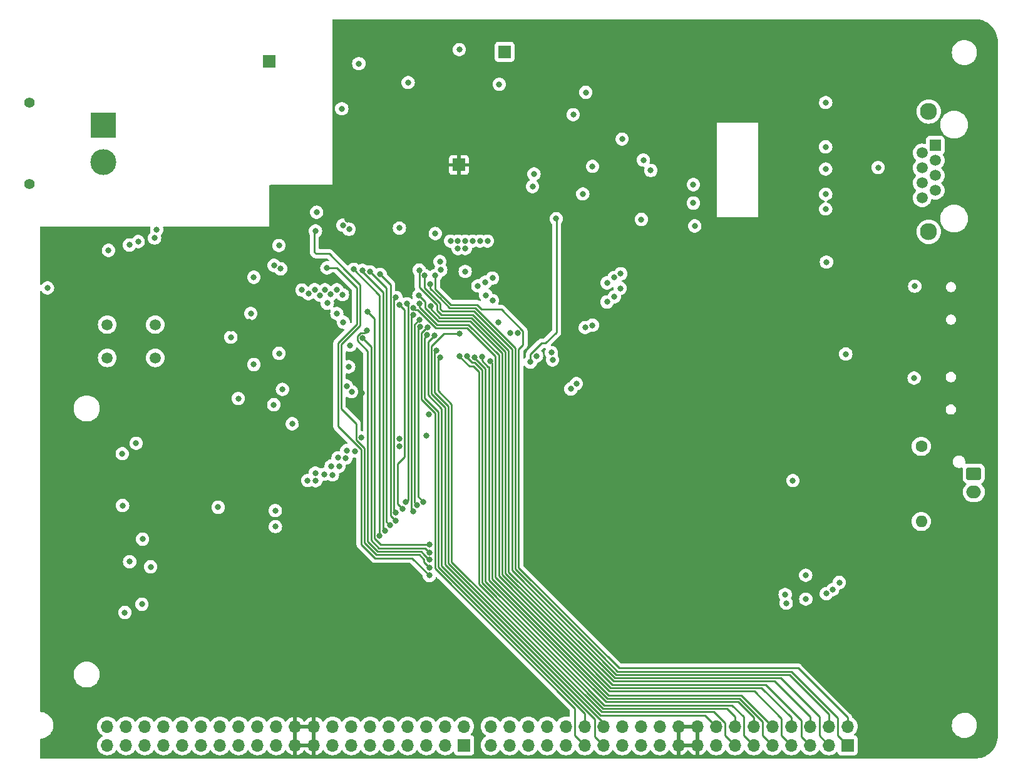
<source format=gbr>
%TF.GenerationSoftware,KiCad,Pcbnew,8.0.5*%
%TF.CreationDate,2024-09-29T23:22:26+09:00*%
%TF.ProjectId,MCU_Unit,4d43555f-556e-4697-942e-6b696361645f,rev?*%
%TF.SameCoordinates,Original*%
%TF.FileFunction,Copper,L3,Inr*%
%TF.FilePolarity,Positive*%
%FSLAX46Y46*%
G04 Gerber Fmt 4.6, Leading zero omitted, Abs format (unit mm)*
G04 Created by KiCad (PCBNEW 8.0.5) date 2024-09-29 23:22:26*
%MOMM*%
%LPD*%
G01*
G04 APERTURE LIST*
G04 Aperture macros list*
%AMRoundRect*
0 Rectangle with rounded corners*
0 $1 Rounding radius*
0 $2 $3 $4 $5 $6 $7 $8 $9 X,Y pos of 4 corners*
0 Add a 4 corners polygon primitive as box body*
4,1,4,$2,$3,$4,$5,$6,$7,$8,$9,$2,$3,0*
0 Add four circle primitives for the rounded corners*
1,1,$1+$1,$2,$3*
1,1,$1+$1,$4,$5*
1,1,$1+$1,$6,$7*
1,1,$1+$1,$8,$9*
0 Add four rect primitives between the rounded corners*
20,1,$1+$1,$2,$3,$4,$5,0*
20,1,$1+$1,$4,$5,$6,$7,0*
20,1,$1+$1,$6,$7,$8,$9,0*
20,1,$1+$1,$8,$9,$2,$3,0*%
G04 Aperture macros list end*
%TA.AperFunction,ComponentPad*%
%ADD10C,1.500000*%
%TD*%
%TA.AperFunction,ComponentPad*%
%ADD11O,1.700000X1.700000*%
%TD*%
%TA.AperFunction,ComponentPad*%
%ADD12R,1.700000X1.700000*%
%TD*%
%TA.AperFunction,ComponentPad*%
%ADD13R,1.500000X1.500000*%
%TD*%
%TA.AperFunction,ComponentPad*%
%ADD14C,2.300000*%
%TD*%
%TA.AperFunction,ComponentPad*%
%ADD15O,1.600000X1.600000*%
%TD*%
%TA.AperFunction,ComponentPad*%
%ADD16C,1.600000*%
%TD*%
%TA.AperFunction,ComponentPad*%
%ADD17C,1.400000*%
%TD*%
%TA.AperFunction,ComponentPad*%
%ADD18R,3.500000X3.500000*%
%TD*%
%TA.AperFunction,ComponentPad*%
%ADD19C,3.500000*%
%TD*%
%TA.AperFunction,ComponentPad*%
%ADD20O,2.000000X1.700000*%
%TD*%
%TA.AperFunction,ComponentPad*%
%ADD21RoundRect,0.250000X-0.750000X0.600000X-0.750000X-0.600000X0.750000X-0.600000X0.750000X0.600000X0*%
%TD*%
%TA.AperFunction,ViaPad*%
%ADD22C,0.800000*%
%TD*%
%TA.AperFunction,Conductor*%
%ADD23C,0.250000*%
%TD*%
G04 APERTURE END LIST*
D10*
%TO.N,GND*%
%TO.C,S1*%
X43575000Y-81300000D03*
%TO.N,Net-(S1-COM_2)*%
X50075000Y-81300000D03*
%TO.N,unconnected-(S1-NO_1-Pad3)*%
X43575000Y-85800000D03*
%TO.N,unconnected-(S1-NO_2-Pad4)*%
X50075000Y-85800000D03*
%TD*%
D11*
%TO.N,GND*%
%TO.C,J10*%
X43580000Y-135657500D03*
X43580000Y-138197500D03*
X46120000Y-135657500D03*
X46120000Y-138197500D03*
X48660000Y-135657500D03*
X48660000Y-138197500D03*
X51200000Y-135657500D03*
X51200000Y-138197500D03*
%TO.N,24V_RP*%
X53740000Y-135657500D03*
X53740000Y-138197500D03*
X56280000Y-135657500D03*
X56280000Y-138197500D03*
X58820000Y-135657500D03*
X58820000Y-138197500D03*
X61360000Y-135657500D03*
X61360000Y-138197500D03*
%TO.N,GND*%
X63900000Y-135657500D03*
X63900000Y-138197500D03*
X66440000Y-135657500D03*
X66440000Y-138197500D03*
%TO.N,+3V3*%
X68980000Y-135657500D03*
X68980000Y-138197500D03*
X71520000Y-135657500D03*
X71520000Y-138197500D03*
%TO.N,PF0*%
X74060000Y-135657500D03*
%TO.N,PF1*%
X74060000Y-138197500D03*
%TO.N,PF2*%
X76600000Y-135657500D03*
%TO.N,PF3*%
X76600000Y-138197500D03*
%TO.N,PF4*%
X79140000Y-135657500D03*
%TO.N,PF5*%
X79140000Y-138197500D03*
%TO.N,PF6*%
X81680000Y-135657500D03*
%TO.N,PF7*%
X81680000Y-138197500D03*
%TO.N,PF8*%
X84220000Y-135657500D03*
%TO.N,PF9*%
X84220000Y-138197500D03*
%TO.N,PF10*%
X86760000Y-135657500D03*
%TO.N,PF11*%
X86760000Y-138197500D03*
%TO.N,PF12*%
X89300000Y-135657500D03*
%TO.N,PF13*%
X89300000Y-138197500D03*
%TO.N,PF14*%
X91840000Y-135657500D03*
D12*
%TO.N,PF15*%
X91840000Y-138197500D03*
%TD*%
%TO.N,PD1*%
%TO.C,J6*%
X143700000Y-138200000D03*
D11*
%TO.N,PD0*%
X143700000Y-135660000D03*
%TO.N,PD3*%
X141160000Y-138200000D03*
%TO.N,PD2*%
X141160000Y-135660000D03*
%TO.N,PD5*%
X138620000Y-138200000D03*
%TO.N,PD4*%
X138620000Y-135660000D03*
%TO.N,PD7*%
X136080000Y-138200000D03*
%TO.N,PD6*%
X136080000Y-135660000D03*
%TO.N,PD9*%
X133540000Y-138200000D03*
%TO.N,PD8*%
X133540000Y-135660000D03*
%TO.N,PD11*%
X131000000Y-138200000D03*
%TO.N,PD10*%
X131000000Y-135660000D03*
%TO.N,PD13*%
X128460000Y-138200000D03*
%TO.N,PD12*%
X128460000Y-135660000D03*
%TO.N,PD15*%
X125920000Y-138200000D03*
%TO.N,PD14*%
X125920000Y-135660000D03*
%TO.N,+3V3*%
X123380000Y-138200000D03*
X123380000Y-135660000D03*
X120840000Y-138200000D03*
X120840000Y-135660000D03*
%TO.N,GND*%
X118300000Y-138200000D03*
X118300000Y-135660000D03*
X115760000Y-138200000D03*
X115760000Y-135660000D03*
%TO.N,PG1*%
X113220000Y-138200000D03*
%TO.N,PG0*%
X113220000Y-135660000D03*
%TO.N,PG3*%
X110680000Y-138200000D03*
%TO.N,PG2*%
X110680000Y-135660000D03*
%TO.N,PG5*%
X108140000Y-138200000D03*
%TO.N,PG4*%
X108140000Y-135660000D03*
%TO.N,PG7*%
X105600000Y-138200000D03*
%TO.N,PG6*%
X105600000Y-135660000D03*
%TO.N,PG9*%
X103060000Y-138200000D03*
%TO.N,PG8*%
X103060000Y-135660000D03*
%TO.N,PG11*%
X100520000Y-138200000D03*
%TO.N,PG10*%
X100520000Y-135660000D03*
%TO.N,PG13*%
X97980000Y-138200000D03*
%TO.N,PG12*%
X97980000Y-135660000D03*
%TO.N,PG15*%
X95440000Y-138200000D03*
%TO.N,PG14*%
X95440000Y-135660000D03*
%TD*%
D13*
%TO.N,Net-(T1-TX1+)*%
%TO.C,J1*%
X155570000Y-57045500D03*
D10*
%TO.N,Net-(T1-TX1-)*%
X153790000Y-58061500D03*
%TO.N,Net-(T1-RX1+)*%
X155570000Y-59077500D03*
%TO.N,Net-(J1-Pad4)*%
X153790000Y-60093500D03*
X155570000Y-61109500D03*
%TO.N,Net-(T1-RX-)*%
X153790000Y-62125500D03*
%TO.N,Net-(J1-Pad7)*%
X155570000Y-63141500D03*
X153790000Y-64157500D03*
D14*
%TO.N,Earth*%
X154680000Y-52475500D03*
X154680000Y-68735500D03*
%TD*%
D15*
%TO.N,Net-(J2-Pin_2)*%
%TO.C,R41*%
X153675000Y-107930000D03*
D16*
%TO.N,Net-(J2-Pin_1)*%
X153675000Y-97770000D03*
%TD*%
D17*
%TO.N,*%
%TO.C,J13*%
X33075000Y-62300000D03*
X33075000Y-51300000D03*
D18*
%TO.N,GND*%
X43075000Y-54300000D03*
D19*
%TO.N,Net-(J13-Pin_2)*%
X43075000Y-59300000D03*
%TD*%
D12*
%TO.N,24V_RP*%
%TO.C,J5*%
X65525000Y-45700000D03*
%TD*%
%TO.N,GND*%
%TO.C,J4*%
X97337500Y-44400000D03*
%TD*%
%TO.N,+3V3*%
%TO.C,J3*%
X91137500Y-59700000D03*
%TD*%
D20*
%TO.N,Net-(J2-Pin_2)*%
%TO.C,J2*%
X160775000Y-103950000D03*
D21*
%TO.N,Net-(J2-Pin_1)*%
X160775000Y-101450000D03*
%TD*%
D22*
%TO.N,+3V3*%
X51500000Y-91760000D03*
X54260000Y-81780000D03*
X60300000Y-81870000D03*
X66440000Y-86430000D03*
X60480000Y-89160000D03*
%TO.N,GND*%
X96500000Y-81000000D03*
%TO.N,*%
X92000000Y-71000000D03*
X91000000Y-71000000D03*
X95000000Y-70000000D03*
X94000000Y-70000000D03*
X93000000Y-70000000D03*
X92000000Y-70000000D03*
X91000000Y-70000000D03*
X90000000Y-70000000D03*
%TO.N,GND*%
X83100000Y-68250000D03*
%TO.N,+3V3*%
X143080000Y-113940000D03*
X98000000Y-55000000D03*
X98000000Y-56000000D03*
X98000000Y-57000000D03*
X98000000Y-58000000D03*
X98000000Y-59000000D03*
X98000000Y-60000000D03*
X98000000Y-61000000D03*
X98000000Y-62000000D03*
X98000000Y-63000000D03*
X98000000Y-64000000D03*
X97000000Y-63000000D03*
X97000000Y-64000000D03*
X97000000Y-62000000D03*
X97000000Y-61000000D03*
X97000000Y-60000000D03*
X97000000Y-59000000D03*
X97000000Y-58000000D03*
X97000000Y-57000000D03*
X97000000Y-56000000D03*
X96000000Y-56000000D03*
X96000000Y-57000000D03*
X96000000Y-58000000D03*
X96000000Y-59000000D03*
X96000000Y-60000000D03*
X96000000Y-61000000D03*
X96000000Y-62000000D03*
X96000000Y-63000000D03*
X96000000Y-64000000D03*
X95000000Y-64000000D03*
X95000000Y-63000000D03*
X95000000Y-62000000D03*
X95000000Y-61000000D03*
X95000000Y-60000000D03*
X95000000Y-59000000D03*
X95000000Y-58000000D03*
X95000000Y-58000000D03*
X95000000Y-57000000D03*
X95000000Y-56000000D03*
X94000000Y-58000000D03*
X94000000Y-59000000D03*
X93000000Y-58000000D03*
X93000000Y-59000000D03*
X93000000Y-60000000D03*
X93000000Y-61000000D03*
X94000000Y-60000000D03*
X94000000Y-61000000D03*
X94000000Y-61000000D03*
X94000000Y-62000000D03*
X94000000Y-63000000D03*
X94000000Y-64000000D03*
X93000000Y-64000000D03*
X93000000Y-63000000D03*
X93000000Y-62000000D03*
X92000000Y-62000000D03*
X92000000Y-63000000D03*
X92000000Y-64000000D03*
X91000000Y-64000000D03*
X91000000Y-63000000D03*
X91000000Y-62000000D03*
X90000000Y-57000000D03*
X90000000Y-62000000D03*
X90000000Y-63000000D03*
X90000000Y-64000000D03*
X89000000Y-64000000D03*
X89000000Y-63000000D03*
X89000000Y-61000000D03*
X89000000Y-62000000D03*
X88000000Y-62000000D03*
X88000000Y-63000000D03*
X88000000Y-64000000D03*
X87000000Y-64000000D03*
X87000000Y-63000000D03*
X87000000Y-62000000D03*
X86000000Y-62000000D03*
X86000000Y-63000000D03*
X86000000Y-64000000D03*
X85000000Y-64000000D03*
X85000000Y-63000000D03*
X85000000Y-62000000D03*
X84000000Y-63000000D03*
X84000000Y-64000000D03*
X83000000Y-64000000D03*
X83000000Y-63000000D03*
X83000000Y-62000000D03*
X83000000Y-61000000D03*
X84000000Y-62000000D03*
X84000000Y-61000000D03*
X85000000Y-61000000D03*
X86000000Y-61000000D03*
X87000000Y-61000000D03*
X88000000Y-61000000D03*
X89000000Y-56000000D03*
X88000000Y-56000000D03*
X87000000Y-56000000D03*
X86000000Y-56000000D03*
X86000000Y-57000000D03*
X87000000Y-57000000D03*
X88000000Y-57000000D03*
X89000000Y-57000000D03*
X89000000Y-58000000D03*
X88000000Y-58000000D03*
X87000000Y-58000000D03*
X86000000Y-58000000D03*
X85000000Y-58000000D03*
X85000000Y-59000000D03*
X86000000Y-59000000D03*
X87000000Y-59000000D03*
X88000000Y-59000000D03*
X89000000Y-59000000D03*
X89000000Y-60000000D03*
X88000000Y-60000000D03*
X87000000Y-60000000D03*
X86000000Y-60000000D03*
X85000000Y-60000000D03*
X84000000Y-60000000D03*
X83150000Y-45880000D03*
%TO.N,GND*%
X84270000Y-48550000D03*
X108300000Y-49880000D03*
%TO.N,ETH_MDIO*%
X104304667Y-66980000D03*
X100806802Y-86356802D03*
X67280000Y-90065000D03*
%TO.N,GND*%
X35500000Y-76330000D03*
%TO.N,+3V3*%
X35350000Y-71270000D03*
%TO.N,JTDI*%
X87942653Y-68982653D03*
X50275298Y-68450751D03*
%TO.N,JTRST*%
X49977347Y-69587347D03*
X75448597Y-67858735D03*
%TO.N,JTDO_SWO*%
X76292500Y-68400000D03*
X47770000Y-70075000D03*
%TO.N,SWCLK*%
X46580000Y-70525000D03*
X88574686Y-72780292D03*
%TO.N,SWDIO*%
X88687581Y-73918493D03*
X43750000Y-71250000D03*
%TO.N,CS_LCD*%
X87145000Y-115230000D03*
X73292500Y-73625889D03*
%TO.N,+3V3*%
X69790000Y-94580000D03*
X83080305Y-97750003D03*
X89910000Y-71570000D03*
X69870000Y-70340000D03*
X70680000Y-75065000D03*
%TO.N,RESET_LCD*%
X71742500Y-68640000D03*
%TO.N,+3V3*%
X78017212Y-90564094D03*
%TO.N,RESET_LCD*%
X87165000Y-114180155D03*
X135260000Y-117805000D03*
%TO.N,A0_LCD*%
X87145000Y-113115307D03*
X140833660Y-117686941D03*
X78692347Y-82072347D03*
X67030000Y-73745000D03*
%TO.N,SCK_LCD*%
X78127347Y-83147347D03*
X87145000Y-112115304D03*
X141680445Y-117155000D03*
%TO.N,SDA_LCD*%
X142580000Y-116180000D03*
X78775000Y-79567560D03*
%TO.N,PD0*%
X87959800Y-74670000D03*
%TO.N,PD1*%
X87234800Y-75812834D03*
%TO.N,PD2*%
X86509800Y-74663934D03*
%TO.N,PD3*%
X85784800Y-73935202D03*
%TO.N,PD4*%
X87322284Y-78774960D03*
%TO.N,PD5*%
X85733887Y-77359722D03*
%TO.N,PD6*%
X85808685Y-78459826D03*
%TO.N,PD7*%
X84980305Y-79019997D03*
%TO.N,PD9*%
X94258836Y-85651028D03*
%TO.N,PD10*%
X93261576Y-85725000D03*
%TO.N,PD11*%
X92266840Y-85601304D03*
%TO.N,PD12*%
X91267499Y-85565000D03*
%TO.N,PD13*%
X88580305Y-85740000D03*
%TO.N,PD14*%
X88130305Y-84795000D03*
%TO.N,PG2*%
X91255423Y-82542199D03*
%TO.N,PG3*%
X87855564Y-82743541D03*
%TO.N,PG4*%
X86838320Y-82714682D03*
%TO.N,PG5*%
X86886207Y-81662287D03*
%TO.N,PG6*%
X85887320Y-81615071D03*
X86340000Y-105255000D03*
%TO.N,PG8*%
X84980305Y-80020000D03*
X84980305Y-106597007D03*
%TO.N,PG9*%
X84074406Y-78484064D03*
X83980305Y-105285000D03*
%TO.N,USB_VBUS*%
X112946326Y-76385000D03*
X93700000Y-76065000D03*
%TO.N,USB_ID*%
X94710000Y-75565000D03*
X113022171Y-74415000D03*
%TO.N,USB_DP*%
X112127040Y-74935000D03*
X91986320Y-74115001D03*
%TO.N,USB_DM*%
X95675000Y-75010000D03*
X111165000Y-75660000D03*
%TO.N,GND*%
X143460000Y-85280000D03*
%TO.N,+3V3*%
X139270000Y-85290000D03*
%TO.N,USART6_RX*%
X112158902Y-77535000D03*
X94770000Y-77315000D03*
%TO.N,USART6_TX*%
X95675001Y-78047570D03*
X111165000Y-78230000D03*
%TO.N,GND*%
X140850000Y-72840000D03*
%TO.N,+3V3*%
X144860000Y-72860000D03*
%TO.N,ETH_RXD1*%
X103806432Y-86078799D03*
X76623080Y-90369605D03*
%TO.N,ETH_RXD0*%
X75955571Y-89625000D03*
X103642365Y-85092347D03*
%TO.N,GND*%
X106600000Y-52900000D03*
X113215000Y-56199888D03*
X109200000Y-59900000D03*
%TO.N,+3V3*%
X112140000Y-49920000D03*
%TO.N,GND*%
X115820000Y-67070000D03*
X123040000Y-67950000D03*
%TO.N,+3V3*%
X118200000Y-64480000D03*
X117512282Y-62525211D03*
X122100000Y-57280000D03*
X118200000Y-55960000D03*
%TO.N,PG10*%
X83505000Y-106238659D03*
X83080305Y-78592539D03*
%TO.N,PG11*%
X82630305Y-106760000D03*
X82630305Y-77640000D03*
%TO.N,PG12*%
X82605000Y-107852319D03*
X80480306Y-74499694D03*
%TO.N,PG13*%
X81795014Y-108438773D03*
X79130505Y-74175199D03*
%TO.N,PG14*%
X81155000Y-109207135D03*
X78091087Y-73948459D03*
%TO.N,PG15*%
X76940000Y-73825000D03*
X80430000Y-109895883D03*
%TO.N,GND*%
X138040000Y-115205000D03*
X138050000Y-118430000D03*
%TO.N,+3V3*%
X62600000Y-106320000D03*
%TO.N,GND*%
X58580000Y-106005000D03*
%TO.N,+3V3*%
X60309238Y-111920000D03*
%TO.N,I2C1_SDA*%
X66320000Y-108620000D03*
X66317347Y-106457347D03*
%TO.N,PF0*%
X70694206Y-102390376D03*
X69913343Y-76615000D03*
%TO.N,PF1*%
X71756623Y-102427487D03*
X70779369Y-77115000D03*
%TO.N,PF2*%
X71633536Y-76595000D03*
X71735487Y-101381045D03*
%TO.N,ETH_CRS_DV*%
X101090000Y-62625000D03*
X76230571Y-87000001D03*
%TO.N,PF3*%
X72358536Y-77337454D03*
X72927877Y-101548129D03*
%TO.N,PF4*%
X74026593Y-101621539D03*
X73028432Y-76595000D03*
%TO.N,PF5*%
X73348301Y-78398300D03*
X73868284Y-100437924D03*
%TO.N,PF6*%
X74927833Y-100472167D03*
X73826590Y-77197451D03*
%TO.N,PF7*%
X74800461Y-99319490D03*
%TO.N,PF8*%
X75854714Y-99348437D03*
X74629491Y-79804117D03*
%TO.N,PF9*%
X75383740Y-77246101D03*
X75967846Y-98354854D03*
%TO.N,PF10*%
X77047550Y-98409252D03*
X75508536Y-80981029D03*
%TO.N,NRST*%
X76400000Y-84100000D03*
X108224999Y-81686092D03*
%TO.N,ETH_MDC*%
X66800000Y-85200000D03*
X101638605Y-85525000D03*
%TO.N,GND*%
X91200000Y-44100000D03*
X96600000Y-48800000D03*
X101290000Y-60925000D03*
%TO.N,+3V3*%
X101190000Y-53925000D03*
X101190000Y-56925000D03*
X104290000Y-59725000D03*
X102390000Y-64925000D03*
X113590000Y-69325000D03*
X107215000Y-68625000D03*
%TO.N,GND*%
X75300000Y-52100000D03*
X77600000Y-46000000D03*
X71900000Y-66100000D03*
%TO.N,+3V3*%
X70100000Y-67200000D03*
X81100000Y-67100000D03*
X76100000Y-67100000D03*
X66700000Y-62900000D03*
%TO.N,GND*%
X66800000Y-70600000D03*
X63400000Y-74900000D03*
%TO.N,+3V3*%
X62800000Y-80900000D03*
%TO.N,GND*%
X63000000Y-79800000D03*
X60300000Y-83000000D03*
X63400000Y-86700000D03*
X61300000Y-91300000D03*
X68600000Y-94700000D03*
X83080305Y-96750000D03*
X86700000Y-96300000D03*
X152790000Y-76110000D03*
X152700000Y-88525000D03*
%TO.N,+3V3*%
X148100000Y-99300000D03*
%TO.N,GND*%
X136300000Y-102400000D03*
%TO.N,+3V3*%
X136300000Y-103900000D03*
X136300000Y-99700000D03*
%TO.N,USART3_RX*%
X107030000Y-89275000D03*
X99080000Y-82455000D03*
%TO.N,USART3_TX*%
X98067345Y-82467652D03*
X106280000Y-90000000D03*
%TO.N,GND*%
X77975000Y-96600000D03*
%TO.N,ETH_TXEN*%
X87091403Y-93473606D03*
X109187670Y-81387024D03*
%TO.N,+3V3*%
X38200000Y-96650000D03*
X45575000Y-96850000D03*
X38250000Y-101750000D03*
X38375000Y-103900000D03*
X44050000Y-104275000D03*
X38300000Y-109125000D03*
X37175000Y-111400000D03*
X38375000Y-118950000D03*
X38250000Y-124140000D03*
X44032500Y-119200000D03*
X38275000Y-116300000D03*
X44000000Y-111775000D03*
%TO.N,/Ethernet/RD-*%
X122840000Y-64857500D03*
X117081885Y-60441896D03*
%TO.N,/Ethernet/RD+*%
X122840000Y-62357500D03*
X116084508Y-59038298D03*
%TO.N,Net-(D35-K)*%
X48271752Y-119131752D03*
X45960000Y-120250000D03*
%TO.N,Net-(D27-K)*%
X46610000Y-113370000D03*
X49460000Y-114070000D03*
%TO.N,Net-(D19-K)*%
X48360000Y-110320000D03*
X45660000Y-105770000D03*
%TO.N,Net-(D11-K)*%
X47494620Y-97354620D03*
X45610000Y-98760682D03*
%TO.N,Net-(C18-Pad1)*%
X140740000Y-51257500D03*
X140740000Y-63657500D03*
X140740000Y-60257500D03*
X140740000Y-57257500D03*
X140740000Y-65657500D03*
%TO.N,Net-(J1-Pad4)*%
X147840000Y-60057500D03*
%TO.N,Net-(U2-~{INT}{slash}REFCLKO)*%
X66100000Y-92137500D03*
X107890000Y-63625000D03*
%TO.N,PF7*%
X74624746Y-76595000D03*
%TO.N,PG7*%
X85779645Y-80620883D03*
X85452283Y-105715395D03*
%TO.N,PD8*%
X95345000Y-86240000D03*
%TO.N,SDA_LCD*%
X87145000Y-111090000D03*
%TO.N,SCK_LCD*%
X66141108Y-73286878D03*
%TO.N,CS_LCD*%
X135400000Y-118970000D03*
%TD*%
D23*
%TO.N,CS_LCD*%
X84805000Y-112890000D02*
X87145000Y-115230000D01*
X74780571Y-95067272D02*
X77905000Y-98191701D01*
X74780571Y-83783033D02*
X74780571Y-95067272D01*
X77330000Y-81233604D02*
X74780571Y-83783033D01*
X77905000Y-111024188D02*
X79770812Y-112890000D01*
X79770812Y-112890000D02*
X84805000Y-112890000D01*
X77330000Y-76340000D02*
X77330000Y-81233604D01*
X77905000Y-98191701D02*
X77905000Y-111024188D01*
X74615889Y-73625889D02*
X77330000Y-76340000D01*
X73292500Y-73625889D02*
X74615889Y-73625889D01*
%TO.N,ETH_MDIO*%
X104350000Y-72030000D02*
X104350000Y-67025333D01*
X104350000Y-82330000D02*
X104350000Y-72030000D01*
X102860000Y-83820000D02*
X104350000Y-82330000D01*
X102318300Y-83820000D02*
X102860000Y-83820000D01*
X104350000Y-67025333D02*
X104304667Y-66980000D01*
X100806802Y-85331498D02*
X102318300Y-83820000D01*
X100806802Y-86356802D02*
X100806802Y-85331498D01*
%TO.N,PG10*%
X83805305Y-99174695D02*
X83805305Y-79317539D01*
X82810000Y-100170000D02*
X83805305Y-99174695D01*
X82810000Y-105543659D02*
X82810000Y-100170000D01*
X83805305Y-79317539D02*
X83080305Y-78592539D01*
X83505000Y-106238659D02*
X82810000Y-105543659D01*
%TO.N,RESET_LCD*%
X71590000Y-68792500D02*
X71742500Y-68640000D01*
X71590000Y-71490000D02*
X71590000Y-68792500D01*
X71810000Y-71710000D02*
X71590000Y-71490000D01*
X72010000Y-71710000D02*
X71810000Y-71710000D01*
X73610000Y-71710000D02*
X72010000Y-71710000D01*
X77780000Y-77260000D02*
X77780000Y-75880000D01*
X75230571Y-83969429D02*
X77780000Y-81420000D01*
X77780000Y-81420000D02*
X77780000Y-77260000D01*
X75230571Y-92690571D02*
X75230571Y-83969429D01*
X77780000Y-75880000D02*
X75850000Y-73950000D01*
X75850000Y-73950000D02*
X73610000Y-71710000D01*
X75420000Y-92880000D02*
X75230571Y-92690571D01*
X77250000Y-94710000D02*
X75420000Y-92880000D01*
X77250000Y-96900305D02*
X77250000Y-94710000D01*
X78355000Y-98005305D02*
X77250000Y-96900305D01*
X78355000Y-110837792D02*
X78355000Y-98005305D01*
X86420000Y-113052005D02*
X85807995Y-112440000D01*
X87165000Y-114160612D02*
X86420000Y-113415612D01*
X87165000Y-114180155D02*
X87165000Y-114160612D01*
X86420000Y-113415612D02*
X86420000Y-113052005D01*
X85807995Y-112440000D02*
X79957208Y-112440000D01*
X79957208Y-112440000D02*
X78355000Y-110837792D01*
%TO.N,A0_LCD*%
X86869997Y-112840304D02*
X87145000Y-113115307D01*
X86420000Y-112415609D02*
X86844695Y-112840304D01*
X86420000Y-112390307D02*
X86420000Y-112415609D01*
X86844695Y-112840304D02*
X86869997Y-112840304D01*
X86019693Y-111990000D02*
X86420000Y-112390307D01*
X80143604Y-111990000D02*
X86019693Y-111990000D01*
X78805000Y-84850305D02*
X78805000Y-110651396D01*
X77402347Y-83447652D02*
X78805000Y-84850305D01*
X77402347Y-82847042D02*
X77402347Y-83447652D01*
X77827042Y-82422347D02*
X77402347Y-82847042D01*
X78805000Y-110651396D02*
X80143604Y-111990000D01*
X78692347Y-82072347D02*
X78342347Y-82422347D01*
X78342347Y-82422347D02*
X77827042Y-82422347D01*
%TO.N,SCK_LCD*%
X79255000Y-110465000D02*
X79255000Y-84275000D01*
X79255000Y-84275000D02*
X78127347Y-83147347D01*
X80330000Y-111540000D02*
X79255000Y-110465000D01*
X86569696Y-111540000D02*
X80330000Y-111540000D01*
X87145000Y-112115304D02*
X86569696Y-111540000D01*
%TO.N,SDA_LCD*%
X79705000Y-80497560D02*
X78775000Y-79567560D01*
X80598812Y-111090000D02*
X79705000Y-110196188D01*
X87145000Y-111090000D02*
X80598812Y-111090000D01*
X79705000Y-110196188D02*
X79705000Y-80497560D01*
%TO.N,PG15*%
X80430000Y-77315000D02*
X76940000Y-73825000D01*
X80430000Y-109895883D02*
X80430000Y-77315000D01*
%TO.N,PG14*%
X78091087Y-74161087D02*
X78091087Y-73948459D01*
X80880000Y-76950000D02*
X78091087Y-74161087D01*
X81155000Y-109207135D02*
X80880000Y-108932135D01*
X80880000Y-108932135D02*
X80880000Y-76950000D01*
%TO.N,PG13*%
X81330000Y-76374694D02*
X79130505Y-74175199D01*
X81795014Y-108438773D02*
X81330000Y-107973759D01*
X81330000Y-107973759D02*
X81330000Y-76374694D01*
%TO.N,PG12*%
X81905305Y-75924693D02*
X80480306Y-74499694D01*
X82605000Y-107852319D02*
X81905305Y-107152624D01*
X81905305Y-107152624D02*
X81905305Y-75924693D01*
%TO.N,PG11*%
X82355305Y-77915000D02*
X82630305Y-77640000D01*
X82355305Y-106485000D02*
X82355305Y-77915000D01*
X82630305Y-106760000D02*
X82355305Y-106485000D01*
%TO.N,PG9*%
X84255305Y-105010000D02*
X84255305Y-78664963D01*
X83980305Y-105285000D02*
X84255305Y-105010000D01*
X84255305Y-78664963D02*
X84074406Y-78484064D01*
%TO.N,PG8*%
X84705305Y-80295000D02*
X84980305Y-80020000D01*
X84705305Y-106322007D02*
X84705305Y-80295000D01*
X84980305Y-106597007D02*
X84705305Y-106322007D01*
%TO.N,PG7*%
X85155305Y-81245223D02*
X85779645Y-80620883D01*
X85452283Y-105715395D02*
X85155305Y-105418417D01*
X85155305Y-105418417D02*
X85155305Y-81245223D01*
%TO.N,PG6*%
X85605305Y-81897086D02*
X85887320Y-81615071D01*
X85605305Y-104520305D02*
X85605305Y-81897086D01*
X86340000Y-105255000D02*
X85605305Y-104520305D01*
%TO.N,PG5*%
X106775000Y-133195000D02*
X106775000Y-136835000D01*
X87890000Y-93246898D02*
X87890000Y-114310000D01*
X87890000Y-114310000D02*
X106775000Y-133195000D01*
X86055305Y-91412203D02*
X87890000Y-93246898D01*
X86055305Y-82472391D02*
X86055305Y-91412203D01*
X106775000Y-136835000D02*
X108140000Y-138200000D01*
X86865409Y-81662287D02*
X86055305Y-82472391D01*
X86886207Y-81662287D02*
X86865409Y-81662287D01*
%TO.N,PG4*%
X108140000Y-133923604D02*
X108140000Y-135660000D01*
X88340000Y-114123604D02*
X108140000Y-133923604D01*
X86505305Y-83095420D02*
X86505305Y-91225807D01*
X88340000Y-93060502D02*
X88340000Y-114123604D01*
X86838320Y-82762405D02*
X86505305Y-83095420D01*
X86838320Y-82714682D02*
X86838320Y-82762405D01*
X86505305Y-91225807D02*
X88340000Y-93060502D01*
%TO.N,PG3*%
X109505000Y-134652208D02*
X109505000Y-137025000D01*
X88790000Y-113937208D02*
X109505000Y-134652208D01*
X88790000Y-92684695D02*
X88790000Y-113937208D01*
X109505000Y-137025000D02*
X110680000Y-138200000D01*
X86955305Y-83643800D02*
X86955305Y-90850000D01*
X87855564Y-82743541D02*
X86955305Y-83643800D01*
X86955305Y-90850000D02*
X88790000Y-92684695D01*
%TO.N,PG2*%
X110680000Y-135190812D02*
X110680000Y-135660000D01*
X89250000Y-113760812D02*
X110680000Y-135190812D01*
X89250000Y-107972792D02*
X89250000Y-113760812D01*
X89240000Y-107962792D02*
X89250000Y-107972792D01*
X87405305Y-90663604D02*
X89240000Y-92498299D01*
X87405305Y-84219105D02*
X87405305Y-90663604D01*
X89082211Y-82542199D02*
X87405305Y-84219105D01*
X91255423Y-82542199D02*
X89082211Y-82542199D01*
X89240000Y-92498299D02*
X89240000Y-107962792D01*
%TO.N,PD14*%
X89700000Y-113574416D02*
X110255584Y-134130000D01*
X89700000Y-92321903D02*
X89700000Y-113574416D01*
X87855305Y-90477208D02*
X89700000Y-92321903D01*
X124390000Y-134130000D02*
X125920000Y-135660000D01*
X88130305Y-84795000D02*
X87855305Y-85070000D01*
X87855305Y-85070000D02*
X87855305Y-90477208D01*
X110255584Y-134130000D02*
X124390000Y-134130000D01*
%TO.N,PD13*%
X88305305Y-86015000D02*
X88580305Y-85740000D01*
X88305305Y-90260000D02*
X88305305Y-86015000D01*
X110441980Y-133680000D02*
X90150000Y-113388020D01*
X125601701Y-133680000D02*
X110441980Y-133680000D01*
X90150000Y-92104695D02*
X88305305Y-90260000D01*
X127095000Y-135173299D02*
X125601701Y-133680000D01*
X127095000Y-136835000D02*
X127095000Y-135173299D01*
X90150000Y-113388020D02*
X90150000Y-92104695D01*
X128460000Y-138200000D02*
X127095000Y-136835000D01*
%TO.N,PD12*%
X128460000Y-134330000D02*
X128460000Y-135660000D01*
X93820000Y-116421624D02*
X110628376Y-133230000D01*
X127360000Y-133230000D02*
X128460000Y-134330000D01*
X91267499Y-85627268D02*
X92540231Y-86900000D01*
X93820000Y-87649493D02*
X93820000Y-116421624D01*
X93070507Y-86900000D02*
X93820000Y-87649493D01*
X110628376Y-133230000D02*
X127360000Y-133230000D01*
X91267499Y-85565000D02*
X91267499Y-85627268D01*
X92540231Y-86900000D02*
X93070507Y-86900000D01*
%TO.N,PD11*%
X92961271Y-86450000D02*
X92266840Y-85755569D01*
X94270000Y-87463097D02*
X93256903Y-86450000D01*
X92266840Y-85755569D02*
X92266840Y-85601304D01*
X94270000Y-116235228D02*
X94270000Y-87463097D01*
X128090000Y-132780000D02*
X110814772Y-132780000D01*
X129680000Y-134370000D02*
X128090000Y-132780000D01*
X110814772Y-132780000D02*
X94270000Y-116235228D01*
X129680000Y-136880000D02*
X129680000Y-134370000D01*
X93256903Y-86450000D02*
X92961271Y-86450000D01*
X131000000Y-138200000D02*
X129680000Y-136880000D01*
%TO.N,PD10*%
X94720000Y-116048832D02*
X94720000Y-87276701D01*
X111001168Y-132330000D02*
X94720000Y-116048832D01*
X94720000Y-87276701D02*
X93261576Y-85818277D01*
X93261576Y-85818277D02*
X93261576Y-85725000D01*
X128872081Y-132330000D02*
X111001168Y-132330000D01*
X131000000Y-135660000D02*
X131000000Y-134457919D01*
X131000000Y-134457919D02*
X128872081Y-132330000D01*
%TO.N,PD9*%
X132175000Y-136835000D02*
X133540000Y-138200000D01*
X129058477Y-131880000D02*
X132175000Y-134996523D01*
X111187564Y-131880000D02*
X129058477Y-131880000D01*
X95170000Y-115862436D02*
X111187564Y-131880000D01*
X95170000Y-86965000D02*
X95170000Y-115862436D01*
X95044695Y-86965000D02*
X95170000Y-86965000D01*
X132175000Y-134996523D02*
X132175000Y-136835000D01*
X94258836Y-86179141D02*
X95044695Y-86965000D01*
X94258836Y-85651028D02*
X94258836Y-86179141D01*
%TO.N,PD8*%
X111373960Y-131430000D02*
X129310000Y-131430000D01*
X129310000Y-131430000D02*
X133540000Y-135660000D01*
X95620000Y-115676040D02*
X111373960Y-131430000D01*
X95345000Y-86240000D02*
X95620000Y-86515000D01*
X95620000Y-86515000D02*
X95620000Y-115676040D01*
%TO.N,PD0*%
X143700000Y-134457919D02*
X143700000Y-135660000D01*
X136991903Y-127749822D02*
X143700000Y-134457919D01*
X112784950Y-127749822D02*
X136991903Y-127749822D01*
X99220000Y-114184872D02*
X112784950Y-127749822D01*
X99220000Y-84622960D02*
X99220000Y-114184872D01*
X99805000Y-84037960D02*
X99220000Y-84622960D01*
X99805000Y-82154695D02*
X99805000Y-84037960D01*
X96895389Y-79245084D02*
X99805000Y-82154695D01*
X94214916Y-79245084D02*
X96895389Y-79245084D01*
X93569832Y-78600000D02*
X94214916Y-79245084D01*
X90081817Y-78600000D02*
X93569832Y-78600000D01*
X87959800Y-76477983D02*
X90081817Y-78600000D01*
X87959800Y-74670000D02*
X87959800Y-76477983D01*
%TO.N,PD1*%
X87234800Y-76389379D02*
X87234800Y-75812834D01*
X88577710Y-77732289D02*
X87234800Y-76389379D01*
X89895421Y-79050000D02*
X88577710Y-77732289D01*
X92400000Y-79050000D02*
X89895421Y-79050000D01*
X93383436Y-79050000D02*
X92400000Y-79050000D01*
X98770000Y-84436564D02*
X93383436Y-79050000D01*
X98770000Y-111890000D02*
X98770000Y-84436564D01*
X110729366Y-126330634D02*
X98770000Y-114371268D01*
X112598554Y-128199822D02*
X110729366Y-126330634D01*
X136109822Y-128199822D02*
X134940000Y-128199822D01*
X98770000Y-114371268D02*
X98770000Y-111890000D01*
X142390000Y-134480000D02*
X136109822Y-128199822D01*
X134940000Y-128199822D02*
X112598554Y-128199822D01*
X142390000Y-136890000D02*
X142390000Y-134480000D01*
X143700000Y-138200000D02*
X142390000Y-136890000D01*
%TO.N,PD2*%
X141160000Y-133990000D02*
X141160000Y-135660000D01*
X135819822Y-128649822D02*
X141160000Y-133990000D01*
X112412158Y-128649822D02*
X135819822Y-128649822D01*
X88931205Y-79500000D02*
X93197040Y-79500000D01*
X98320000Y-114557664D02*
X112412158Y-128649822D01*
X88642404Y-79211199D02*
X88931205Y-79500000D01*
X88642404Y-78433379D02*
X88642404Y-79211199D01*
X93197040Y-79500000D02*
X98320000Y-84622960D01*
X86509800Y-76300775D02*
X88642404Y-78433379D01*
X98320000Y-84622960D02*
X98320000Y-114557664D01*
X86509800Y-74663934D02*
X86509800Y-76300775D01*
%TO.N,PD4*%
X138620000Y-134360000D02*
X138620000Y-135660000D01*
X112039366Y-129549822D02*
X133809822Y-129549822D01*
X97420000Y-84995752D02*
X97420000Y-114930456D01*
X92824248Y-80400000D02*
X97420000Y-84995752D01*
X88558413Y-80400000D02*
X92824248Y-80400000D01*
X97420000Y-114930456D02*
X112039366Y-129549822D01*
X87322284Y-79163871D02*
X88558413Y-80400000D01*
X133809822Y-129549822D02*
X138620000Y-134360000D01*
X87322284Y-78774960D02*
X87322284Y-79163871D01*
%TO.N,PD3*%
X85784800Y-76212171D02*
X85784800Y-73935202D01*
X88192404Y-78619775D02*
X85784800Y-76212171D01*
X88192404Y-79397595D02*
X88192404Y-78619775D01*
X88744809Y-79950000D02*
X88192404Y-79397595D01*
X93010644Y-79950000D02*
X89280000Y-79950000D01*
X95810322Y-82749678D02*
X93010644Y-79950000D01*
X89280000Y-79950000D02*
X88744809Y-79950000D01*
X97870000Y-84809356D02*
X95810322Y-82749678D01*
X97870000Y-111390000D02*
X97870000Y-84809356D01*
X131800000Y-129099822D02*
X112225762Y-129099822D01*
X97870000Y-114744060D02*
X97870000Y-111390000D01*
X134639822Y-129099822D02*
X131800000Y-129099822D01*
X112225762Y-129099822D02*
X108347970Y-125222030D01*
X139870000Y-134330000D02*
X134639822Y-129099822D01*
X108347970Y-125222030D02*
X97870000Y-114744060D01*
X139870000Y-136910000D02*
X139870000Y-134330000D01*
X141160000Y-138200000D02*
X139870000Y-136910000D01*
%TO.N,PD5*%
X85733887Y-77359723D02*
X85733887Y-77359722D01*
X86556883Y-78182719D02*
X85733887Y-77359723D01*
X86556883Y-79034866D02*
X86556883Y-78182719D01*
X88372017Y-80850000D02*
X86556883Y-79034866D01*
X96970000Y-85182148D02*
X92637852Y-80850000D01*
X96970000Y-115116852D02*
X96970000Y-85182148D01*
X111852970Y-129999822D02*
X96970000Y-115116852D01*
X132589822Y-129999822D02*
X111852970Y-129999822D01*
X92637852Y-80850000D02*
X88372017Y-80850000D01*
X137445000Y-134855000D02*
X132589822Y-129999822D01*
X137445000Y-137025000D02*
X137445000Y-134855000D01*
X138620000Y-138200000D02*
X137445000Y-137025000D01*
%TO.N,PD6*%
X136080000Y-134457919D02*
X136080000Y-135660000D01*
X132071903Y-130449822D02*
X136080000Y-134457919D01*
X96520000Y-115303248D02*
X111666574Y-130449822D01*
X88185621Y-81300000D02*
X92451456Y-81300000D01*
X92451456Y-81300000D02*
X96520000Y-85368544D01*
X111666574Y-130449822D02*
X132071903Y-130449822D01*
X85808685Y-78923064D02*
X88185621Y-81300000D01*
X96520000Y-85368544D02*
X96520000Y-115303248D01*
X85808685Y-78459826D02*
X85808685Y-78923064D01*
%TO.N,PD7*%
X134770000Y-136890000D02*
X136080000Y-138200000D01*
X134770000Y-134590000D02*
X134770000Y-136890000D01*
X131079822Y-130899822D02*
X134770000Y-134590000D01*
X111480178Y-130899822D02*
X131079822Y-130899822D01*
X96070000Y-115489644D02*
X111480178Y-130899822D01*
X96070000Y-85554940D02*
X96070000Y-115489644D01*
X87999225Y-81750000D02*
X92265060Y-81750000D01*
X85544225Y-79295000D02*
X87999225Y-81750000D01*
X84980305Y-79019997D02*
X85255308Y-79295000D01*
X85255308Y-79295000D02*
X85544225Y-79295000D01*
X92265060Y-81750000D02*
X96070000Y-85554940D01*
%TD*%
%TA.AperFunction,Conductor*%
%TO.N,+3V3*%
G36*
X122914075Y-138007007D02*
G01*
X122880000Y-138134174D01*
X122880000Y-138265826D01*
X122914075Y-138392993D01*
X122946988Y-138450000D01*
X121273012Y-138450000D01*
X121305925Y-138392993D01*
X121340000Y-138265826D01*
X121340000Y-138134174D01*
X121305925Y-138007007D01*
X121273012Y-137950000D01*
X122946988Y-137950000D01*
X122914075Y-138007007D01*
G37*
%TD.AperFunction*%
%TA.AperFunction,Conductor*%
G36*
X121090000Y-137766988D02*
G01*
X121032993Y-137734075D01*
X120905826Y-137700000D01*
X120774174Y-137700000D01*
X120647007Y-137734075D01*
X120590000Y-137766988D01*
X120590000Y-136093012D01*
X120647007Y-136125925D01*
X120774174Y-136160000D01*
X120905826Y-136160000D01*
X121032993Y-136125925D01*
X121090000Y-136093012D01*
X121090000Y-137766988D01*
G37*
%TD.AperFunction*%
%TA.AperFunction,Conductor*%
G36*
X123630000Y-137766988D02*
G01*
X123572993Y-137734075D01*
X123445826Y-137700000D01*
X123314174Y-137700000D01*
X123187007Y-137734075D01*
X123130000Y-137766988D01*
X123130000Y-136093012D01*
X123187007Y-136125925D01*
X123314174Y-136160000D01*
X123445826Y-136160000D01*
X123572993Y-136125925D01*
X123630000Y-136093012D01*
X123630000Y-137766988D01*
G37*
%TD.AperFunction*%
%TA.AperFunction,Conductor*%
G36*
X122914075Y-135467007D02*
G01*
X122880000Y-135594174D01*
X122880000Y-135725826D01*
X122914075Y-135852993D01*
X122946988Y-135910000D01*
X121273012Y-135910000D01*
X121305925Y-135852993D01*
X121340000Y-135725826D01*
X121340000Y-135594174D01*
X121305925Y-135467007D01*
X121273012Y-135410000D01*
X122946988Y-135410000D01*
X122914075Y-135467007D01*
G37*
%TD.AperFunction*%
%TA.AperFunction,Conductor*%
G36*
X77413612Y-84352880D02*
G01*
X77446582Y-84376477D01*
X78143181Y-85073076D01*
X78176666Y-85134399D01*
X78179500Y-85160757D01*
X78179500Y-95575500D01*
X78159815Y-95642539D01*
X78107011Y-95688294D01*
X78055500Y-95699500D01*
X77999500Y-95699500D01*
X77932461Y-95679815D01*
X77886706Y-95627011D01*
X77875500Y-95575500D01*
X77875500Y-94648393D01*
X77875499Y-94648389D01*
X77851464Y-94527555D01*
X77851463Y-94527548D01*
X77815933Y-94441772D01*
X77804312Y-94413715D01*
X77776485Y-94372070D01*
X77735858Y-94311267D01*
X77735856Y-94311264D01*
X77645637Y-94221045D01*
X77645606Y-94221016D01*
X75892390Y-92467800D01*
X75858905Y-92406477D01*
X75856071Y-92380119D01*
X75856071Y-91168782D01*
X75875756Y-91101743D01*
X75928560Y-91055988D01*
X75997718Y-91046044D01*
X76052952Y-91068462D01*
X76170346Y-91153753D01*
X76170350Y-91153756D01*
X76343272Y-91230747D01*
X76343277Y-91230749D01*
X76528434Y-91270105D01*
X76528435Y-91270105D01*
X76717724Y-91270105D01*
X76717726Y-91270105D01*
X76902883Y-91230749D01*
X77075810Y-91153756D01*
X77228951Y-91042493D01*
X77355613Y-90901821D01*
X77450259Y-90737889D01*
X77508754Y-90557861D01*
X77528540Y-90369605D01*
X77508754Y-90181349D01*
X77450259Y-90001321D01*
X77355613Y-89837389D01*
X77228951Y-89696717D01*
X77228950Y-89696716D01*
X77075814Y-89585456D01*
X77075809Y-89585453D01*
X76908498Y-89510960D01*
X76855261Y-89465709D01*
X76841003Y-89435999D01*
X76782752Y-89256722D01*
X76782751Y-89256721D01*
X76782750Y-89256716D01*
X76688104Y-89092784D01*
X76561442Y-88952112D01*
X76522902Y-88924111D01*
X76408305Y-88840851D01*
X76408300Y-88840848D01*
X76235378Y-88763857D01*
X76235373Y-88763855D01*
X76089572Y-88732865D01*
X76050217Y-88724500D01*
X75980071Y-88724500D01*
X75913032Y-88704815D01*
X75867277Y-88652011D01*
X75856071Y-88600500D01*
X75856071Y-87994143D01*
X75875756Y-87927104D01*
X75928560Y-87881349D01*
X75997718Y-87871405D01*
X76005841Y-87872851D01*
X76135925Y-87900501D01*
X76135926Y-87900501D01*
X76325215Y-87900501D01*
X76325217Y-87900501D01*
X76510374Y-87861145D01*
X76683301Y-87784152D01*
X76836442Y-87672889D01*
X76963104Y-87532217D01*
X77057750Y-87368285D01*
X77116245Y-87188257D01*
X77136031Y-87000001D01*
X77116245Y-86811745D01*
X77057750Y-86631717D01*
X76963104Y-86467785D01*
X76836442Y-86327113D01*
X76836441Y-86327112D01*
X76683305Y-86215852D01*
X76683300Y-86215849D01*
X76510378Y-86138858D01*
X76510373Y-86138856D01*
X76364572Y-86107866D01*
X76325217Y-86099501D01*
X76135925Y-86099501D01*
X76135923Y-86099501D01*
X76005851Y-86127148D01*
X75936184Y-86121832D01*
X75880451Y-86079694D01*
X75856346Y-86014114D01*
X75856071Y-86005858D01*
X75856071Y-85034490D01*
X75875756Y-84967451D01*
X75928560Y-84921696D01*
X75997718Y-84911752D01*
X76030507Y-84921211D01*
X76120197Y-84961144D01*
X76305354Y-85000500D01*
X76305355Y-85000500D01*
X76494644Y-85000500D01*
X76494646Y-85000500D01*
X76679803Y-84961144D01*
X76852730Y-84884151D01*
X77005871Y-84772888D01*
X77132533Y-84632216D01*
X77227179Y-84468284D01*
X77240970Y-84425840D01*
X77280407Y-84368165D01*
X77344766Y-84340966D01*
X77413612Y-84352880D01*
G37*
%TD.AperFunction*%
%TA.AperFunction,Conductor*%
G36*
X71054075Y-138004507D02*
G01*
X71020000Y-138131674D01*
X71020000Y-138263326D01*
X71054075Y-138390493D01*
X71086988Y-138447500D01*
X69413012Y-138447500D01*
X69445925Y-138390493D01*
X69480000Y-138263326D01*
X69480000Y-138131674D01*
X69445925Y-138004507D01*
X69413012Y-137947500D01*
X71086988Y-137947500D01*
X71054075Y-138004507D01*
G37*
%TD.AperFunction*%
%TA.AperFunction,Conductor*%
G36*
X69230000Y-137764488D02*
G01*
X69172993Y-137731575D01*
X69045826Y-137697500D01*
X68914174Y-137697500D01*
X68787007Y-137731575D01*
X68730000Y-137764488D01*
X68730000Y-136090512D01*
X68787007Y-136123425D01*
X68914174Y-136157500D01*
X69045826Y-136157500D01*
X69172993Y-136123425D01*
X69230000Y-136090512D01*
X69230000Y-137764488D01*
G37*
%TD.AperFunction*%
%TA.AperFunction,Conductor*%
G36*
X71770000Y-137764488D02*
G01*
X71712993Y-137731575D01*
X71585826Y-137697500D01*
X71454174Y-137697500D01*
X71327007Y-137731575D01*
X71270000Y-137764488D01*
X71270000Y-136090512D01*
X71327007Y-136123425D01*
X71454174Y-136157500D01*
X71585826Y-136157500D01*
X71712993Y-136123425D01*
X71770000Y-136090512D01*
X71770000Y-137764488D01*
G37*
%TD.AperFunction*%
%TA.AperFunction,Conductor*%
G36*
X71054075Y-135464507D02*
G01*
X71020000Y-135591674D01*
X71020000Y-135723326D01*
X71054075Y-135850493D01*
X71086988Y-135907500D01*
X69413012Y-135907500D01*
X69445925Y-135850493D01*
X69480000Y-135723326D01*
X69480000Y-135591674D01*
X69445925Y-135464507D01*
X69413012Y-135407500D01*
X71086988Y-135407500D01*
X71054075Y-135464507D01*
G37*
%TD.AperFunction*%
%TA.AperFunction,Conductor*%
G36*
X161000855Y-40000011D02*
G01*
X161162269Y-40002274D01*
X161174390Y-40003041D01*
X161478553Y-40037312D01*
X161495992Y-40039277D01*
X161509700Y-40041606D01*
X161824366Y-40113426D01*
X161837725Y-40117273D01*
X162142392Y-40223881D01*
X162155228Y-40229199D01*
X162446025Y-40369239D01*
X162458195Y-40375965D01*
X162731486Y-40547685D01*
X162742827Y-40555732D01*
X162995173Y-40756971D01*
X163005541Y-40766237D01*
X163233762Y-40994458D01*
X163243028Y-41004826D01*
X163444267Y-41257172D01*
X163452314Y-41268513D01*
X163624034Y-41541804D01*
X163630760Y-41553974D01*
X163770798Y-41844766D01*
X163776120Y-41857613D01*
X163882724Y-42162270D01*
X163886573Y-42175633D01*
X163958393Y-42490299D01*
X163960722Y-42504007D01*
X163996957Y-42825597D01*
X163997725Y-42837743D01*
X163999988Y-42999144D01*
X164000000Y-43000882D01*
X164000000Y-136999117D01*
X163999988Y-137000855D01*
X163997725Y-137162256D01*
X163996957Y-137174402D01*
X163960722Y-137495992D01*
X163958393Y-137509700D01*
X163886573Y-137824366D01*
X163882724Y-137837729D01*
X163776120Y-138142386D01*
X163770798Y-138155233D01*
X163630760Y-138446025D01*
X163624034Y-138458195D01*
X163452314Y-138731486D01*
X163444267Y-138742827D01*
X163243028Y-138995173D01*
X163233762Y-139005541D01*
X163005541Y-139233762D01*
X162995173Y-139243028D01*
X162742827Y-139444267D01*
X162731486Y-139452314D01*
X162458195Y-139624034D01*
X162446025Y-139630760D01*
X162155233Y-139770798D01*
X162142386Y-139776120D01*
X161837729Y-139882724D01*
X161824366Y-139886573D01*
X161509700Y-139958393D01*
X161495992Y-139960722D01*
X161174402Y-139996957D01*
X161162256Y-139997725D01*
X161000856Y-139999988D01*
X160999118Y-140000000D01*
X34624000Y-140000000D01*
X34556961Y-139980315D01*
X34511206Y-139927511D01*
X34500000Y-139876000D01*
X34500000Y-137414342D01*
X34519685Y-137347303D01*
X34572489Y-137301548D01*
X34614734Y-137290689D01*
X34718325Y-137282925D01*
X34768170Y-137279190D01*
X35030349Y-137219350D01*
X35280681Y-137121102D01*
X35513574Y-136986641D01*
X35723826Y-136818971D01*
X35727216Y-136815318D01*
X35787958Y-136749853D01*
X35906739Y-136621837D01*
X36058228Y-136399644D01*
X36072500Y-136370009D01*
X36106560Y-136299281D01*
X36174909Y-136157353D01*
X36254175Y-135900379D01*
X36290784Y-135657499D01*
X42224341Y-135657499D01*
X42224341Y-135657500D01*
X42244936Y-135892903D01*
X42244938Y-135892913D01*
X42306094Y-136121155D01*
X42306096Y-136121159D01*
X42306097Y-136121163D01*
X42388951Y-136298844D01*
X42405965Y-136335330D01*
X42405967Y-136335334D01*
X42430248Y-136370010D01*
X42541504Y-136528900D01*
X42541506Y-136528902D01*
X42708597Y-136695993D01*
X42708603Y-136695998D01*
X42894158Y-136825925D01*
X42937783Y-136880502D01*
X42944977Y-136950000D01*
X42913454Y-137012355D01*
X42894158Y-137029075D01*
X42708597Y-137159005D01*
X42541505Y-137326097D01*
X42405965Y-137519669D01*
X42405964Y-137519671D01*
X42306098Y-137733835D01*
X42306094Y-137733844D01*
X42244938Y-137962086D01*
X42244936Y-137962096D01*
X42224341Y-138197499D01*
X42224341Y-138197500D01*
X42244936Y-138432903D01*
X42244938Y-138432913D01*
X42306094Y-138661155D01*
X42306096Y-138661159D01*
X42306097Y-138661163D01*
X42388951Y-138838844D01*
X42405965Y-138875330D01*
X42405967Y-138875334D01*
X42489880Y-138995173D01*
X42541505Y-139068901D01*
X42708599Y-139235995D01*
X42789051Y-139292328D01*
X42902165Y-139371532D01*
X42902167Y-139371533D01*
X42902170Y-139371535D01*
X43116337Y-139471403D01*
X43116343Y-139471404D01*
X43116344Y-139471405D01*
X43171285Y-139486126D01*
X43344592Y-139532563D01*
X43521034Y-139548000D01*
X43579999Y-139553159D01*
X43580000Y-139553159D01*
X43580001Y-139553159D01*
X43638966Y-139548000D01*
X43815408Y-139532563D01*
X44043663Y-139471403D01*
X44257830Y-139371535D01*
X44451401Y-139235995D01*
X44618495Y-139068901D01*
X44748425Y-138883342D01*
X44803002Y-138839717D01*
X44872500Y-138832523D01*
X44934855Y-138864046D01*
X44951575Y-138883342D01*
X45081500Y-139068895D01*
X45081505Y-139068901D01*
X45248599Y-139235995D01*
X45329051Y-139292328D01*
X45442165Y-139371532D01*
X45442167Y-139371533D01*
X45442170Y-139371535D01*
X45656337Y-139471403D01*
X45656343Y-139471404D01*
X45656344Y-139471405D01*
X45711285Y-139486126D01*
X45884592Y-139532563D01*
X46061034Y-139548000D01*
X46119999Y-139553159D01*
X46120000Y-139553159D01*
X46120001Y-139553159D01*
X46178966Y-139548000D01*
X46355408Y-139532563D01*
X46583663Y-139471403D01*
X46797830Y-139371535D01*
X46991401Y-139235995D01*
X47158495Y-139068901D01*
X47288425Y-138883342D01*
X47343002Y-138839717D01*
X47412500Y-138832523D01*
X47474855Y-138864046D01*
X47491575Y-138883342D01*
X47621500Y-139068895D01*
X47621505Y-139068901D01*
X47788599Y-139235995D01*
X47869051Y-139292328D01*
X47982165Y-139371532D01*
X47982167Y-139371533D01*
X47982170Y-139371535D01*
X48196337Y-139471403D01*
X48196343Y-139471404D01*
X48196344Y-139471405D01*
X48251285Y-139486126D01*
X48424592Y-139532563D01*
X48601034Y-139548000D01*
X48659999Y-139553159D01*
X48660000Y-139553159D01*
X48660001Y-139553159D01*
X48718966Y-139548000D01*
X48895408Y-139532563D01*
X49123663Y-139471403D01*
X49337830Y-139371535D01*
X49531401Y-139235995D01*
X49698495Y-139068901D01*
X49828425Y-138883342D01*
X49883002Y-138839717D01*
X49952500Y-138832523D01*
X50014855Y-138864046D01*
X50031575Y-138883342D01*
X50161500Y-139068895D01*
X50161505Y-139068901D01*
X50328599Y-139235995D01*
X50409051Y-139292328D01*
X50522165Y-139371532D01*
X50522167Y-139371533D01*
X50522170Y-139371535D01*
X50736337Y-139471403D01*
X50736343Y-139471404D01*
X50736344Y-139471405D01*
X50791285Y-139486126D01*
X50964592Y-139532563D01*
X51141034Y-139548000D01*
X51199999Y-139553159D01*
X51200000Y-139553159D01*
X51200001Y-139553159D01*
X51258966Y-139548000D01*
X51435408Y-139532563D01*
X51663663Y-139471403D01*
X51877830Y-139371535D01*
X52071401Y-139235995D01*
X52238495Y-139068901D01*
X52368425Y-138883342D01*
X52423002Y-138839717D01*
X52492500Y-138832523D01*
X52554855Y-138864046D01*
X52571575Y-138883342D01*
X52701500Y-139068895D01*
X52701505Y-139068901D01*
X52868599Y-139235995D01*
X52949051Y-139292328D01*
X53062165Y-139371532D01*
X53062167Y-139371533D01*
X53062170Y-139371535D01*
X53276337Y-139471403D01*
X53276343Y-139471404D01*
X53276344Y-139471405D01*
X53331285Y-139486126D01*
X53504592Y-139532563D01*
X53681034Y-139548000D01*
X53739999Y-139553159D01*
X53740000Y-139553159D01*
X53740001Y-139553159D01*
X53798966Y-139548000D01*
X53975408Y-139532563D01*
X54203663Y-139471403D01*
X54417830Y-139371535D01*
X54611401Y-139235995D01*
X54778495Y-139068901D01*
X54908425Y-138883342D01*
X54963002Y-138839717D01*
X55032500Y-138832523D01*
X55094855Y-138864046D01*
X55111575Y-138883342D01*
X55241500Y-139068895D01*
X55241505Y-139068901D01*
X55408599Y-139235995D01*
X55489051Y-139292328D01*
X55602165Y-139371532D01*
X55602167Y-139371533D01*
X55602170Y-139371535D01*
X55816337Y-139471403D01*
X55816343Y-139471404D01*
X55816344Y-139471405D01*
X55871285Y-139486126D01*
X56044592Y-139532563D01*
X56221034Y-139548000D01*
X56279999Y-139553159D01*
X56280000Y-139553159D01*
X56280001Y-139553159D01*
X56338966Y-139548000D01*
X56515408Y-139532563D01*
X56743663Y-139471403D01*
X56957830Y-139371535D01*
X57151401Y-139235995D01*
X57318495Y-139068901D01*
X57448425Y-138883342D01*
X57503002Y-138839717D01*
X57572500Y-138832523D01*
X57634855Y-138864046D01*
X57651575Y-138883342D01*
X57781500Y-139068895D01*
X57781505Y-139068901D01*
X57948599Y-139235995D01*
X58029051Y-139292328D01*
X58142165Y-139371532D01*
X58142167Y-139371533D01*
X58142170Y-139371535D01*
X58356337Y-139471403D01*
X58356343Y-139471404D01*
X58356344Y-139471405D01*
X58411285Y-139486126D01*
X58584592Y-139532563D01*
X58761034Y-139548000D01*
X58819999Y-139553159D01*
X58820000Y-139553159D01*
X58820001Y-139553159D01*
X58878966Y-139548000D01*
X59055408Y-139532563D01*
X59283663Y-139471403D01*
X59497830Y-139371535D01*
X59691401Y-139235995D01*
X59858495Y-139068901D01*
X59988425Y-138883342D01*
X60043002Y-138839717D01*
X60112500Y-138832523D01*
X60174855Y-138864046D01*
X60191575Y-138883342D01*
X60321500Y-139068895D01*
X60321505Y-139068901D01*
X60488599Y-139235995D01*
X60569051Y-139292328D01*
X60682165Y-139371532D01*
X60682167Y-139371533D01*
X60682170Y-139371535D01*
X60896337Y-139471403D01*
X60896343Y-139471404D01*
X60896344Y-139471405D01*
X60951285Y-139486126D01*
X61124592Y-139532563D01*
X61301034Y-139548000D01*
X61359999Y-139553159D01*
X61360000Y-139553159D01*
X61360001Y-139553159D01*
X61418966Y-139548000D01*
X61595408Y-139532563D01*
X61823663Y-139471403D01*
X62037830Y-139371535D01*
X62231401Y-139235995D01*
X62398495Y-139068901D01*
X62528425Y-138883342D01*
X62583002Y-138839717D01*
X62652500Y-138832523D01*
X62714855Y-138864046D01*
X62731575Y-138883342D01*
X62861500Y-139068895D01*
X62861505Y-139068901D01*
X63028599Y-139235995D01*
X63109051Y-139292328D01*
X63222165Y-139371532D01*
X63222167Y-139371533D01*
X63222170Y-139371535D01*
X63436337Y-139471403D01*
X63436343Y-139471404D01*
X63436344Y-139471405D01*
X63491285Y-139486126D01*
X63664592Y-139532563D01*
X63841034Y-139548000D01*
X63899999Y-139553159D01*
X63900000Y-139553159D01*
X63900001Y-139553159D01*
X63958966Y-139548000D01*
X64135408Y-139532563D01*
X64363663Y-139471403D01*
X64577830Y-139371535D01*
X64771401Y-139235995D01*
X64938495Y-139068901D01*
X65068425Y-138883342D01*
X65123002Y-138839717D01*
X65192500Y-138832523D01*
X65254855Y-138864046D01*
X65271575Y-138883342D01*
X65401500Y-139068895D01*
X65401505Y-139068901D01*
X65568599Y-139235995D01*
X65649051Y-139292328D01*
X65762165Y-139371532D01*
X65762167Y-139371533D01*
X65762170Y-139371535D01*
X65976337Y-139471403D01*
X65976343Y-139471404D01*
X65976344Y-139471405D01*
X66031285Y-139486126D01*
X66204592Y-139532563D01*
X66381034Y-139548000D01*
X66439999Y-139553159D01*
X66440000Y-139553159D01*
X66440001Y-139553159D01*
X66498966Y-139548000D01*
X66675408Y-139532563D01*
X66903663Y-139471403D01*
X67117830Y-139371535D01*
X67311401Y-139235995D01*
X67478495Y-139068901D01*
X67608730Y-138882905D01*
X67663307Y-138839281D01*
X67732805Y-138832087D01*
X67795160Y-138863610D01*
X67811879Y-138882905D01*
X67941890Y-139068578D01*
X68108917Y-139235605D01*
X68302421Y-139371100D01*
X68516507Y-139470929D01*
X68516516Y-139470933D01*
X68730000Y-139528134D01*
X68730000Y-138630512D01*
X68787007Y-138663425D01*
X68914174Y-138697500D01*
X69045826Y-138697500D01*
X69172993Y-138663425D01*
X69230000Y-138630512D01*
X69230000Y-139528133D01*
X69443483Y-139470933D01*
X69443492Y-139470929D01*
X69657578Y-139371100D01*
X69851082Y-139235605D01*
X70018105Y-139068582D01*
X70148425Y-138882468D01*
X70203002Y-138838844D01*
X70272501Y-138831651D01*
X70334855Y-138863173D01*
X70351575Y-138882468D01*
X70481894Y-139068582D01*
X70648917Y-139235605D01*
X70842421Y-139371100D01*
X71056507Y-139470929D01*
X71056516Y-139470933D01*
X71270000Y-139528134D01*
X71270000Y-138630512D01*
X71327007Y-138663425D01*
X71454174Y-138697500D01*
X71585826Y-138697500D01*
X71712993Y-138663425D01*
X71770000Y-138630512D01*
X71770000Y-139528133D01*
X71983483Y-139470933D01*
X71983492Y-139470929D01*
X72197578Y-139371100D01*
X72391082Y-139235605D01*
X72558105Y-139068582D01*
X72688119Y-138882905D01*
X72742696Y-138839281D01*
X72812195Y-138832088D01*
X72874549Y-138863610D01*
X72891269Y-138882905D01*
X73021505Y-139068901D01*
X73188599Y-139235995D01*
X73269051Y-139292328D01*
X73382165Y-139371532D01*
X73382167Y-139371533D01*
X73382170Y-139371535D01*
X73596337Y-139471403D01*
X73596343Y-139471404D01*
X73596344Y-139471405D01*
X73651285Y-139486126D01*
X73824592Y-139532563D01*
X74001034Y-139548000D01*
X74059999Y-139553159D01*
X74060000Y-139553159D01*
X74060001Y-139553159D01*
X74118966Y-139548000D01*
X74295408Y-139532563D01*
X74523663Y-139471403D01*
X74737830Y-139371535D01*
X74931401Y-139235995D01*
X75098495Y-139068901D01*
X75228425Y-138883342D01*
X75283002Y-138839717D01*
X75352500Y-138832523D01*
X75414855Y-138864046D01*
X75431575Y-138883342D01*
X75561500Y-139068895D01*
X75561505Y-139068901D01*
X75728599Y-139235995D01*
X75809051Y-139292328D01*
X75922165Y-139371532D01*
X75922167Y-139371533D01*
X75922170Y-139371535D01*
X76136337Y-139471403D01*
X76136343Y-139471404D01*
X76136344Y-139471405D01*
X76191285Y-139486126D01*
X76364592Y-139532563D01*
X76541034Y-139548000D01*
X76599999Y-139553159D01*
X76600000Y-139553159D01*
X76600001Y-139553159D01*
X76658966Y-139548000D01*
X76835408Y-139532563D01*
X77063663Y-139471403D01*
X77277830Y-139371535D01*
X77471401Y-139235995D01*
X77638495Y-139068901D01*
X77768425Y-138883342D01*
X77823002Y-138839717D01*
X77892500Y-138832523D01*
X77954855Y-138864046D01*
X77971575Y-138883342D01*
X78101500Y-139068895D01*
X78101505Y-139068901D01*
X78268599Y-139235995D01*
X78349051Y-139292328D01*
X78462165Y-139371532D01*
X78462167Y-139371533D01*
X78462170Y-139371535D01*
X78676337Y-139471403D01*
X78676343Y-139471404D01*
X78676344Y-139471405D01*
X78731285Y-139486126D01*
X78904592Y-139532563D01*
X79081034Y-139548000D01*
X79139999Y-139553159D01*
X79140000Y-139553159D01*
X79140001Y-139553159D01*
X79198966Y-139548000D01*
X79375408Y-139532563D01*
X79603663Y-139471403D01*
X79817830Y-139371535D01*
X80011401Y-139235995D01*
X80178495Y-139068901D01*
X80308425Y-138883342D01*
X80363002Y-138839717D01*
X80432500Y-138832523D01*
X80494855Y-138864046D01*
X80511575Y-138883342D01*
X80641500Y-139068895D01*
X80641505Y-139068901D01*
X80808599Y-139235995D01*
X80889051Y-139292328D01*
X81002165Y-139371532D01*
X81002167Y-139371533D01*
X81002170Y-139371535D01*
X81216337Y-139471403D01*
X81216343Y-139471404D01*
X81216344Y-139471405D01*
X81271285Y-139486126D01*
X81444592Y-139532563D01*
X81621034Y-139548000D01*
X81679999Y-139553159D01*
X81680000Y-139553159D01*
X81680001Y-139553159D01*
X81738966Y-139548000D01*
X81915408Y-139532563D01*
X82143663Y-139471403D01*
X82357830Y-139371535D01*
X82551401Y-139235995D01*
X82718495Y-139068901D01*
X82848425Y-138883342D01*
X82903002Y-138839717D01*
X82972500Y-138832523D01*
X83034855Y-138864046D01*
X83051575Y-138883342D01*
X83181500Y-139068895D01*
X83181505Y-139068901D01*
X83348599Y-139235995D01*
X83429051Y-139292328D01*
X83542165Y-139371532D01*
X83542167Y-139371533D01*
X83542170Y-139371535D01*
X83756337Y-139471403D01*
X83756343Y-139471404D01*
X83756344Y-139471405D01*
X83811285Y-139486126D01*
X83984592Y-139532563D01*
X84161034Y-139548000D01*
X84219999Y-139553159D01*
X84220000Y-139553159D01*
X84220001Y-139553159D01*
X84278966Y-139548000D01*
X84455408Y-139532563D01*
X84683663Y-139471403D01*
X84897830Y-139371535D01*
X85091401Y-139235995D01*
X85258495Y-139068901D01*
X85388425Y-138883342D01*
X85443002Y-138839717D01*
X85512500Y-138832523D01*
X85574855Y-138864046D01*
X85591575Y-138883342D01*
X85721500Y-139068895D01*
X85721505Y-139068901D01*
X85888599Y-139235995D01*
X85969051Y-139292328D01*
X86082165Y-139371532D01*
X86082167Y-139371533D01*
X86082170Y-139371535D01*
X86296337Y-139471403D01*
X86296343Y-139471404D01*
X86296344Y-139471405D01*
X86351285Y-139486126D01*
X86524592Y-139532563D01*
X86701034Y-139548000D01*
X86759999Y-139553159D01*
X86760000Y-139553159D01*
X86760001Y-139553159D01*
X86818966Y-139548000D01*
X86995408Y-139532563D01*
X87223663Y-139471403D01*
X87437830Y-139371535D01*
X87631401Y-139235995D01*
X87798495Y-139068901D01*
X87928425Y-138883342D01*
X87983002Y-138839717D01*
X88052500Y-138832523D01*
X88114855Y-138864046D01*
X88131575Y-138883342D01*
X88261500Y-139068895D01*
X88261505Y-139068901D01*
X88428599Y-139235995D01*
X88509051Y-139292328D01*
X88622165Y-139371532D01*
X88622167Y-139371533D01*
X88622170Y-139371535D01*
X88836337Y-139471403D01*
X88836343Y-139471404D01*
X88836344Y-139471405D01*
X88891285Y-139486126D01*
X89064592Y-139532563D01*
X89241034Y-139548000D01*
X89299999Y-139553159D01*
X89300000Y-139553159D01*
X89300001Y-139553159D01*
X89358966Y-139548000D01*
X89535408Y-139532563D01*
X89763663Y-139471403D01*
X89977830Y-139371535D01*
X90171401Y-139235995D01*
X90293329Y-139114066D01*
X90354648Y-139080584D01*
X90424340Y-139085568D01*
X90480274Y-139127439D01*
X90497189Y-139158417D01*
X90546202Y-139289828D01*
X90546206Y-139289835D01*
X90632452Y-139405044D01*
X90632455Y-139405047D01*
X90747664Y-139491293D01*
X90747671Y-139491297D01*
X90882517Y-139541591D01*
X90882516Y-139541591D01*
X90889444Y-139542335D01*
X90942127Y-139548000D01*
X92737872Y-139547999D01*
X92797483Y-139541591D01*
X92932331Y-139491296D01*
X93047546Y-139405046D01*
X93133796Y-139289831D01*
X93184091Y-139154983D01*
X93190500Y-139095373D01*
X93190499Y-137299628D01*
X93184091Y-137240017D01*
X93182810Y-137236583D01*
X93133797Y-137105171D01*
X93133793Y-137105164D01*
X93047547Y-136989955D01*
X93047544Y-136989952D01*
X92932335Y-136903706D01*
X92932328Y-136903702D01*
X92800917Y-136854689D01*
X92744983Y-136812818D01*
X92720566Y-136747353D01*
X92735418Y-136679080D01*
X92756563Y-136650832D01*
X92878495Y-136528901D01*
X93014035Y-136335330D01*
X93113903Y-136121163D01*
X93175063Y-135892908D01*
X93195659Y-135657500D01*
X93175063Y-135422092D01*
X93113903Y-135193837D01*
X93014035Y-134979671D01*
X93008731Y-134972095D01*
X92878494Y-134786097D01*
X92711402Y-134619006D01*
X92711395Y-134619001D01*
X92517834Y-134483467D01*
X92517830Y-134483465D01*
X92509861Y-134479749D01*
X92303663Y-134383597D01*
X92303659Y-134383596D01*
X92303655Y-134383594D01*
X92075413Y-134322438D01*
X92075403Y-134322436D01*
X91840001Y-134301841D01*
X91839999Y-134301841D01*
X91604596Y-134322436D01*
X91604586Y-134322438D01*
X91376344Y-134383594D01*
X91376335Y-134383598D01*
X91162171Y-134483464D01*
X91162169Y-134483465D01*
X90968597Y-134619005D01*
X90801505Y-134786097D01*
X90671575Y-134971658D01*
X90616998Y-135015283D01*
X90547500Y-135022477D01*
X90485145Y-134990954D01*
X90468425Y-134971658D01*
X90338494Y-134786097D01*
X90171402Y-134619006D01*
X90171395Y-134619001D01*
X89977834Y-134483467D01*
X89977830Y-134483465D01*
X89969861Y-134479749D01*
X89763663Y-134383597D01*
X89763659Y-134383596D01*
X89763655Y-134383594D01*
X89535413Y-134322438D01*
X89535403Y-134322436D01*
X89300001Y-134301841D01*
X89299999Y-134301841D01*
X89064596Y-134322436D01*
X89064586Y-134322438D01*
X88836344Y-134383594D01*
X88836335Y-134383598D01*
X88622171Y-134483464D01*
X88622169Y-134483465D01*
X88428597Y-134619005D01*
X88261505Y-134786097D01*
X88131575Y-134971658D01*
X88076998Y-135015283D01*
X88007500Y-135022477D01*
X87945145Y-134990954D01*
X87928425Y-134971658D01*
X87798494Y-134786097D01*
X87631402Y-134619006D01*
X87631395Y-134619001D01*
X87437834Y-134483467D01*
X87437830Y-134483465D01*
X87429861Y-134479749D01*
X87223663Y-134383597D01*
X87223659Y-134383596D01*
X87223655Y-134383594D01*
X86995413Y-134322438D01*
X86995403Y-134322436D01*
X86760001Y-134301841D01*
X86759999Y-134301841D01*
X86524596Y-134322436D01*
X86524586Y-134322438D01*
X86296344Y-134383594D01*
X86296335Y-134383598D01*
X86082171Y-134483464D01*
X86082169Y-134483465D01*
X85888597Y-134619005D01*
X85721505Y-134786097D01*
X85591575Y-134971658D01*
X85536998Y-135015283D01*
X85467500Y-135022477D01*
X85405145Y-134990954D01*
X85388425Y-134971658D01*
X85258494Y-134786097D01*
X85091402Y-134619006D01*
X85091395Y-134619001D01*
X84897834Y-134483467D01*
X84897830Y-134483465D01*
X84889861Y-134479749D01*
X84683663Y-134383597D01*
X84683659Y-134383596D01*
X84683655Y-134383594D01*
X84455413Y-134322438D01*
X84455403Y-134322436D01*
X84220001Y-134301841D01*
X84219999Y-134301841D01*
X83984596Y-134322436D01*
X83984586Y-134322438D01*
X83756344Y-134383594D01*
X83756335Y-134383598D01*
X83542171Y-134483464D01*
X83542169Y-134483465D01*
X83348597Y-134619005D01*
X83181505Y-134786097D01*
X83051575Y-134971658D01*
X82996998Y-135015283D01*
X82927500Y-135022477D01*
X82865145Y-134990954D01*
X82848425Y-134971658D01*
X82718494Y-134786097D01*
X82551402Y-134619006D01*
X82551395Y-134619001D01*
X82357834Y-134483467D01*
X82357830Y-134483465D01*
X82349861Y-134479749D01*
X82143663Y-134383597D01*
X82143659Y-134383596D01*
X82143655Y-134383594D01*
X81915413Y-134322438D01*
X81915403Y-134322436D01*
X81680001Y-134301841D01*
X81679999Y-134301841D01*
X81444596Y-134322436D01*
X81444586Y-134322438D01*
X81216344Y-134383594D01*
X81216335Y-134383598D01*
X81002171Y-134483464D01*
X81002169Y-134483465D01*
X80808597Y-134619005D01*
X80641505Y-134786097D01*
X80511575Y-134971658D01*
X80456998Y-135015283D01*
X80387500Y-135022477D01*
X80325145Y-134990954D01*
X80308425Y-134971658D01*
X80178494Y-134786097D01*
X80011402Y-134619006D01*
X80011395Y-134619001D01*
X79817834Y-134483467D01*
X79817830Y-134483465D01*
X79809861Y-134479749D01*
X79603663Y-134383597D01*
X79603659Y-134383596D01*
X79603655Y-134383594D01*
X79375413Y-134322438D01*
X79375403Y-134322436D01*
X79140001Y-134301841D01*
X79139999Y-134301841D01*
X78904596Y-134322436D01*
X78904586Y-134322438D01*
X78676344Y-134383594D01*
X78676335Y-134383598D01*
X78462171Y-134483464D01*
X78462169Y-134483465D01*
X78268597Y-134619005D01*
X78101505Y-134786097D01*
X77971575Y-134971658D01*
X77916998Y-135015283D01*
X77847500Y-135022477D01*
X77785145Y-134990954D01*
X77768425Y-134971658D01*
X77638494Y-134786097D01*
X77471402Y-134619006D01*
X77471395Y-134619001D01*
X77277834Y-134483467D01*
X77277830Y-134483465D01*
X77269861Y-134479749D01*
X77063663Y-134383597D01*
X77063659Y-134383596D01*
X77063655Y-134383594D01*
X76835413Y-134322438D01*
X76835403Y-134322436D01*
X76600001Y-134301841D01*
X76599999Y-134301841D01*
X76364596Y-134322436D01*
X76364586Y-134322438D01*
X76136344Y-134383594D01*
X76136335Y-134383598D01*
X75922171Y-134483464D01*
X75922169Y-134483465D01*
X75728597Y-134619005D01*
X75561505Y-134786097D01*
X75431575Y-134971658D01*
X75376998Y-135015283D01*
X75307500Y-135022477D01*
X75245145Y-134990954D01*
X75228425Y-134971658D01*
X75098494Y-134786097D01*
X74931402Y-134619006D01*
X74931395Y-134619001D01*
X74737834Y-134483467D01*
X74737830Y-134483465D01*
X74729861Y-134479749D01*
X74523663Y-134383597D01*
X74523659Y-134383596D01*
X74523655Y-134383594D01*
X74295413Y-134322438D01*
X74295403Y-134322436D01*
X74060001Y-134301841D01*
X74059999Y-134301841D01*
X73824596Y-134322436D01*
X73824586Y-134322438D01*
X73596344Y-134383594D01*
X73596335Y-134383598D01*
X73382171Y-134483464D01*
X73382169Y-134483465D01*
X73188597Y-134619005D01*
X73021508Y-134786094D01*
X72891269Y-134972095D01*
X72836692Y-135015719D01*
X72767193Y-135022912D01*
X72704839Y-134991390D01*
X72688119Y-134972094D01*
X72558113Y-134786426D01*
X72558108Y-134786420D01*
X72391082Y-134619394D01*
X72197578Y-134483899D01*
X71983492Y-134384070D01*
X71983486Y-134384067D01*
X71770000Y-134326864D01*
X71770000Y-135224488D01*
X71712993Y-135191575D01*
X71585826Y-135157500D01*
X71454174Y-135157500D01*
X71327007Y-135191575D01*
X71270000Y-135224488D01*
X71270000Y-134326864D01*
X71269999Y-134326864D01*
X71056513Y-134384067D01*
X71056507Y-134384070D01*
X70842422Y-134483899D01*
X70842420Y-134483900D01*
X70648926Y-134619386D01*
X70648920Y-134619391D01*
X70481891Y-134786420D01*
X70481890Y-134786422D01*
X70351575Y-134972531D01*
X70296998Y-135016155D01*
X70227499Y-135023348D01*
X70165145Y-134991826D01*
X70148425Y-134972531D01*
X70018109Y-134786422D01*
X70018108Y-134786420D01*
X69851082Y-134619394D01*
X69657578Y-134483899D01*
X69443492Y-134384070D01*
X69443486Y-134384067D01*
X69230000Y-134326864D01*
X69230000Y-135224488D01*
X69172993Y-135191575D01*
X69045826Y-135157500D01*
X68914174Y-135157500D01*
X68787007Y-135191575D01*
X68730000Y-135224488D01*
X68730000Y-134326864D01*
X68729999Y-134326864D01*
X68516513Y-134384067D01*
X68516507Y-134384070D01*
X68302422Y-134483899D01*
X68302420Y-134483900D01*
X68108926Y-134619386D01*
X68108920Y-134619391D01*
X67941891Y-134786420D01*
X67941890Y-134786422D01*
X67811880Y-134972095D01*
X67757303Y-135015719D01*
X67687804Y-135022912D01*
X67625450Y-134991390D01*
X67608730Y-134972094D01*
X67478494Y-134786097D01*
X67311402Y-134619006D01*
X67311395Y-134619001D01*
X67117834Y-134483467D01*
X67117830Y-134483465D01*
X67109861Y-134479749D01*
X66903663Y-134383597D01*
X66903659Y-134383596D01*
X66903655Y-134383594D01*
X66675413Y-134322438D01*
X66675403Y-134322436D01*
X66440001Y-134301841D01*
X66439999Y-134301841D01*
X66204596Y-134322436D01*
X66204586Y-134322438D01*
X65976344Y-134383594D01*
X65976335Y-134383598D01*
X65762171Y-134483464D01*
X65762169Y-134483465D01*
X65568597Y-134619005D01*
X65401505Y-134786097D01*
X65271575Y-134971658D01*
X65216998Y-135015283D01*
X65147500Y-135022477D01*
X65085145Y-134990954D01*
X65068425Y-134971658D01*
X64938494Y-134786097D01*
X64771402Y-134619006D01*
X64771395Y-134619001D01*
X64577834Y-134483467D01*
X64577830Y-134483465D01*
X64569861Y-134479749D01*
X64363663Y-134383597D01*
X64363659Y-134383596D01*
X64363655Y-134383594D01*
X64135413Y-134322438D01*
X64135403Y-134322436D01*
X63900001Y-134301841D01*
X63899999Y-134301841D01*
X63664596Y-134322436D01*
X63664586Y-134322438D01*
X63436344Y-134383594D01*
X63436335Y-134383598D01*
X63222171Y-134483464D01*
X63222169Y-134483465D01*
X63028597Y-134619005D01*
X62861505Y-134786097D01*
X62731575Y-134971658D01*
X62676998Y-135015283D01*
X62607500Y-135022477D01*
X62545145Y-134990954D01*
X62528425Y-134971658D01*
X62398494Y-134786097D01*
X62231402Y-134619006D01*
X62231395Y-134619001D01*
X62037834Y-134483467D01*
X62037830Y-134483465D01*
X62029861Y-134479749D01*
X61823663Y-134383597D01*
X61823659Y-134383596D01*
X61823655Y-134383594D01*
X61595413Y-134322438D01*
X61595403Y-134322436D01*
X61360001Y-134301841D01*
X61359999Y-134301841D01*
X61124596Y-134322436D01*
X61124586Y-134322438D01*
X60896344Y-134383594D01*
X60896335Y-134383598D01*
X60682171Y-134483464D01*
X60682169Y-134483465D01*
X60488597Y-134619005D01*
X60321505Y-134786097D01*
X60191575Y-134971658D01*
X60136998Y-135015283D01*
X60067500Y-135022477D01*
X60005145Y-134990954D01*
X59988425Y-134971658D01*
X59858494Y-134786097D01*
X59691402Y-134619006D01*
X59691395Y-134619001D01*
X59497834Y-134483467D01*
X59497830Y-134483465D01*
X59489861Y-134479749D01*
X59283663Y-134383597D01*
X59283659Y-134383596D01*
X59283655Y-134383594D01*
X59055413Y-134322438D01*
X59055403Y-134322436D01*
X58820001Y-134301841D01*
X58819999Y-134301841D01*
X58584596Y-134322436D01*
X58584586Y-134322438D01*
X58356344Y-134383594D01*
X58356335Y-134383598D01*
X58142171Y-134483464D01*
X58142169Y-134483465D01*
X57948597Y-134619005D01*
X57781505Y-134786097D01*
X57651575Y-134971658D01*
X57596998Y-135015283D01*
X57527500Y-135022477D01*
X57465145Y-134990954D01*
X57448425Y-134971658D01*
X57318494Y-134786097D01*
X57151402Y-134619006D01*
X57151395Y-134619001D01*
X56957834Y-134483467D01*
X56957830Y-134483465D01*
X56949861Y-134479749D01*
X56743663Y-134383597D01*
X56743659Y-134383596D01*
X56743655Y-134383594D01*
X56515413Y-134322438D01*
X56515403Y-134322436D01*
X56280001Y-134301841D01*
X56279999Y-134301841D01*
X56044596Y-134322436D01*
X56044586Y-134322438D01*
X55816344Y-134383594D01*
X55816335Y-134383598D01*
X55602171Y-134483464D01*
X55602169Y-134483465D01*
X55408597Y-134619005D01*
X55241505Y-134786097D01*
X55111575Y-134971658D01*
X55056998Y-135015283D01*
X54987500Y-135022477D01*
X54925145Y-134990954D01*
X54908425Y-134971658D01*
X54778494Y-134786097D01*
X54611402Y-134619006D01*
X54611395Y-134619001D01*
X54417834Y-134483467D01*
X54417830Y-134483465D01*
X54409861Y-134479749D01*
X54203663Y-134383597D01*
X54203659Y-134383596D01*
X54203655Y-134383594D01*
X53975413Y-134322438D01*
X53975403Y-134322436D01*
X53740001Y-134301841D01*
X53739999Y-134301841D01*
X53504596Y-134322436D01*
X53504586Y-134322438D01*
X53276344Y-134383594D01*
X53276335Y-134383598D01*
X53062171Y-134483464D01*
X53062169Y-134483465D01*
X52868597Y-134619005D01*
X52701505Y-134786097D01*
X52571575Y-134971658D01*
X52516998Y-135015283D01*
X52447500Y-135022477D01*
X52385145Y-134990954D01*
X52368425Y-134971658D01*
X52238494Y-134786097D01*
X52071402Y-134619006D01*
X52071395Y-134619001D01*
X51877834Y-134483467D01*
X51877830Y-134483465D01*
X51869861Y-134479749D01*
X51663663Y-134383597D01*
X51663659Y-134383596D01*
X51663655Y-134383594D01*
X51435413Y-134322438D01*
X51435403Y-134322436D01*
X51200001Y-134301841D01*
X51199999Y-134301841D01*
X50964596Y-134322436D01*
X50964586Y-134322438D01*
X50736344Y-134383594D01*
X50736335Y-134383598D01*
X50522171Y-134483464D01*
X50522169Y-134483465D01*
X50328597Y-134619005D01*
X50161505Y-134786097D01*
X50031575Y-134971658D01*
X49976998Y-135015283D01*
X49907500Y-135022477D01*
X49845145Y-134990954D01*
X49828425Y-134971658D01*
X49698494Y-134786097D01*
X49531402Y-134619006D01*
X49531395Y-134619001D01*
X49337834Y-134483467D01*
X49337830Y-134483465D01*
X49329861Y-134479749D01*
X49123663Y-134383597D01*
X49123659Y-134383596D01*
X49123655Y-134383594D01*
X48895413Y-134322438D01*
X48895403Y-134322436D01*
X48660001Y-134301841D01*
X48659999Y-134301841D01*
X48424596Y-134322436D01*
X48424586Y-134322438D01*
X48196344Y-134383594D01*
X48196335Y-134383598D01*
X47982171Y-134483464D01*
X47982169Y-134483465D01*
X47788597Y-134619005D01*
X47621505Y-134786097D01*
X47491575Y-134971658D01*
X47436998Y-135015283D01*
X47367500Y-135022477D01*
X47305145Y-134990954D01*
X47288425Y-134971658D01*
X47158494Y-134786097D01*
X46991402Y-134619006D01*
X46991395Y-134619001D01*
X46797834Y-134483467D01*
X46797830Y-134483465D01*
X46789861Y-134479749D01*
X46583663Y-134383597D01*
X46583659Y-134383596D01*
X46583655Y-134383594D01*
X46355413Y-134322438D01*
X46355403Y-134322436D01*
X46120001Y-134301841D01*
X46119999Y-134301841D01*
X45884596Y-134322436D01*
X45884586Y-134322438D01*
X45656344Y-134383594D01*
X45656335Y-134383598D01*
X45442171Y-134483464D01*
X45442169Y-134483465D01*
X45248597Y-134619005D01*
X45081505Y-134786097D01*
X44951575Y-134971658D01*
X44896998Y-135015283D01*
X44827500Y-135022477D01*
X44765145Y-134990954D01*
X44748425Y-134971658D01*
X44618494Y-134786097D01*
X44451402Y-134619006D01*
X44451395Y-134619001D01*
X44257834Y-134483467D01*
X44257830Y-134483465D01*
X44249861Y-134479749D01*
X44043663Y-134383597D01*
X44043659Y-134383596D01*
X44043655Y-134383594D01*
X43815413Y-134322438D01*
X43815403Y-134322436D01*
X43580001Y-134301841D01*
X43579999Y-134301841D01*
X43344596Y-134322436D01*
X43344586Y-134322438D01*
X43116344Y-134383594D01*
X43116335Y-134383598D01*
X42902171Y-134483464D01*
X42902169Y-134483465D01*
X42708597Y-134619005D01*
X42541505Y-134786097D01*
X42405965Y-134979669D01*
X42405964Y-134979671D01*
X42306098Y-135193835D01*
X42306094Y-135193844D01*
X42244938Y-135422086D01*
X42244936Y-135422096D01*
X42224341Y-135657499D01*
X36290784Y-135657499D01*
X36294256Y-135634461D01*
X36294256Y-135634451D01*
X36294257Y-135634445D01*
X36296768Y-135500000D01*
X36294257Y-135365554D01*
X36294255Y-135365531D01*
X36275351Y-135240115D01*
X36254175Y-135099621D01*
X36174909Y-134842647D01*
X36067208Y-134619005D01*
X36058230Y-134600361D01*
X36058229Y-134600360D01*
X36058228Y-134600357D01*
X35906739Y-134378163D01*
X35857352Y-134324936D01*
X35723830Y-134181032D01*
X35636640Y-134111501D01*
X35513574Y-134013359D01*
X35280681Y-133878898D01*
X35030349Y-133780650D01*
X35030344Y-133780648D01*
X35030335Y-133780646D01*
X34768169Y-133720809D01*
X34614733Y-133709310D01*
X34549352Y-133684671D01*
X34507671Y-133628595D01*
X34500000Y-133585657D01*
X34500000Y-128509031D01*
X39062447Y-128509031D01*
X39062447Y-128770968D01*
X39101482Y-129029953D01*
X39101484Y-129029959D01*
X39178688Y-129280246D01*
X39292326Y-129516218D01*
X39292327Y-129516220D01*
X39292329Y-129516223D01*
X39292331Y-129516227D01*
X39439877Y-129732637D01*
X39618024Y-129924635D01*
X39618028Y-129924638D01*
X39618029Y-129924639D01*
X39822808Y-130087945D01*
X40049639Y-130218906D01*
X40293455Y-130314597D01*
X40548810Y-130372880D01*
X40548815Y-130372880D01*
X40548818Y-130372881D01*
X40809997Y-130392454D01*
X40810000Y-130392454D01*
X40810003Y-130392454D01*
X41071181Y-130372881D01*
X41071182Y-130372880D01*
X41071190Y-130372880D01*
X41326545Y-130314597D01*
X41570361Y-130218906D01*
X41797192Y-130087945D01*
X42001971Y-129924639D01*
X42180123Y-129732637D01*
X42327669Y-129516227D01*
X42441313Y-129280243D01*
X42518516Y-129029958D01*
X42557553Y-128770961D01*
X42557553Y-128770952D01*
X42557554Y-128770944D01*
X42560000Y-128640000D01*
X42557554Y-128509055D01*
X42557553Y-128509046D01*
X42557553Y-128509039D01*
X42518516Y-128250042D01*
X42441313Y-127999757D01*
X42327669Y-127763773D01*
X42180123Y-127547363D01*
X42170149Y-127536613D01*
X42001975Y-127355364D01*
X41962589Y-127323955D01*
X41797192Y-127192055D01*
X41570361Y-127061094D01*
X41326545Y-126965403D01*
X41326536Y-126965401D01*
X41326533Y-126965400D01*
X41071188Y-126907119D01*
X40810005Y-126887547D01*
X40809995Y-126887547D01*
X40548811Y-126907119D01*
X40293466Y-126965400D01*
X40293458Y-126965402D01*
X40293455Y-126965403D01*
X40293452Y-126965403D01*
X40293449Y-126965405D01*
X40049638Y-127061094D01*
X39822808Y-127192055D01*
X39618024Y-127355364D01*
X39439877Y-127547362D01*
X39292327Y-127763779D01*
X39292326Y-127763781D01*
X39178688Y-127999753D01*
X39101484Y-128250040D01*
X39101482Y-128250046D01*
X39062447Y-128509031D01*
X34500000Y-128509031D01*
X34500000Y-120250000D01*
X45054540Y-120250000D01*
X45074326Y-120438256D01*
X45074327Y-120438259D01*
X45132818Y-120618277D01*
X45132821Y-120618284D01*
X45227467Y-120782216D01*
X45354129Y-120922888D01*
X45507265Y-121034148D01*
X45507270Y-121034151D01*
X45680192Y-121111142D01*
X45680197Y-121111144D01*
X45865354Y-121150500D01*
X45865355Y-121150500D01*
X46054644Y-121150500D01*
X46054646Y-121150500D01*
X46239803Y-121111144D01*
X46412730Y-121034151D01*
X46565871Y-120922888D01*
X46692533Y-120782216D01*
X46787179Y-120618284D01*
X46845674Y-120438256D01*
X46865460Y-120250000D01*
X46845674Y-120061744D01*
X46787179Y-119881716D01*
X46692533Y-119717784D01*
X46565871Y-119577112D01*
X46565870Y-119577111D01*
X46412734Y-119465851D01*
X46412729Y-119465848D01*
X46239807Y-119388857D01*
X46239802Y-119388855D01*
X46094001Y-119357865D01*
X46054646Y-119349500D01*
X45865354Y-119349500D01*
X45832897Y-119356398D01*
X45680197Y-119388855D01*
X45680192Y-119388857D01*
X45507270Y-119465848D01*
X45507265Y-119465851D01*
X45354129Y-119577111D01*
X45227466Y-119717785D01*
X45132821Y-119881715D01*
X45132818Y-119881722D01*
X45074327Y-120061740D01*
X45074326Y-120061744D01*
X45054540Y-120250000D01*
X34500000Y-120250000D01*
X34500000Y-119131752D01*
X47366292Y-119131752D01*
X47386078Y-119320008D01*
X47386079Y-119320011D01*
X47444570Y-119500029D01*
X47444573Y-119500036D01*
X47539219Y-119663968D01*
X47665881Y-119804640D01*
X47819017Y-119915900D01*
X47819022Y-119915903D01*
X47991944Y-119992894D01*
X47991949Y-119992896D01*
X48177106Y-120032252D01*
X48177107Y-120032252D01*
X48366396Y-120032252D01*
X48366398Y-120032252D01*
X48551555Y-119992896D01*
X48724482Y-119915903D01*
X48877623Y-119804640D01*
X49004285Y-119663968D01*
X49098931Y-119500036D01*
X49157426Y-119320008D01*
X49177212Y-119131752D01*
X49157426Y-118943496D01*
X49098931Y-118763468D01*
X49004285Y-118599536D01*
X48877623Y-118458864D01*
X48877622Y-118458863D01*
X48724486Y-118347603D01*
X48724481Y-118347600D01*
X48551559Y-118270609D01*
X48551554Y-118270607D01*
X48399919Y-118238377D01*
X48366398Y-118231252D01*
X48177106Y-118231252D01*
X48144649Y-118238150D01*
X47991949Y-118270607D01*
X47991944Y-118270609D01*
X47819022Y-118347600D01*
X47819017Y-118347603D01*
X47665881Y-118458863D01*
X47539218Y-118599537D01*
X47444573Y-118763467D01*
X47444570Y-118763474D01*
X47386079Y-118943492D01*
X47386078Y-118943496D01*
X47366292Y-119131752D01*
X34500000Y-119131752D01*
X34500000Y-113370000D01*
X45704540Y-113370000D01*
X45724326Y-113558256D01*
X45724327Y-113558259D01*
X45782818Y-113738277D01*
X45782821Y-113738284D01*
X45877467Y-113902216D01*
X45931388Y-113962101D01*
X46004129Y-114042888D01*
X46157265Y-114154148D01*
X46157270Y-114154151D01*
X46330192Y-114231142D01*
X46330197Y-114231144D01*
X46515354Y-114270500D01*
X46515355Y-114270500D01*
X46704644Y-114270500D01*
X46704646Y-114270500D01*
X46889803Y-114231144D01*
X47062730Y-114154151D01*
X47178554Y-114070000D01*
X48554540Y-114070000D01*
X48574326Y-114258256D01*
X48574327Y-114258259D01*
X48632818Y-114438277D01*
X48632821Y-114438284D01*
X48727467Y-114602216D01*
X48791007Y-114672784D01*
X48854129Y-114742888D01*
X49007265Y-114854148D01*
X49007270Y-114854151D01*
X49180192Y-114931142D01*
X49180197Y-114931144D01*
X49365354Y-114970500D01*
X49365355Y-114970500D01*
X49554644Y-114970500D01*
X49554646Y-114970500D01*
X49739803Y-114931144D01*
X49912730Y-114854151D01*
X50065871Y-114742888D01*
X50192533Y-114602216D01*
X50287179Y-114438284D01*
X50345674Y-114258256D01*
X50365460Y-114070000D01*
X50345674Y-113881744D01*
X50287179Y-113701716D01*
X50192533Y-113537784D01*
X50065871Y-113397112D01*
X50065870Y-113397111D01*
X49912734Y-113285851D01*
X49912729Y-113285848D01*
X49739807Y-113208857D01*
X49739802Y-113208855D01*
X49594001Y-113177865D01*
X49554646Y-113169500D01*
X49365354Y-113169500D01*
X49332897Y-113176398D01*
X49180197Y-113208855D01*
X49180192Y-113208857D01*
X49007270Y-113285848D01*
X49007265Y-113285851D01*
X48854129Y-113397111D01*
X48727466Y-113537785D01*
X48632821Y-113701715D01*
X48632818Y-113701722D01*
X48574327Y-113881740D01*
X48574326Y-113881744D01*
X48554540Y-114070000D01*
X47178554Y-114070000D01*
X47215871Y-114042888D01*
X47342533Y-113902216D01*
X47437179Y-113738284D01*
X47495674Y-113558256D01*
X47515460Y-113370000D01*
X47495674Y-113181744D01*
X47437179Y-113001716D01*
X47342533Y-112837784D01*
X47215871Y-112697112D01*
X47215870Y-112697111D01*
X47062734Y-112585851D01*
X47062729Y-112585848D01*
X46889807Y-112508857D01*
X46889802Y-112508855D01*
X46744001Y-112477865D01*
X46704646Y-112469500D01*
X46515354Y-112469500D01*
X46482897Y-112476398D01*
X46330197Y-112508855D01*
X46330192Y-112508857D01*
X46157270Y-112585848D01*
X46157265Y-112585851D01*
X46004129Y-112697111D01*
X45877466Y-112837785D01*
X45782821Y-113001715D01*
X45782818Y-113001722D01*
X45728304Y-113169500D01*
X45724326Y-113181744D01*
X45704540Y-113370000D01*
X34500000Y-113370000D01*
X34500000Y-110320000D01*
X47454540Y-110320000D01*
X47474326Y-110508256D01*
X47474327Y-110508259D01*
X47532818Y-110688277D01*
X47532821Y-110688284D01*
X47627467Y-110852216D01*
X47754129Y-110992888D01*
X47907265Y-111104148D01*
X47907270Y-111104151D01*
X48080192Y-111181142D01*
X48080197Y-111181144D01*
X48265354Y-111220500D01*
X48265355Y-111220500D01*
X48454644Y-111220500D01*
X48454646Y-111220500D01*
X48639803Y-111181144D01*
X48812730Y-111104151D01*
X48965871Y-110992888D01*
X49092533Y-110852216D01*
X49187179Y-110688284D01*
X49245674Y-110508256D01*
X49265460Y-110320000D01*
X49245674Y-110131744D01*
X49187179Y-109951716D01*
X49092533Y-109787784D01*
X48965871Y-109647112D01*
X48965870Y-109647111D01*
X48812734Y-109535851D01*
X48812729Y-109535848D01*
X48639807Y-109458857D01*
X48639802Y-109458855D01*
X48494001Y-109427865D01*
X48454646Y-109419500D01*
X48265354Y-109419500D01*
X48232897Y-109426398D01*
X48080197Y-109458855D01*
X48080192Y-109458857D01*
X47907270Y-109535848D01*
X47907265Y-109535851D01*
X47754129Y-109647111D01*
X47627466Y-109787785D01*
X47532821Y-109951715D01*
X47532818Y-109951722D01*
X47474327Y-110131740D01*
X47474326Y-110131744D01*
X47454540Y-110320000D01*
X34500000Y-110320000D01*
X34500000Y-108620000D01*
X65414540Y-108620000D01*
X65434326Y-108808256D01*
X65434327Y-108808259D01*
X65492818Y-108988277D01*
X65492821Y-108988284D01*
X65587467Y-109152216D01*
X65651133Y-109222924D01*
X65714129Y-109292888D01*
X65867265Y-109404148D01*
X65867270Y-109404151D01*
X66040192Y-109481142D01*
X66040197Y-109481144D01*
X66225354Y-109520500D01*
X66225355Y-109520500D01*
X66414644Y-109520500D01*
X66414646Y-109520500D01*
X66599803Y-109481144D01*
X66772730Y-109404151D01*
X66925871Y-109292888D01*
X67052533Y-109152216D01*
X67147179Y-108988284D01*
X67205674Y-108808256D01*
X67225460Y-108620000D01*
X67205674Y-108431744D01*
X67147179Y-108251716D01*
X67052533Y-108087784D01*
X66925871Y-107947112D01*
X66902320Y-107930001D01*
X66772734Y-107835851D01*
X66772729Y-107835848D01*
X66599807Y-107758857D01*
X66599802Y-107758855D01*
X66454001Y-107727865D01*
X66414646Y-107719500D01*
X66225354Y-107719500D01*
X66192897Y-107726398D01*
X66040197Y-107758855D01*
X66040192Y-107758857D01*
X65867270Y-107835848D01*
X65867265Y-107835851D01*
X65714129Y-107947111D01*
X65587466Y-108087785D01*
X65492821Y-108251715D01*
X65492818Y-108251722D01*
X65449665Y-108384535D01*
X65434326Y-108431744D01*
X65414540Y-108620000D01*
X34500000Y-108620000D01*
X34500000Y-105770000D01*
X44754540Y-105770000D01*
X44774326Y-105958256D01*
X44774327Y-105958259D01*
X44832818Y-106138277D01*
X44832821Y-106138284D01*
X44927467Y-106302216D01*
X45054129Y-106442888D01*
X45207265Y-106554148D01*
X45207270Y-106554151D01*
X45380192Y-106631142D01*
X45380197Y-106631144D01*
X45565354Y-106670500D01*
X45565355Y-106670500D01*
X45754644Y-106670500D01*
X45754646Y-106670500D01*
X45939803Y-106631144D01*
X46112730Y-106554151D01*
X46265871Y-106442888D01*
X46392533Y-106302216D01*
X46487179Y-106138284D01*
X46530486Y-106005000D01*
X57674540Y-106005000D01*
X57694326Y-106193256D01*
X57694327Y-106193259D01*
X57752818Y-106373277D01*
X57752821Y-106373284D01*
X57847467Y-106537216D01*
X57945062Y-106645606D01*
X57974129Y-106677888D01*
X58127265Y-106789148D01*
X58127270Y-106789151D01*
X58300192Y-106866142D01*
X58300197Y-106866144D01*
X58485354Y-106905500D01*
X58485355Y-106905500D01*
X58674644Y-106905500D01*
X58674646Y-106905500D01*
X58859803Y-106866144D01*
X59032730Y-106789151D01*
X59185871Y-106677888D01*
X59312533Y-106537216D01*
X59358645Y-106457347D01*
X65411887Y-106457347D01*
X65431673Y-106645603D01*
X65431674Y-106645606D01*
X65490165Y-106825624D01*
X65490168Y-106825631D01*
X65584814Y-106989563D01*
X65684073Y-107099801D01*
X65711476Y-107130235D01*
X65864612Y-107241495D01*
X65864617Y-107241498D01*
X66037539Y-107318489D01*
X66037544Y-107318491D01*
X66222701Y-107357847D01*
X66222702Y-107357847D01*
X66411991Y-107357847D01*
X66411993Y-107357847D01*
X66597150Y-107318491D01*
X66770077Y-107241498D01*
X66923218Y-107130235D01*
X67049880Y-106989563D01*
X67144526Y-106825631D01*
X67203021Y-106645603D01*
X67222807Y-106457347D01*
X67203021Y-106269091D01*
X67144526Y-106089063D01*
X67049880Y-105925131D01*
X66923218Y-105784459D01*
X66915366Y-105778754D01*
X66770081Y-105673198D01*
X66770076Y-105673195D01*
X66597154Y-105596204D01*
X66597149Y-105596202D01*
X66451348Y-105565212D01*
X66411993Y-105556847D01*
X66222701Y-105556847D01*
X66190244Y-105563745D01*
X66037544Y-105596202D01*
X66037539Y-105596204D01*
X65864617Y-105673195D01*
X65864612Y-105673198D01*
X65711476Y-105784458D01*
X65584813Y-105925132D01*
X65490168Y-106089062D01*
X65490165Y-106089069D01*
X65464102Y-106169284D01*
X65431673Y-106269091D01*
X65411887Y-106457347D01*
X59358645Y-106457347D01*
X59407179Y-106373284D01*
X59465674Y-106193256D01*
X59485460Y-106005000D01*
X59465674Y-105816744D01*
X59407179Y-105636716D01*
X59312533Y-105472784D01*
X59185871Y-105332112D01*
X59142361Y-105300500D01*
X59032734Y-105220851D01*
X59032729Y-105220848D01*
X58859807Y-105143857D01*
X58859802Y-105143855D01*
X58714001Y-105112865D01*
X58674646Y-105104500D01*
X58485354Y-105104500D01*
X58452897Y-105111398D01*
X58300197Y-105143855D01*
X58300192Y-105143857D01*
X58127270Y-105220848D01*
X58127265Y-105220851D01*
X57974129Y-105332111D01*
X57847466Y-105472785D01*
X57752821Y-105636715D01*
X57752818Y-105636722D01*
X57704816Y-105784458D01*
X57694326Y-105816744D01*
X57674540Y-106005000D01*
X46530486Y-106005000D01*
X46545674Y-105958256D01*
X46565460Y-105770000D01*
X46545674Y-105581744D01*
X46487179Y-105401716D01*
X46392533Y-105237784D01*
X46265871Y-105097112D01*
X46224073Y-105066744D01*
X46112734Y-104985851D01*
X46112729Y-104985848D01*
X45939807Y-104908857D01*
X45939802Y-104908855D01*
X45794001Y-104877865D01*
X45754646Y-104869500D01*
X45565354Y-104869500D01*
X45532897Y-104876398D01*
X45380197Y-104908855D01*
X45380192Y-104908857D01*
X45207270Y-104985848D01*
X45207265Y-104985851D01*
X45054129Y-105097111D01*
X44927466Y-105237785D01*
X44832821Y-105401715D01*
X44832818Y-105401722D01*
X44774327Y-105581740D01*
X44774326Y-105581744D01*
X44754540Y-105770000D01*
X34500000Y-105770000D01*
X34500000Y-98760682D01*
X44704540Y-98760682D01*
X44724326Y-98948938D01*
X44724327Y-98948941D01*
X44782818Y-99128959D01*
X44782821Y-99128966D01*
X44877467Y-99292898D01*
X44980645Y-99407488D01*
X45004129Y-99433570D01*
X45157265Y-99544830D01*
X45157270Y-99544833D01*
X45330192Y-99621824D01*
X45330197Y-99621826D01*
X45515354Y-99661182D01*
X45515355Y-99661182D01*
X45704644Y-99661182D01*
X45704646Y-99661182D01*
X45889803Y-99621826D01*
X46062730Y-99544833D01*
X46215871Y-99433570D01*
X46342533Y-99292898D01*
X46437179Y-99128966D01*
X46495674Y-98948938D01*
X46515460Y-98760682D01*
X46495674Y-98572426D01*
X46437179Y-98392398D01*
X46342533Y-98228466D01*
X46215871Y-98087794D01*
X46215870Y-98087793D01*
X46062734Y-97976533D01*
X46062729Y-97976530D01*
X45889807Y-97899539D01*
X45889802Y-97899537D01*
X45744001Y-97868547D01*
X45704646Y-97860182D01*
X45515354Y-97860182D01*
X45482897Y-97867080D01*
X45330197Y-97899537D01*
X45330192Y-97899539D01*
X45157270Y-97976530D01*
X45157265Y-97976533D01*
X45004129Y-98087793D01*
X44877466Y-98228467D01*
X44782821Y-98392397D01*
X44782818Y-98392404D01*
X44724327Y-98572422D01*
X44724326Y-98572426D01*
X44704540Y-98760682D01*
X34500000Y-98760682D01*
X34500000Y-97354620D01*
X46589160Y-97354620D01*
X46608946Y-97542876D01*
X46608947Y-97542879D01*
X46667438Y-97722897D01*
X46667441Y-97722904D01*
X46762087Y-97886836D01*
X46842848Y-97976530D01*
X46888749Y-98027508D01*
X47041885Y-98138768D01*
X47041890Y-98138771D01*
X47214812Y-98215762D01*
X47214817Y-98215764D01*
X47399974Y-98255120D01*
X47399975Y-98255120D01*
X47589264Y-98255120D01*
X47589266Y-98255120D01*
X47774423Y-98215764D01*
X47947350Y-98138771D01*
X48100491Y-98027508D01*
X48227153Y-97886836D01*
X48321799Y-97722904D01*
X48380294Y-97542876D01*
X48400080Y-97354620D01*
X48380294Y-97166364D01*
X48321799Y-96986336D01*
X48227153Y-96822404D01*
X48100491Y-96681732D01*
X48100490Y-96681731D01*
X47947354Y-96570471D01*
X47947349Y-96570468D01*
X47774427Y-96493477D01*
X47774422Y-96493475D01*
X47628621Y-96462485D01*
X47589266Y-96454120D01*
X47399974Y-96454120D01*
X47367517Y-96461018D01*
X47214817Y-96493475D01*
X47214812Y-96493477D01*
X47041890Y-96570468D01*
X47041885Y-96570471D01*
X46888749Y-96681731D01*
X46762086Y-96822405D01*
X46667441Y-96986335D01*
X46667438Y-96986342D01*
X46610642Y-97161144D01*
X46608946Y-97166364D01*
X46589160Y-97354620D01*
X34500000Y-97354620D01*
X34500000Y-94700000D01*
X67694540Y-94700000D01*
X67714326Y-94888256D01*
X67714327Y-94888259D01*
X67772818Y-95068277D01*
X67772821Y-95068284D01*
X67867467Y-95232216D01*
X67957525Y-95332235D01*
X67994129Y-95372888D01*
X68147265Y-95484148D01*
X68147270Y-95484151D01*
X68320192Y-95561142D01*
X68320197Y-95561144D01*
X68505354Y-95600500D01*
X68505355Y-95600500D01*
X68694644Y-95600500D01*
X68694646Y-95600500D01*
X68879803Y-95561144D01*
X69052730Y-95484151D01*
X69205871Y-95372888D01*
X69332533Y-95232216D01*
X69427179Y-95068284D01*
X69485674Y-94888256D01*
X69505460Y-94700000D01*
X69485674Y-94511744D01*
X69427179Y-94331716D01*
X69332533Y-94167784D01*
X69205871Y-94027112D01*
X69145134Y-93982984D01*
X69052734Y-93915851D01*
X69052729Y-93915848D01*
X68879807Y-93838857D01*
X68879802Y-93838855D01*
X68734001Y-93807865D01*
X68694646Y-93799500D01*
X68505354Y-93799500D01*
X68472897Y-93806398D01*
X68320197Y-93838855D01*
X68320192Y-93838857D01*
X68147270Y-93915848D01*
X68147265Y-93915851D01*
X67994129Y-94027111D01*
X67867466Y-94167785D01*
X67772821Y-94331715D01*
X67772818Y-94331722D01*
X67737061Y-94441772D01*
X67714326Y-94511744D01*
X67694540Y-94700000D01*
X34500000Y-94700000D01*
X34500000Y-92507534D01*
X39032475Y-92507534D01*
X39032475Y-92772465D01*
X39071956Y-93034409D01*
X39071958Y-93034415D01*
X39150045Y-93287563D01*
X39264981Y-93526233D01*
X39264982Y-93526234D01*
X39264984Y-93526237D01*
X39264986Y-93526241D01*
X39414218Y-93745124D01*
X39594401Y-93939317D01*
X39594405Y-93939320D01*
X39594406Y-93939321D01*
X39801526Y-94104493D01*
X40030949Y-94236951D01*
X40277552Y-94333735D01*
X40535825Y-94392684D01*
X40535830Y-94392684D01*
X40535837Y-94392685D01*
X40799997Y-94412482D01*
X40800000Y-94412482D01*
X40800003Y-94412482D01*
X41064162Y-94392685D01*
X41064163Y-94392684D01*
X41064175Y-94392684D01*
X41322448Y-94333735D01*
X41569051Y-94236951D01*
X41798474Y-94104493D01*
X42005594Y-93939321D01*
X42185782Y-93745124D01*
X42335014Y-93526241D01*
X42449956Y-93287560D01*
X42528042Y-93034414D01*
X42533434Y-92998644D01*
X42545038Y-92921651D01*
X42567525Y-92772458D01*
X42567525Y-92772449D01*
X42567526Y-92772441D01*
X42570000Y-92640000D01*
X42567526Y-92507558D01*
X42567525Y-92507549D01*
X42567525Y-92507542D01*
X42547783Y-92376564D01*
X42528043Y-92245590D01*
X42528041Y-92245584D01*
X42449956Y-91992440D01*
X42429152Y-91949240D01*
X42335018Y-91753766D01*
X42335017Y-91753765D01*
X42335016Y-91753764D01*
X42335014Y-91753759D01*
X42185782Y-91534876D01*
X42120586Y-91464611D01*
X42005598Y-91340682D01*
X41954584Y-91300000D01*
X60394540Y-91300000D01*
X60414326Y-91488256D01*
X60414327Y-91488259D01*
X60472818Y-91668277D01*
X60472821Y-91668284D01*
X60567467Y-91832216D01*
X60648527Y-91922242D01*
X60694129Y-91972888D01*
X60847265Y-92084148D01*
X60847270Y-92084151D01*
X61020192Y-92161142D01*
X61020197Y-92161144D01*
X61205354Y-92200500D01*
X61205355Y-92200500D01*
X61394644Y-92200500D01*
X61394646Y-92200500D01*
X61579803Y-92161144D01*
X61632908Y-92137500D01*
X65194540Y-92137500D01*
X65214326Y-92325756D01*
X65214327Y-92325759D01*
X65272818Y-92505777D01*
X65272821Y-92505784D01*
X65367467Y-92669716D01*
X65459977Y-92772458D01*
X65494129Y-92810388D01*
X65647265Y-92921648D01*
X65647270Y-92921651D01*
X65820192Y-92998642D01*
X65820197Y-92998644D01*
X66005354Y-93038000D01*
X66005355Y-93038000D01*
X66194644Y-93038000D01*
X66194646Y-93038000D01*
X66379803Y-92998644D01*
X66552730Y-92921651D01*
X66705871Y-92810388D01*
X66832533Y-92669716D01*
X66927179Y-92505784D01*
X66985674Y-92325756D01*
X67005460Y-92137500D01*
X66985674Y-91949244D01*
X66927179Y-91769216D01*
X66832533Y-91605284D01*
X66705871Y-91464612D01*
X66705870Y-91464611D01*
X66552734Y-91353351D01*
X66552729Y-91353348D01*
X66379807Y-91276357D01*
X66379802Y-91276355D01*
X66234001Y-91245365D01*
X66194646Y-91237000D01*
X66005354Y-91237000D01*
X65972897Y-91243898D01*
X65820197Y-91276355D01*
X65820192Y-91276357D01*
X65647270Y-91353348D01*
X65647265Y-91353351D01*
X65494129Y-91464611D01*
X65367466Y-91605285D01*
X65272821Y-91769215D01*
X65272818Y-91769222D01*
X65223097Y-91922250D01*
X65214326Y-91949244D01*
X65194540Y-92137500D01*
X61632908Y-92137500D01*
X61752730Y-92084151D01*
X61905871Y-91972888D01*
X62032533Y-91832216D01*
X62127179Y-91668284D01*
X62185674Y-91488256D01*
X62205460Y-91300000D01*
X62185674Y-91111744D01*
X62127179Y-90931716D01*
X62032533Y-90767784D01*
X61905871Y-90627112D01*
X61864720Y-90597214D01*
X61752734Y-90515851D01*
X61752729Y-90515848D01*
X61579807Y-90438857D01*
X61579802Y-90438855D01*
X61434001Y-90407865D01*
X61394646Y-90399500D01*
X61205354Y-90399500D01*
X61172897Y-90406398D01*
X61020197Y-90438855D01*
X61020192Y-90438857D01*
X60847270Y-90515848D01*
X60847265Y-90515851D01*
X60694129Y-90627111D01*
X60567466Y-90767785D01*
X60472821Y-90931715D01*
X60472818Y-90931722D01*
X60414327Y-91111740D01*
X60414326Y-91111744D01*
X60394540Y-91300000D01*
X41954584Y-91300000D01*
X41924934Y-91276355D01*
X41798474Y-91175507D01*
X41569051Y-91043049D01*
X41322448Y-90946265D01*
X41322439Y-90946263D01*
X41322436Y-90946262D01*
X41064172Y-90887315D01*
X40800005Y-90867519D01*
X40799995Y-90867519D01*
X40535827Y-90887315D01*
X40277563Y-90946262D01*
X40277555Y-90946264D01*
X40277552Y-90946265D01*
X40277549Y-90946265D01*
X40277546Y-90946267D01*
X40030948Y-91043049D01*
X39801526Y-91175507D01*
X39594401Y-91340682D01*
X39414218Y-91534875D01*
X39264982Y-91753765D01*
X39264981Y-91753766D01*
X39150045Y-91992436D01*
X39071958Y-92245584D01*
X39071956Y-92245590D01*
X39032475Y-92507534D01*
X34500000Y-92507534D01*
X34500000Y-90065000D01*
X66374540Y-90065000D01*
X66394326Y-90253256D01*
X66394327Y-90253259D01*
X66452818Y-90433277D01*
X66452821Y-90433284D01*
X66547467Y-90597216D01*
X66574385Y-90627111D01*
X66674129Y-90737888D01*
X66827265Y-90849148D01*
X66827270Y-90849151D01*
X67000192Y-90926142D01*
X67000197Y-90926144D01*
X67185354Y-90965500D01*
X67185355Y-90965500D01*
X67374644Y-90965500D01*
X67374646Y-90965500D01*
X67559803Y-90926144D01*
X67732730Y-90849151D01*
X67885871Y-90737888D01*
X68012533Y-90597216D01*
X68107179Y-90433284D01*
X68165674Y-90253256D01*
X68185460Y-90065000D01*
X68165674Y-89876744D01*
X68107179Y-89696716D01*
X68012533Y-89532784D01*
X67885871Y-89392112D01*
X67877654Y-89386142D01*
X67732734Y-89280851D01*
X67732729Y-89280848D01*
X67559807Y-89203857D01*
X67559802Y-89203855D01*
X67414001Y-89172865D01*
X67374646Y-89164500D01*
X67185354Y-89164500D01*
X67152897Y-89171398D01*
X67000197Y-89203855D01*
X67000192Y-89203857D01*
X66827270Y-89280848D01*
X66827265Y-89280851D01*
X66674129Y-89392111D01*
X66547466Y-89532785D01*
X66452821Y-89696715D01*
X66452818Y-89696722D01*
X66407113Y-89837389D01*
X66394326Y-89876744D01*
X66374540Y-90065000D01*
X34500000Y-90065000D01*
X34500000Y-85799997D01*
X42319723Y-85799997D01*
X42319723Y-85800002D01*
X42320792Y-85812216D01*
X42335833Y-85984148D01*
X42338793Y-86017975D01*
X42338793Y-86017979D01*
X42395422Y-86229322D01*
X42395424Y-86229326D01*
X42395425Y-86229330D01*
X42441022Y-86327113D01*
X42487897Y-86427638D01*
X42487898Y-86427639D01*
X42613402Y-86606877D01*
X42768123Y-86761598D01*
X42947361Y-86887102D01*
X43145670Y-86979575D01*
X43357023Y-87036207D01*
X43539926Y-87052208D01*
X43574998Y-87055277D01*
X43575000Y-87055277D01*
X43575002Y-87055277D01*
X43603254Y-87052805D01*
X43792977Y-87036207D01*
X44004330Y-86979575D01*
X44202639Y-86887102D01*
X44381877Y-86761598D01*
X44536598Y-86606877D01*
X44662102Y-86427639D01*
X44754575Y-86229330D01*
X44811207Y-86017977D01*
X44829208Y-85812216D01*
X44830277Y-85800002D01*
X44830277Y-85799997D01*
X48819723Y-85799997D01*
X48819723Y-85800002D01*
X48820792Y-85812216D01*
X48835833Y-85984148D01*
X48838793Y-86017975D01*
X48838793Y-86017979D01*
X48895422Y-86229322D01*
X48895424Y-86229326D01*
X48895425Y-86229330D01*
X48941022Y-86327113D01*
X48987897Y-86427638D01*
X48987898Y-86427639D01*
X49113402Y-86606877D01*
X49268123Y-86761598D01*
X49447361Y-86887102D01*
X49645670Y-86979575D01*
X49857023Y-87036207D01*
X50039926Y-87052208D01*
X50074998Y-87055277D01*
X50075000Y-87055277D01*
X50075002Y-87055277D01*
X50103254Y-87052805D01*
X50292977Y-87036207D01*
X50504330Y-86979575D01*
X50702639Y-86887102D01*
X50881877Y-86761598D01*
X50943475Y-86700000D01*
X62494540Y-86700000D01*
X62514326Y-86888256D01*
X62514327Y-86888259D01*
X62572818Y-87068277D01*
X62572821Y-87068284D01*
X62667467Y-87232216D01*
X62789978Y-87368278D01*
X62794129Y-87372888D01*
X62947265Y-87484148D01*
X62947270Y-87484151D01*
X63120192Y-87561142D01*
X63120197Y-87561144D01*
X63305354Y-87600500D01*
X63305355Y-87600500D01*
X63494644Y-87600500D01*
X63494646Y-87600500D01*
X63679803Y-87561144D01*
X63852730Y-87484151D01*
X64005871Y-87372888D01*
X64132533Y-87232216D01*
X64227179Y-87068284D01*
X64285674Y-86888256D01*
X64305460Y-86700000D01*
X64285674Y-86511744D01*
X64227179Y-86331716D01*
X64132533Y-86167784D01*
X64005871Y-86027112D01*
X64005870Y-86027111D01*
X63852734Y-85915851D01*
X63852729Y-85915848D01*
X63679807Y-85838857D01*
X63679802Y-85838855D01*
X63534001Y-85807865D01*
X63494646Y-85799500D01*
X63305354Y-85799500D01*
X63272897Y-85806398D01*
X63120197Y-85838855D01*
X63120192Y-85838857D01*
X62947270Y-85915848D01*
X62947265Y-85915851D01*
X62794129Y-86027111D01*
X62667466Y-86167785D01*
X62572821Y-86331715D01*
X62572818Y-86331722D01*
X62517551Y-86501819D01*
X62514326Y-86511744D01*
X62494540Y-86700000D01*
X50943475Y-86700000D01*
X51036598Y-86606877D01*
X51162102Y-86427639D01*
X51254575Y-86229330D01*
X51311207Y-86017977D01*
X51329208Y-85812216D01*
X51330277Y-85800002D01*
X51330277Y-85799997D01*
X51324347Y-85732216D01*
X51311207Y-85582023D01*
X51256203Y-85376744D01*
X51254577Y-85370677D01*
X51254576Y-85370676D01*
X51254575Y-85370670D01*
X51174990Y-85200000D01*
X65894540Y-85200000D01*
X65914326Y-85388256D01*
X65914327Y-85388259D01*
X65972818Y-85568277D01*
X65972821Y-85568284D01*
X66067467Y-85732216D01*
X66163487Y-85838857D01*
X66194129Y-85872888D01*
X66347265Y-85984148D01*
X66347270Y-85984151D01*
X66520192Y-86061142D01*
X66520197Y-86061144D01*
X66705354Y-86100500D01*
X66705355Y-86100500D01*
X66894644Y-86100500D01*
X66894646Y-86100500D01*
X67079803Y-86061144D01*
X67252730Y-85984151D01*
X67405871Y-85872888D01*
X67532533Y-85732216D01*
X67627179Y-85568284D01*
X67685674Y-85388256D01*
X67705460Y-85200000D01*
X67685674Y-85011744D01*
X67627179Y-84831716D01*
X67532533Y-84667784D01*
X67405871Y-84527112D01*
X67401340Y-84523820D01*
X67252734Y-84415851D01*
X67252729Y-84415848D01*
X67079807Y-84338857D01*
X67079802Y-84338855D01*
X66934001Y-84307865D01*
X66894646Y-84299500D01*
X66705354Y-84299500D01*
X66672897Y-84306398D01*
X66520197Y-84338855D01*
X66520192Y-84338857D01*
X66347270Y-84415848D01*
X66347265Y-84415851D01*
X66194129Y-84527111D01*
X66067466Y-84667785D01*
X65972821Y-84831715D01*
X65972818Y-84831722D01*
X65920486Y-84992785D01*
X65914326Y-85011744D01*
X65894540Y-85200000D01*
X51174990Y-85200000D01*
X51162102Y-85172362D01*
X51162100Y-85172359D01*
X51162099Y-85172357D01*
X51036599Y-84993124D01*
X50961969Y-84918494D01*
X50881877Y-84838402D01*
X50718593Y-84724069D01*
X50702638Y-84712897D01*
X50598849Y-84664500D01*
X50504330Y-84620425D01*
X50504326Y-84620424D01*
X50504322Y-84620422D01*
X50292977Y-84563793D01*
X50075002Y-84544723D01*
X50074998Y-84544723D01*
X49929682Y-84557436D01*
X49857023Y-84563793D01*
X49857020Y-84563793D01*
X49645677Y-84620422D01*
X49645668Y-84620426D01*
X49447361Y-84712898D01*
X49447357Y-84712900D01*
X49268121Y-84838402D01*
X49113402Y-84993121D01*
X48987900Y-85172357D01*
X48987898Y-85172361D01*
X48895426Y-85370668D01*
X48895422Y-85370677D01*
X48838793Y-85582020D01*
X48838793Y-85582024D01*
X48819723Y-85799997D01*
X44830277Y-85799997D01*
X44824347Y-85732216D01*
X44811207Y-85582023D01*
X44756203Y-85376744D01*
X44754577Y-85370677D01*
X44754576Y-85370676D01*
X44754575Y-85370670D01*
X44662102Y-85172362D01*
X44662100Y-85172359D01*
X44662099Y-85172357D01*
X44536599Y-84993124D01*
X44461969Y-84918494D01*
X44381877Y-84838402D01*
X44218593Y-84724069D01*
X44202638Y-84712897D01*
X44098849Y-84664500D01*
X44004330Y-84620425D01*
X44004326Y-84620424D01*
X44004322Y-84620422D01*
X43792977Y-84563793D01*
X43575002Y-84544723D01*
X43574998Y-84544723D01*
X43429682Y-84557436D01*
X43357023Y-84563793D01*
X43357020Y-84563793D01*
X43145677Y-84620422D01*
X43145668Y-84620426D01*
X42947361Y-84712898D01*
X42947357Y-84712900D01*
X42768121Y-84838402D01*
X42613402Y-84993121D01*
X42487900Y-85172357D01*
X42487898Y-85172361D01*
X42395426Y-85370668D01*
X42395422Y-85370677D01*
X42338793Y-85582020D01*
X42338793Y-85582024D01*
X42319723Y-85799997D01*
X34500000Y-85799997D01*
X34500000Y-83000000D01*
X59394540Y-83000000D01*
X59414326Y-83188256D01*
X59414327Y-83188259D01*
X59472818Y-83368277D01*
X59472821Y-83368284D01*
X59567467Y-83532216D01*
X59629030Y-83600588D01*
X59694129Y-83672888D01*
X59847265Y-83784148D01*
X59847270Y-83784151D01*
X60020192Y-83861142D01*
X60020197Y-83861144D01*
X60205354Y-83900500D01*
X60205355Y-83900500D01*
X60394644Y-83900500D01*
X60394646Y-83900500D01*
X60579803Y-83861144D01*
X60752730Y-83784151D01*
X60905871Y-83672888D01*
X61032533Y-83532216D01*
X61127179Y-83368284D01*
X61185674Y-83188256D01*
X61205460Y-83000000D01*
X61185674Y-82811744D01*
X61127179Y-82631716D01*
X61032533Y-82467784D01*
X60905871Y-82327112D01*
X60905870Y-82327111D01*
X60752734Y-82215851D01*
X60752729Y-82215848D01*
X60579807Y-82138857D01*
X60579802Y-82138855D01*
X60429352Y-82106877D01*
X60394646Y-82099500D01*
X60205354Y-82099500D01*
X60172897Y-82106398D01*
X60020197Y-82138855D01*
X60020192Y-82138857D01*
X59847270Y-82215848D01*
X59847265Y-82215851D01*
X59694129Y-82327111D01*
X59567466Y-82467785D01*
X59472821Y-82631715D01*
X59472818Y-82631722D01*
X59432119Y-82756982D01*
X59414326Y-82811744D01*
X59394540Y-83000000D01*
X34500000Y-83000000D01*
X34500000Y-81299997D01*
X42319723Y-81299997D01*
X42319723Y-81300002D01*
X42338793Y-81517975D01*
X42338793Y-81517979D01*
X42395422Y-81729322D01*
X42395424Y-81729326D01*
X42395425Y-81729330D01*
X42429893Y-81803247D01*
X42487897Y-81927638D01*
X42495479Y-81938466D01*
X42613402Y-82106877D01*
X42768123Y-82261598D01*
X42947361Y-82387102D01*
X43145670Y-82479575D01*
X43357023Y-82536207D01*
X43539926Y-82552208D01*
X43574998Y-82555277D01*
X43575000Y-82555277D01*
X43575002Y-82555277D01*
X43603254Y-82552805D01*
X43792977Y-82536207D01*
X44004330Y-82479575D01*
X44202639Y-82387102D01*
X44381877Y-82261598D01*
X44536598Y-82106877D01*
X44662102Y-81927639D01*
X44754575Y-81729330D01*
X44811207Y-81517977D01*
X44828719Y-81317807D01*
X44830277Y-81300002D01*
X44830277Y-81299997D01*
X48819723Y-81299997D01*
X48819723Y-81300002D01*
X48838793Y-81517975D01*
X48838793Y-81517979D01*
X48895422Y-81729322D01*
X48895424Y-81729326D01*
X48895425Y-81729330D01*
X48929893Y-81803247D01*
X48987897Y-81927638D01*
X48995479Y-81938466D01*
X49113402Y-82106877D01*
X49268123Y-82261598D01*
X49447361Y-82387102D01*
X49645670Y-82479575D01*
X49857023Y-82536207D01*
X50039926Y-82552208D01*
X50074998Y-82555277D01*
X50075000Y-82555277D01*
X50075002Y-82555277D01*
X50103254Y-82552805D01*
X50292977Y-82536207D01*
X50504330Y-82479575D01*
X50702639Y-82387102D01*
X50881877Y-82261598D01*
X51036598Y-82106877D01*
X51162102Y-81927639D01*
X51254575Y-81729330D01*
X51311207Y-81517977D01*
X51328719Y-81317807D01*
X51330277Y-81300002D01*
X51330277Y-81299997D01*
X51321719Y-81202184D01*
X51311207Y-81082023D01*
X51254575Y-80870670D01*
X51162102Y-80672362D01*
X51162100Y-80672359D01*
X51162099Y-80672357D01*
X51036599Y-80493124D01*
X50961830Y-80418355D01*
X50881877Y-80338402D01*
X50743978Y-80241844D01*
X50702638Y-80212897D01*
X50603484Y-80166661D01*
X50504330Y-80120425D01*
X50504326Y-80120424D01*
X50504322Y-80120422D01*
X50292977Y-80063793D01*
X50075002Y-80044723D01*
X50074998Y-80044723D01*
X49929682Y-80057436D01*
X49857023Y-80063793D01*
X49857020Y-80063793D01*
X49645677Y-80120422D01*
X49645668Y-80120426D01*
X49447361Y-80212898D01*
X49447357Y-80212900D01*
X49268121Y-80338402D01*
X49113402Y-80493121D01*
X48987900Y-80672357D01*
X48987898Y-80672361D01*
X48895426Y-80870668D01*
X48895422Y-80870677D01*
X48838793Y-81082020D01*
X48838793Y-81082024D01*
X48819723Y-81299997D01*
X44830277Y-81299997D01*
X44821719Y-81202184D01*
X44811207Y-81082023D01*
X44754575Y-80870670D01*
X44662102Y-80672362D01*
X44662100Y-80672359D01*
X44662099Y-80672357D01*
X44536599Y-80493124D01*
X44461830Y-80418355D01*
X44381877Y-80338402D01*
X44243978Y-80241844D01*
X44202638Y-80212897D01*
X44103484Y-80166661D01*
X44004330Y-80120425D01*
X44004326Y-80120424D01*
X44004322Y-80120422D01*
X43792977Y-80063793D01*
X43575002Y-80044723D01*
X43574998Y-80044723D01*
X43429682Y-80057436D01*
X43357023Y-80063793D01*
X43357020Y-80063793D01*
X43145677Y-80120422D01*
X43145668Y-80120426D01*
X42947361Y-80212898D01*
X42947357Y-80212900D01*
X42768121Y-80338402D01*
X42613402Y-80493121D01*
X42487900Y-80672357D01*
X42487898Y-80672361D01*
X42395426Y-80870668D01*
X42395422Y-80870677D01*
X42338793Y-81082020D01*
X42338793Y-81082024D01*
X42319723Y-81299997D01*
X34500000Y-81299997D01*
X34500000Y-79800000D01*
X62094540Y-79800000D01*
X62114326Y-79988256D01*
X62114327Y-79988259D01*
X62172818Y-80168277D01*
X62172821Y-80168284D01*
X62267467Y-80332216D01*
X62373786Y-80450295D01*
X62394129Y-80472888D01*
X62547265Y-80584148D01*
X62547270Y-80584151D01*
X62720192Y-80661142D01*
X62720197Y-80661144D01*
X62905354Y-80700500D01*
X62905355Y-80700500D01*
X63094644Y-80700500D01*
X63094646Y-80700500D01*
X63279803Y-80661144D01*
X63452730Y-80584151D01*
X63605871Y-80472888D01*
X63732533Y-80332216D01*
X63827179Y-80168284D01*
X63885674Y-79988256D01*
X63905460Y-79800000D01*
X63885674Y-79611744D01*
X63827179Y-79431716D01*
X63732533Y-79267784D01*
X63605871Y-79127112D01*
X63605870Y-79127111D01*
X63452734Y-79015851D01*
X63452729Y-79015848D01*
X63279807Y-78938857D01*
X63279802Y-78938855D01*
X63110585Y-78902888D01*
X63094646Y-78899500D01*
X62905354Y-78899500D01*
X62889415Y-78902888D01*
X62720197Y-78938855D01*
X62720192Y-78938857D01*
X62547270Y-79015848D01*
X62547265Y-79015851D01*
X62394129Y-79127111D01*
X62267466Y-79267785D01*
X62172821Y-79431715D01*
X62172818Y-79431722D01*
X62114327Y-79611740D01*
X62114326Y-79611744D01*
X62094540Y-79800000D01*
X34500000Y-79800000D01*
X34500000Y-76861723D01*
X34519685Y-76794684D01*
X34572489Y-76748929D01*
X34641647Y-76738985D01*
X34705203Y-76768010D01*
X34731385Y-76799721D01*
X34763791Y-76855849D01*
X34767467Y-76862216D01*
X34894129Y-77002888D01*
X35047265Y-77114148D01*
X35047270Y-77114151D01*
X35220192Y-77191142D01*
X35220197Y-77191144D01*
X35405354Y-77230500D01*
X35405355Y-77230500D01*
X35594644Y-77230500D01*
X35594646Y-77230500D01*
X35779803Y-77191144D01*
X35952730Y-77114151D01*
X36105871Y-77002888D01*
X36232533Y-76862216D01*
X36327179Y-76698284D01*
X36354240Y-76615000D01*
X69007883Y-76615000D01*
X69027669Y-76803256D01*
X69027670Y-76803259D01*
X69086161Y-76983277D01*
X69086164Y-76983284D01*
X69180810Y-77147216D01*
X69284949Y-77262874D01*
X69307472Y-77287888D01*
X69460608Y-77399148D01*
X69460613Y-77399151D01*
X69633535Y-77476142D01*
X69633540Y-77476144D01*
X69818697Y-77515500D01*
X69899198Y-77515500D01*
X69966237Y-77535185D01*
X70006585Y-77577500D01*
X70046835Y-77647214D01*
X70046834Y-77647214D01*
X70173498Y-77787888D01*
X70326634Y-77899148D01*
X70326639Y-77899151D01*
X70499561Y-77976142D01*
X70499566Y-77976144D01*
X70684723Y-78015500D01*
X70684724Y-78015500D01*
X70874013Y-78015500D01*
X70874015Y-78015500D01*
X71059172Y-77976144D01*
X71232099Y-77899151D01*
X71385240Y-77787888D01*
X71388966Y-77783749D01*
X71448449Y-77747101D01*
X71518306Y-77748428D01*
X71576356Y-77787313D01*
X71588504Y-77804720D01*
X71596208Y-77818063D01*
X71626003Y-77869670D01*
X71730048Y-77985223D01*
X71752665Y-78010342D01*
X71905801Y-78121602D01*
X71905806Y-78121605D01*
X72078728Y-78198596D01*
X72078733Y-78198598D01*
X72263890Y-78237954D01*
X72263891Y-78237954D01*
X72321978Y-78237954D01*
X72389017Y-78257639D01*
X72434772Y-78310443D01*
X72445298Y-78374914D01*
X72442841Y-78398300D01*
X72462627Y-78586556D01*
X72462628Y-78586559D01*
X72521119Y-78766577D01*
X72521122Y-78766584D01*
X72615768Y-78930516D01*
X72696311Y-79019968D01*
X72742430Y-79071188D01*
X72895566Y-79182448D01*
X72895571Y-79182451D01*
X73068493Y-79259442D01*
X73068498Y-79259444D01*
X73253655Y-79298800D01*
X73253656Y-79298800D01*
X73442945Y-79298800D01*
X73442947Y-79298800D01*
X73628104Y-79259444D01*
X73651018Y-79249242D01*
X73720268Y-79239955D01*
X73783545Y-79269582D01*
X73820760Y-79328717D01*
X73820096Y-79398583D01*
X73808846Y-79424515D01*
X73804686Y-79431722D01*
X73802311Y-79435835D01*
X73802309Y-79435839D01*
X73743818Y-79615857D01*
X73743817Y-79615861D01*
X73724031Y-79804117D01*
X73743817Y-79992373D01*
X73743818Y-79992376D01*
X73802309Y-80172394D01*
X73802312Y-80172401D01*
X73896958Y-80336333D01*
X73999570Y-80450295D01*
X74023620Y-80477005D01*
X74176756Y-80588265D01*
X74176761Y-80588268D01*
X74349683Y-80665259D01*
X74349684Y-80665259D01*
X74349688Y-80665261D01*
X74520791Y-80701629D01*
X74582272Y-80734821D01*
X74616049Y-80795984D01*
X74618331Y-80835880D01*
X74607198Y-80941811D01*
X74603076Y-80981029D01*
X74622862Y-81169285D01*
X74622863Y-81169288D01*
X74681354Y-81349306D01*
X74681357Y-81349313D01*
X74776003Y-81513245D01*
X74859977Y-81606507D01*
X74902665Y-81653917D01*
X75055801Y-81765177D01*
X75055806Y-81765180D01*
X75228728Y-81842171D01*
X75228733Y-81842173D01*
X75413890Y-81881529D01*
X75413891Y-81881529D01*
X75498122Y-81881529D01*
X75565161Y-81901214D01*
X75610916Y-81954018D01*
X75620860Y-82023176D01*
X75591835Y-82086732D01*
X75585803Y-82093210D01*
X74381841Y-83297172D01*
X74381838Y-83297175D01*
X74352666Y-83326347D01*
X74294713Y-83384299D01*
X74281990Y-83403341D01*
X74266107Y-83427112D01*
X74226261Y-83486743D01*
X74226259Y-83486747D01*
X74207427Y-83532214D01*
X74207426Y-83532216D01*
X74179108Y-83600580D01*
X74179106Y-83600588D01*
X74171754Y-83637546D01*
X74171755Y-83637547D01*
X74159235Y-83700496D01*
X74159234Y-83700502D01*
X74155071Y-83721427D01*
X74155071Y-95128883D01*
X74179106Y-95249716D01*
X74179111Y-95249733D01*
X74226256Y-95363553D01*
X74226258Y-95363557D01*
X74250944Y-95400500D01*
X74250945Y-95400502D01*
X74294712Y-95466004D01*
X74294715Y-95466008D01*
X74386157Y-95557450D01*
X74386179Y-95557470D01*
X76071382Y-97242673D01*
X76104867Y-97303996D01*
X76099883Y-97373688D01*
X76058011Y-97429621D01*
X75992547Y-97454038D01*
X75983701Y-97454354D01*
X75873200Y-97454354D01*
X75840743Y-97461252D01*
X75688043Y-97493709D01*
X75688038Y-97493711D01*
X75515116Y-97570702D01*
X75515111Y-97570705D01*
X75361975Y-97681965D01*
X75235312Y-97822639D01*
X75140667Y-97986569D01*
X75140664Y-97986576D01*
X75082173Y-98166594D01*
X75082172Y-98166598D01*
X75072868Y-98255120D01*
X75066532Y-98315406D01*
X75039947Y-98380020D01*
X74982650Y-98420005D01*
X74917430Y-98423734D01*
X74895111Y-98418990D01*
X74895107Y-98418990D01*
X74705815Y-98418990D01*
X74688201Y-98422734D01*
X74520658Y-98458345D01*
X74520653Y-98458347D01*
X74347731Y-98535338D01*
X74347726Y-98535341D01*
X74194590Y-98646601D01*
X74067927Y-98787275D01*
X73973282Y-98951205D01*
X73973279Y-98951212D01*
X73920190Y-99114605D01*
X73914787Y-99131234D01*
X73895001Y-99319490D01*
X73903511Y-99400464D01*
X73890943Y-99469192D01*
X73843211Y-99520216D01*
X73780191Y-99537424D01*
X73773638Y-99537424D01*
X73741181Y-99544322D01*
X73588481Y-99576779D01*
X73588476Y-99576781D01*
X73415554Y-99653772D01*
X73415549Y-99653775D01*
X73262413Y-99765035D01*
X73135750Y-99905709D01*
X73041105Y-100069639D01*
X73041102Y-100069646D01*
X72982611Y-100249664D01*
X72982610Y-100249668D01*
X72962824Y-100437924D01*
X72970469Y-100510669D01*
X72957901Y-100579397D01*
X72910169Y-100630421D01*
X72847149Y-100647629D01*
X72833231Y-100647629D01*
X72800774Y-100654527D01*
X72648074Y-100686984D01*
X72648069Y-100686986D01*
X72497825Y-100753880D01*
X72428575Y-100763165D01*
X72365298Y-100733537D01*
X72355240Y-100723574D01*
X72341358Y-100708157D01*
X72341357Y-100708156D01*
X72188221Y-100596896D01*
X72188216Y-100596893D01*
X72015294Y-100519902D01*
X72015289Y-100519900D01*
X71869488Y-100488910D01*
X71830133Y-100480545D01*
X71640841Y-100480545D01*
X71608384Y-100487443D01*
X71455684Y-100519900D01*
X71455679Y-100519902D01*
X71282757Y-100596893D01*
X71282752Y-100596896D01*
X71129616Y-100708156D01*
X71002953Y-100848830D01*
X70908308Y-101012760D01*
X70908305Y-101012767D01*
X70849814Y-101192785D01*
X70849813Y-101192789D01*
X70843136Y-101256318D01*
X70830259Y-101378838D01*
X70803674Y-101443452D01*
X70746377Y-101483437D01*
X70706938Y-101489876D01*
X70599560Y-101489876D01*
X70567103Y-101496774D01*
X70414403Y-101529231D01*
X70414398Y-101529233D01*
X70241476Y-101606224D01*
X70241471Y-101606227D01*
X70088335Y-101717487D01*
X69961672Y-101858161D01*
X69867027Y-102022091D01*
X69867024Y-102022098D01*
X69808533Y-102202116D01*
X69808532Y-102202120D01*
X69788746Y-102390376D01*
X69808532Y-102578632D01*
X69808533Y-102578635D01*
X69867024Y-102758653D01*
X69867027Y-102758660D01*
X69961673Y-102922592D01*
X70088335Y-103063264D01*
X70241471Y-103174524D01*
X70241476Y-103174527D01*
X70414398Y-103251518D01*
X70414403Y-103251520D01*
X70599560Y-103290876D01*
X70599561Y-103290876D01*
X70788850Y-103290876D01*
X70788852Y-103290876D01*
X70974009Y-103251520D01*
X71146936Y-103174527D01*
X71146940Y-103174523D01*
X71147180Y-103174417D01*
X71216430Y-103165131D01*
X71270503Y-103187379D01*
X71303887Y-103211634D01*
X71303893Y-103211638D01*
X71476815Y-103288629D01*
X71476820Y-103288631D01*
X71661977Y-103327987D01*
X71661978Y-103327987D01*
X71851267Y-103327987D01*
X71851269Y-103327987D01*
X72036426Y-103288631D01*
X72209353Y-103211638D01*
X72362494Y-103100375D01*
X72489156Y-102959703D01*
X72583802Y-102795771D01*
X72642297Y-102615743D01*
X72649254Y-102549541D01*
X72675837Y-102484931D01*
X72733133Y-102444946D01*
X72798355Y-102441216D01*
X72833231Y-102448629D01*
X73022521Y-102448629D01*
X73022523Y-102448629D01*
X73207680Y-102409273D01*
X73372382Y-102335941D01*
X73441630Y-102326657D01*
X73495701Y-102348902D01*
X73523826Y-102369336D01*
X73573863Y-102405690D01*
X73746785Y-102482681D01*
X73746790Y-102482683D01*
X73931947Y-102522039D01*
X73931948Y-102522039D01*
X74121237Y-102522039D01*
X74121239Y-102522039D01*
X74306396Y-102482683D01*
X74479323Y-102405690D01*
X74632464Y-102294427D01*
X74759126Y-102153755D01*
X74853772Y-101989823D01*
X74912267Y-101809795D01*
X74932053Y-101621539D01*
X74920113Y-101507940D01*
X74932682Y-101439214D01*
X74980414Y-101388190D01*
X75017654Y-101373692D01*
X75022476Y-101372667D01*
X75022479Y-101372667D01*
X75207636Y-101333311D01*
X75380563Y-101256318D01*
X75533704Y-101145055D01*
X75660366Y-101004383D01*
X75755012Y-100840451D01*
X75813507Y-100660423D01*
X75833293Y-100472167D01*
X75824226Y-100385898D01*
X75836796Y-100317168D01*
X75884528Y-100266145D01*
X75942952Y-100250191D01*
X75942892Y-100249617D01*
X75946412Y-100249246D01*
X75947547Y-100248937D01*
X75949358Y-100248937D01*
X75949360Y-100248937D01*
X76134517Y-100209581D01*
X76307444Y-100132588D01*
X76460585Y-100021325D01*
X76587247Y-99880653D01*
X76681893Y-99716721D01*
X76740388Y-99536693D01*
X76753967Y-99407485D01*
X76780551Y-99342873D01*
X76837849Y-99302888D01*
X76903067Y-99299159D01*
X76952904Y-99309752D01*
X76952905Y-99309752D01*
X77142192Y-99309752D01*
X77142196Y-99309752D01*
X77142199Y-99309751D01*
X77142525Y-99309717D01*
X77142717Y-99309752D01*
X77148695Y-99309752D01*
X77148695Y-99310844D01*
X77211256Y-99322278D01*
X77262285Y-99370005D01*
X77279500Y-99433036D01*
X77279500Y-111085799D01*
X77280434Y-111090494D01*
X77280435Y-111090500D01*
X77303534Y-111206629D01*
X77303537Y-111206640D01*
X77306919Y-111214803D01*
X77306921Y-111214809D01*
X77350685Y-111320468D01*
X77350690Y-111320477D01*
X77380105Y-111364498D01*
X77380106Y-111364500D01*
X77419140Y-111422919D01*
X77419141Y-111422920D01*
X77419142Y-111422921D01*
X77506267Y-111510046D01*
X77506268Y-111510046D01*
X77513335Y-111517113D01*
X77513334Y-111517113D01*
X77513338Y-111517116D01*
X79372075Y-113375855D01*
X79372079Y-113375858D01*
X79474522Y-113444309D01*
X79474523Y-113444309D01*
X79474527Y-113444312D01*
X79523329Y-113464526D01*
X79588360Y-113491463D01*
X79608409Y-113495451D01*
X79642008Y-113502134D01*
X79709204Y-113515501D01*
X79709206Y-113515501D01*
X79838533Y-113515501D01*
X79838553Y-113515500D01*
X84494548Y-113515500D01*
X84561587Y-113535185D01*
X84582229Y-113551819D01*
X86206038Y-115175628D01*
X86239523Y-115236951D01*
X86241678Y-115250347D01*
X86248537Y-115315607D01*
X86259326Y-115418256D01*
X86259327Y-115418259D01*
X86317818Y-115598277D01*
X86317821Y-115598284D01*
X86412467Y-115762216D01*
X86457043Y-115811722D01*
X86539129Y-115902888D01*
X86692265Y-116014148D01*
X86692270Y-116014151D01*
X86865192Y-116091142D01*
X86865197Y-116091144D01*
X87050354Y-116130500D01*
X87050355Y-116130500D01*
X87239644Y-116130500D01*
X87239646Y-116130500D01*
X87424803Y-116091144D01*
X87597730Y-116014151D01*
X87750871Y-115902888D01*
X87877533Y-115762216D01*
X87972179Y-115598284D01*
X87988497Y-115548063D01*
X88027934Y-115490387D01*
X88092292Y-115463188D01*
X88161139Y-115475102D01*
X88194109Y-115498699D01*
X106113181Y-133417771D01*
X106146666Y-133479094D01*
X106149500Y-133505452D01*
X106149500Y-134247496D01*
X106129815Y-134314535D01*
X106077011Y-134360290D01*
X106007853Y-134370234D01*
X105993408Y-134367271D01*
X105835416Y-134324939D01*
X105835412Y-134324938D01*
X105835408Y-134324937D01*
X105835406Y-134324936D01*
X105835403Y-134324936D01*
X105600001Y-134304341D01*
X105599999Y-134304341D01*
X105364596Y-134324936D01*
X105364586Y-134324938D01*
X105136344Y-134386094D01*
X105136335Y-134386098D01*
X104922171Y-134485964D01*
X104922169Y-134485965D01*
X104728597Y-134621505D01*
X104561505Y-134788597D01*
X104431575Y-134974158D01*
X104376998Y-135017783D01*
X104307500Y-135024977D01*
X104245145Y-134993454D01*
X104228425Y-134974158D01*
X104098494Y-134788597D01*
X103931402Y-134621506D01*
X103931395Y-134621501D01*
X103928374Y-134619386D01*
X103805580Y-134533404D01*
X103737834Y-134485967D01*
X103737830Y-134485965D01*
X103685500Y-134461563D01*
X103523663Y-134386097D01*
X103523659Y-134386096D01*
X103523655Y-134386094D01*
X103295413Y-134324938D01*
X103295403Y-134324936D01*
X103060001Y-134304341D01*
X103059999Y-134304341D01*
X102824596Y-134324936D01*
X102824586Y-134324938D01*
X102596344Y-134386094D01*
X102596335Y-134386098D01*
X102382171Y-134485964D01*
X102382169Y-134485965D01*
X102188597Y-134621505D01*
X102021505Y-134788597D01*
X101891575Y-134974158D01*
X101836998Y-135017783D01*
X101767500Y-135024977D01*
X101705145Y-134993454D01*
X101688425Y-134974158D01*
X101558494Y-134788597D01*
X101391402Y-134621506D01*
X101391395Y-134621501D01*
X101388374Y-134619386D01*
X101265580Y-134533404D01*
X101197834Y-134485967D01*
X101197830Y-134485965D01*
X101145500Y-134461563D01*
X100983663Y-134386097D01*
X100983659Y-134386096D01*
X100983655Y-134386094D01*
X100755413Y-134324938D01*
X100755403Y-134324936D01*
X100520001Y-134304341D01*
X100519999Y-134304341D01*
X100284596Y-134324936D01*
X100284586Y-134324938D01*
X100056344Y-134386094D01*
X100056335Y-134386098D01*
X99842171Y-134485964D01*
X99842169Y-134485965D01*
X99648597Y-134621505D01*
X99481505Y-134788597D01*
X99351575Y-134974158D01*
X99296998Y-135017783D01*
X99227500Y-135024977D01*
X99165145Y-134993454D01*
X99148425Y-134974158D01*
X99018494Y-134788597D01*
X98851402Y-134621506D01*
X98851395Y-134621501D01*
X98848374Y-134619386D01*
X98725580Y-134533404D01*
X98657834Y-134485967D01*
X98657830Y-134485965D01*
X98605500Y-134461563D01*
X98443663Y-134386097D01*
X98443659Y-134386096D01*
X98443655Y-134386094D01*
X98215413Y-134324938D01*
X98215403Y-134324936D01*
X97980001Y-134304341D01*
X97979999Y-134304341D01*
X97744596Y-134324936D01*
X97744586Y-134324938D01*
X97516344Y-134386094D01*
X97516335Y-134386098D01*
X97302171Y-134485964D01*
X97302169Y-134485965D01*
X97108597Y-134621505D01*
X96941505Y-134788597D01*
X96811575Y-134974158D01*
X96756998Y-135017783D01*
X96687500Y-135024977D01*
X96625145Y-134993454D01*
X96608425Y-134974158D01*
X96478494Y-134788597D01*
X96311402Y-134621506D01*
X96311395Y-134621501D01*
X96308374Y-134619386D01*
X96185580Y-134533404D01*
X96117834Y-134485967D01*
X96117830Y-134485965D01*
X96065500Y-134461563D01*
X95903663Y-134386097D01*
X95903659Y-134386096D01*
X95903655Y-134386094D01*
X95675413Y-134324938D01*
X95675403Y-134324936D01*
X95440001Y-134304341D01*
X95439999Y-134304341D01*
X95204596Y-134324936D01*
X95204586Y-134324938D01*
X94976344Y-134386094D01*
X94976335Y-134386098D01*
X94762171Y-134485964D01*
X94762169Y-134485965D01*
X94568597Y-134621505D01*
X94401505Y-134788597D01*
X94265965Y-134982169D01*
X94265964Y-134982171D01*
X94166098Y-135196335D01*
X94166094Y-135196344D01*
X94104938Y-135424586D01*
X94104936Y-135424596D01*
X94084341Y-135659999D01*
X94084341Y-135660000D01*
X94104936Y-135895403D01*
X94104938Y-135895413D01*
X94166094Y-136123655D01*
X94166096Y-136123659D01*
X94166097Y-136123663D01*
X94247989Y-136299281D01*
X94265965Y-136337830D01*
X94265967Y-136337834D01*
X94365150Y-136479481D01*
X94401504Y-136531400D01*
X94401506Y-136531402D01*
X94568597Y-136698493D01*
X94568603Y-136698498D01*
X94754158Y-136828425D01*
X94797783Y-136883002D01*
X94804977Y-136952500D01*
X94773454Y-137014855D01*
X94754158Y-137031575D01*
X94568597Y-137161505D01*
X94401505Y-137328597D01*
X94265965Y-137522169D01*
X94265964Y-137522171D01*
X94166098Y-137736335D01*
X94166094Y-137736344D01*
X94104938Y-137964586D01*
X94104936Y-137964596D01*
X94084341Y-138199999D01*
X94084341Y-138200000D01*
X94104936Y-138435403D01*
X94104938Y-138435413D01*
X94166094Y-138663655D01*
X94166096Y-138663659D01*
X94166097Y-138663663D01*
X94247989Y-138839281D01*
X94265965Y-138877830D01*
X94265967Y-138877834D01*
X94355389Y-139005541D01*
X94401505Y-139071401D01*
X94568599Y-139238495D01*
X94665384Y-139306265D01*
X94762165Y-139374032D01*
X94762167Y-139374033D01*
X94762170Y-139374035D01*
X94976337Y-139473903D01*
X95204592Y-139535063D01*
X95381034Y-139550500D01*
X95439999Y-139555659D01*
X95440000Y-139555659D01*
X95440001Y-139555659D01*
X95498966Y-139550500D01*
X95675408Y-139535063D01*
X95903663Y-139473903D01*
X96117830Y-139374035D01*
X96311401Y-139238495D01*
X96478495Y-139071401D01*
X96608425Y-138885842D01*
X96663002Y-138842217D01*
X96732500Y-138835023D01*
X96794855Y-138866546D01*
X96811575Y-138885842D01*
X96941500Y-139071395D01*
X96941505Y-139071401D01*
X97108599Y-139238495D01*
X97205384Y-139306265D01*
X97302165Y-139374032D01*
X97302167Y-139374033D01*
X97302170Y-139374035D01*
X97516337Y-139473903D01*
X97744592Y-139535063D01*
X97921034Y-139550500D01*
X97979999Y-139555659D01*
X97980000Y-139555659D01*
X97980001Y-139555659D01*
X98038966Y-139550500D01*
X98215408Y-139535063D01*
X98443663Y-139473903D01*
X98657830Y-139374035D01*
X98851401Y-139238495D01*
X99018495Y-139071401D01*
X99148425Y-138885842D01*
X99203002Y-138842217D01*
X99272500Y-138835023D01*
X99334855Y-138866546D01*
X99351575Y-138885842D01*
X99481500Y-139071395D01*
X99481505Y-139071401D01*
X99648599Y-139238495D01*
X99745384Y-139306265D01*
X99842165Y-139374032D01*
X99842167Y-139374033D01*
X99842170Y-139374035D01*
X100056337Y-139473903D01*
X100284592Y-139535063D01*
X100461034Y-139550500D01*
X100519999Y-139555659D01*
X100520000Y-139555659D01*
X100520001Y-139555659D01*
X100578966Y-139550500D01*
X100755408Y-139535063D01*
X100983663Y-139473903D01*
X101197830Y-139374035D01*
X101391401Y-139238495D01*
X101558495Y-139071401D01*
X101688425Y-138885842D01*
X101743002Y-138842217D01*
X101812500Y-138835023D01*
X101874855Y-138866546D01*
X101891575Y-138885842D01*
X102021500Y-139071395D01*
X102021505Y-139071401D01*
X102188599Y-139238495D01*
X102285384Y-139306265D01*
X102382165Y-139374032D01*
X102382167Y-139374033D01*
X102382170Y-139374035D01*
X102596337Y-139473903D01*
X102824592Y-139535063D01*
X103001034Y-139550500D01*
X103059999Y-139555659D01*
X103060000Y-139555659D01*
X103060001Y-139555659D01*
X103118966Y-139550500D01*
X103295408Y-139535063D01*
X103523663Y-139473903D01*
X103737830Y-139374035D01*
X103931401Y-139238495D01*
X104098495Y-139071401D01*
X104228425Y-138885842D01*
X104283002Y-138842217D01*
X104352500Y-138835023D01*
X104414855Y-138866546D01*
X104431575Y-138885842D01*
X104561500Y-139071395D01*
X104561505Y-139071401D01*
X104728599Y-139238495D01*
X104825384Y-139306265D01*
X104922165Y-139374032D01*
X104922167Y-139374033D01*
X104922170Y-139374035D01*
X105136337Y-139473903D01*
X105364592Y-139535063D01*
X105541034Y-139550500D01*
X105599999Y-139555659D01*
X105600000Y-139555659D01*
X105600001Y-139555659D01*
X105658966Y-139550500D01*
X105835408Y-139535063D01*
X106063663Y-139473903D01*
X106277830Y-139374035D01*
X106471401Y-139238495D01*
X106638495Y-139071401D01*
X106768425Y-138885842D01*
X106823002Y-138842217D01*
X106892500Y-138835023D01*
X106954855Y-138866546D01*
X106971575Y-138885842D01*
X107101500Y-139071395D01*
X107101505Y-139071401D01*
X107268599Y-139238495D01*
X107365384Y-139306265D01*
X107462165Y-139374032D01*
X107462167Y-139374033D01*
X107462170Y-139374035D01*
X107676337Y-139473903D01*
X107904592Y-139535063D01*
X108081034Y-139550500D01*
X108139999Y-139555659D01*
X108140000Y-139555659D01*
X108140001Y-139555659D01*
X108198966Y-139550500D01*
X108375408Y-139535063D01*
X108603663Y-139473903D01*
X108817830Y-139374035D01*
X109011401Y-139238495D01*
X109178495Y-139071401D01*
X109308425Y-138885842D01*
X109363002Y-138842217D01*
X109432500Y-138835023D01*
X109494855Y-138866546D01*
X109511575Y-138885842D01*
X109641500Y-139071395D01*
X109641505Y-139071401D01*
X109808599Y-139238495D01*
X109905384Y-139306265D01*
X110002165Y-139374032D01*
X110002167Y-139374033D01*
X110002170Y-139374035D01*
X110216337Y-139473903D01*
X110444592Y-139535063D01*
X110621034Y-139550500D01*
X110679999Y-139555659D01*
X110680000Y-139555659D01*
X110680001Y-139555659D01*
X110738966Y-139550500D01*
X110915408Y-139535063D01*
X111143663Y-139473903D01*
X111357830Y-139374035D01*
X111551401Y-139238495D01*
X111718495Y-139071401D01*
X111848425Y-138885842D01*
X111903002Y-138842217D01*
X111972500Y-138835023D01*
X112034855Y-138866546D01*
X112051575Y-138885842D01*
X112181500Y-139071395D01*
X112181505Y-139071401D01*
X112348599Y-139238495D01*
X112445384Y-139306265D01*
X112542165Y-139374032D01*
X112542167Y-139374033D01*
X112542170Y-139374035D01*
X112756337Y-139473903D01*
X112984592Y-139535063D01*
X113161034Y-139550500D01*
X113219999Y-139555659D01*
X113220000Y-139555659D01*
X113220001Y-139555659D01*
X113278966Y-139550500D01*
X113455408Y-139535063D01*
X113683663Y-139473903D01*
X113897830Y-139374035D01*
X114091401Y-139238495D01*
X114258495Y-139071401D01*
X114388425Y-138885842D01*
X114443002Y-138842217D01*
X114512500Y-138835023D01*
X114574855Y-138866546D01*
X114591575Y-138885842D01*
X114721500Y-139071395D01*
X114721505Y-139071401D01*
X114888599Y-139238495D01*
X114985384Y-139306265D01*
X115082165Y-139374032D01*
X115082167Y-139374033D01*
X115082170Y-139374035D01*
X115296337Y-139473903D01*
X115524592Y-139535063D01*
X115701034Y-139550500D01*
X115759999Y-139555659D01*
X115760000Y-139555659D01*
X115760001Y-139555659D01*
X115818966Y-139550500D01*
X115995408Y-139535063D01*
X116223663Y-139473903D01*
X116437830Y-139374035D01*
X116631401Y-139238495D01*
X116798495Y-139071401D01*
X116928425Y-138885842D01*
X116983002Y-138842217D01*
X117052500Y-138835023D01*
X117114855Y-138866546D01*
X117131575Y-138885842D01*
X117261500Y-139071395D01*
X117261505Y-139071401D01*
X117428599Y-139238495D01*
X117525384Y-139306265D01*
X117622165Y-139374032D01*
X117622167Y-139374033D01*
X117622170Y-139374035D01*
X117836337Y-139473903D01*
X118064592Y-139535063D01*
X118241034Y-139550500D01*
X118299999Y-139555659D01*
X118300000Y-139555659D01*
X118300001Y-139555659D01*
X118358966Y-139550500D01*
X118535408Y-139535063D01*
X118763663Y-139473903D01*
X118977830Y-139374035D01*
X119171401Y-139238495D01*
X119338495Y-139071401D01*
X119468730Y-138885405D01*
X119523307Y-138841781D01*
X119592805Y-138834587D01*
X119655160Y-138866110D01*
X119671879Y-138885405D01*
X119801890Y-139071078D01*
X119968917Y-139238105D01*
X120162421Y-139373600D01*
X120376507Y-139473429D01*
X120376516Y-139473433D01*
X120590000Y-139530634D01*
X120590000Y-138633012D01*
X120647007Y-138665925D01*
X120774174Y-138700000D01*
X120905826Y-138700000D01*
X121032993Y-138665925D01*
X121090000Y-138633012D01*
X121090000Y-139530633D01*
X121303483Y-139473433D01*
X121303492Y-139473429D01*
X121517578Y-139373600D01*
X121711082Y-139238105D01*
X121878105Y-139071082D01*
X122008425Y-138884968D01*
X122063002Y-138841344D01*
X122132501Y-138834151D01*
X122194855Y-138865673D01*
X122211575Y-138884968D01*
X122341894Y-139071082D01*
X122508917Y-139238105D01*
X122702421Y-139373600D01*
X122916507Y-139473429D01*
X122916516Y-139473433D01*
X123130000Y-139530634D01*
X123130000Y-138633012D01*
X123187007Y-138665925D01*
X123314174Y-138700000D01*
X123445826Y-138700000D01*
X123572993Y-138665925D01*
X123630000Y-138633012D01*
X123630000Y-139530633D01*
X123843483Y-139473433D01*
X123843492Y-139473429D01*
X124057578Y-139373600D01*
X124251082Y-139238105D01*
X124418105Y-139071082D01*
X124548119Y-138885405D01*
X124602696Y-138841781D01*
X124672195Y-138834588D01*
X124734549Y-138866110D01*
X124751269Y-138885405D01*
X124881505Y-139071401D01*
X125048599Y-139238495D01*
X125145384Y-139306265D01*
X125242165Y-139374032D01*
X125242167Y-139374033D01*
X125242170Y-139374035D01*
X125456337Y-139473903D01*
X125684592Y-139535063D01*
X125861034Y-139550500D01*
X125919999Y-139555659D01*
X125920000Y-139555659D01*
X125920001Y-139555659D01*
X125978966Y-139550500D01*
X126155408Y-139535063D01*
X126383663Y-139473903D01*
X126597830Y-139374035D01*
X126791401Y-139238495D01*
X126958495Y-139071401D01*
X127088425Y-138885842D01*
X127143002Y-138842217D01*
X127212500Y-138835023D01*
X127274855Y-138866546D01*
X127291575Y-138885842D01*
X127421500Y-139071395D01*
X127421505Y-139071401D01*
X127588599Y-139238495D01*
X127685384Y-139306265D01*
X127782165Y-139374032D01*
X127782167Y-139374033D01*
X127782170Y-139374035D01*
X127996337Y-139473903D01*
X128224592Y-139535063D01*
X128401034Y-139550500D01*
X128459999Y-139555659D01*
X128460000Y-139555659D01*
X128460001Y-139555659D01*
X128518966Y-139550500D01*
X128695408Y-139535063D01*
X128923663Y-139473903D01*
X129137830Y-139374035D01*
X129331401Y-139238495D01*
X129498495Y-139071401D01*
X129628425Y-138885842D01*
X129683002Y-138842217D01*
X129752500Y-138835023D01*
X129814855Y-138866546D01*
X129831575Y-138885842D01*
X129961500Y-139071395D01*
X129961505Y-139071401D01*
X130128599Y-139238495D01*
X130225384Y-139306265D01*
X130322165Y-139374032D01*
X130322167Y-139374033D01*
X130322170Y-139374035D01*
X130536337Y-139473903D01*
X130764592Y-139535063D01*
X130941034Y-139550500D01*
X130999999Y-139555659D01*
X131000000Y-139555659D01*
X131000001Y-139555659D01*
X131058966Y-139550500D01*
X131235408Y-139535063D01*
X131463663Y-139473903D01*
X131677830Y-139374035D01*
X131871401Y-139238495D01*
X132038495Y-139071401D01*
X132168425Y-138885842D01*
X132223002Y-138842217D01*
X132292500Y-138835023D01*
X132354855Y-138866546D01*
X132371575Y-138885842D01*
X132501500Y-139071395D01*
X132501505Y-139071401D01*
X132668599Y-139238495D01*
X132765384Y-139306265D01*
X132862165Y-139374032D01*
X132862167Y-139374033D01*
X132862170Y-139374035D01*
X133076337Y-139473903D01*
X133304592Y-139535063D01*
X133481034Y-139550500D01*
X133539999Y-139555659D01*
X133540000Y-139555659D01*
X133540001Y-139555659D01*
X133598966Y-139550500D01*
X133775408Y-139535063D01*
X134003663Y-139473903D01*
X134217830Y-139374035D01*
X134411401Y-139238495D01*
X134578495Y-139071401D01*
X134708425Y-138885842D01*
X134763002Y-138842217D01*
X134832500Y-138835023D01*
X134894855Y-138866546D01*
X134911575Y-138885842D01*
X135041500Y-139071395D01*
X135041505Y-139071401D01*
X135208599Y-139238495D01*
X135305384Y-139306265D01*
X135402165Y-139374032D01*
X135402167Y-139374033D01*
X135402170Y-139374035D01*
X135616337Y-139473903D01*
X135844592Y-139535063D01*
X136021034Y-139550500D01*
X136079999Y-139555659D01*
X136080000Y-139555659D01*
X136080001Y-139555659D01*
X136138966Y-139550500D01*
X136315408Y-139535063D01*
X136543663Y-139473903D01*
X136757830Y-139374035D01*
X136951401Y-139238495D01*
X137118495Y-139071401D01*
X137248425Y-138885842D01*
X137303002Y-138842217D01*
X137372500Y-138835023D01*
X137434855Y-138866546D01*
X137451575Y-138885842D01*
X137581500Y-139071395D01*
X137581505Y-139071401D01*
X137748599Y-139238495D01*
X137845384Y-139306265D01*
X137942165Y-139374032D01*
X137942167Y-139374033D01*
X137942170Y-139374035D01*
X138156337Y-139473903D01*
X138384592Y-139535063D01*
X138561034Y-139550500D01*
X138619999Y-139555659D01*
X138620000Y-139555659D01*
X138620001Y-139555659D01*
X138678966Y-139550500D01*
X138855408Y-139535063D01*
X139083663Y-139473903D01*
X139297830Y-139374035D01*
X139491401Y-139238495D01*
X139658495Y-139071401D01*
X139788425Y-138885842D01*
X139843002Y-138842217D01*
X139912500Y-138835023D01*
X139974855Y-138866546D01*
X139991575Y-138885842D01*
X140121500Y-139071395D01*
X140121505Y-139071401D01*
X140288599Y-139238495D01*
X140385384Y-139306265D01*
X140482165Y-139374032D01*
X140482167Y-139374033D01*
X140482170Y-139374035D01*
X140696337Y-139473903D01*
X140924592Y-139535063D01*
X141101034Y-139550500D01*
X141159999Y-139555659D01*
X141160000Y-139555659D01*
X141160001Y-139555659D01*
X141218966Y-139550500D01*
X141395408Y-139535063D01*
X141623663Y-139473903D01*
X141837830Y-139374035D01*
X142031401Y-139238495D01*
X142153329Y-139116566D01*
X142214648Y-139083084D01*
X142284340Y-139088068D01*
X142340274Y-139129939D01*
X142357189Y-139160917D01*
X142406202Y-139292328D01*
X142406206Y-139292335D01*
X142492452Y-139407544D01*
X142492455Y-139407547D01*
X142607664Y-139493793D01*
X142607671Y-139493797D01*
X142742517Y-139544091D01*
X142742516Y-139544091D01*
X142749444Y-139544835D01*
X142802127Y-139550500D01*
X144597872Y-139550499D01*
X144657483Y-139544091D01*
X144792331Y-139493796D01*
X144907546Y-139407546D01*
X144993796Y-139292331D01*
X145044091Y-139157483D01*
X145050500Y-139097873D01*
X145050499Y-137302128D01*
X145044091Y-137242517D01*
X145043158Y-137240016D01*
X144993797Y-137107671D01*
X144993793Y-137107664D01*
X144907547Y-136992455D01*
X144907544Y-136992452D01*
X144792335Y-136906206D01*
X144792328Y-136906202D01*
X144660917Y-136857189D01*
X144604983Y-136815318D01*
X144580566Y-136749853D01*
X144595418Y-136681580D01*
X144616563Y-136653332D01*
X144738495Y-136531401D01*
X144874035Y-136337830D01*
X144973903Y-136123663D01*
X145035063Y-135895408D01*
X145055659Y-135660000D01*
X145041660Y-135500000D01*
X157797499Y-135500000D01*
X157809782Y-135659999D01*
X157817451Y-135759884D01*
X157817451Y-135759889D01*
X157876840Y-136013677D01*
X157876841Y-136013682D01*
X157974277Y-136255435D01*
X157974281Y-136255441D01*
X158026539Y-136343342D01*
X158107474Y-136479481D01*
X158273311Y-136680570D01*
X158374794Y-136771011D01*
X158467899Y-136853986D01*
X158467907Y-136853993D01*
X158686676Y-136995666D01*
X158686684Y-136995670D01*
X158924523Y-137102291D01*
X158924525Y-137102292D01*
X158992970Y-137121101D01*
X159175859Y-137171360D01*
X159434790Y-137201252D01*
X159695249Y-137191269D01*
X159951131Y-137141643D01*
X160008324Y-137121102D01*
X160196435Y-137053541D01*
X160196436Y-137053540D01*
X160196440Y-137053539D01*
X160425425Y-136929021D01*
X160632718Y-136771008D01*
X160813461Y-136583204D01*
X160963419Y-136370010D01*
X161079074Y-136136424D01*
X161157718Y-135887921D01*
X161197506Y-135630325D01*
X161200000Y-135500000D01*
X161197506Y-135369675D01*
X161157718Y-135112079D01*
X161079074Y-134863576D01*
X160963419Y-134629990D01*
X160813461Y-134416796D01*
X160632718Y-134228992D01*
X160583674Y-134191607D01*
X160425428Y-134070981D01*
X160425426Y-134070980D01*
X160425425Y-134070979D01*
X160295500Y-134000328D01*
X160196435Y-133946458D01*
X159951134Y-133858357D01*
X159695249Y-133808730D01*
X159434790Y-133798748D01*
X159175857Y-133828640D01*
X159175853Y-133828641D01*
X158924525Y-133897707D01*
X158924523Y-133897708D01*
X158686684Y-134004329D01*
X158686676Y-134004333D01*
X158467907Y-134146006D01*
X158467899Y-134146013D01*
X158273309Y-134319431D01*
X158107473Y-134520520D01*
X157974281Y-134744558D01*
X157974277Y-134744564D01*
X157876841Y-134986317D01*
X157876840Y-134986322D01*
X157817451Y-135240110D01*
X157817451Y-135240115D01*
X157803481Y-135422086D01*
X157797499Y-135500000D01*
X145041660Y-135500000D01*
X145035063Y-135424592D01*
X144973903Y-135196337D01*
X144874035Y-134982171D01*
X144872285Y-134979671D01*
X144738494Y-134788597D01*
X144571402Y-134621506D01*
X144571396Y-134621501D01*
X144377800Y-134485944D01*
X144334175Y-134431367D01*
X144326941Y-134402237D01*
X144326689Y-134402288D01*
X144325622Y-134396924D01*
X144325519Y-134396509D01*
X144325500Y-134396323D01*
X144325500Y-134396313D01*
X144301463Y-134275467D01*
X144266727Y-134191607D01*
X144254312Y-134161634D01*
X144243869Y-134146006D01*
X144237257Y-134136110D01*
X144237256Y-134136109D01*
X144185858Y-134059186D01*
X144185856Y-134059183D01*
X144095637Y-133968964D01*
X144095606Y-133968935D01*
X137482101Y-127355430D01*
X137482081Y-127355408D01*
X137390636Y-127263963D01*
X137339412Y-127229737D01*
X137288190Y-127195511D01*
X137288189Y-127195510D01*
X137288186Y-127195508D01*
X137288183Y-127195507D01*
X137207695Y-127162169D01*
X137174356Y-127148359D01*
X137164330Y-127146365D01*
X137113932Y-127136340D01*
X137053513Y-127124322D01*
X137053510Y-127124322D01*
X137053509Y-127124322D01*
X113095402Y-127124322D01*
X113028363Y-127104637D01*
X113007721Y-127088003D01*
X103724718Y-117805000D01*
X134354540Y-117805000D01*
X134374326Y-117993256D01*
X134374327Y-117993259D01*
X134432818Y-118173277D01*
X134432821Y-118173284D01*
X134489011Y-118270609D01*
X134527467Y-118337216D01*
X134587866Y-118404295D01*
X134618095Y-118467285D01*
X134609470Y-118536620D01*
X134603102Y-118549266D01*
X134572821Y-118601714D01*
X134520264Y-118763468D01*
X134514326Y-118781744D01*
X134494540Y-118970000D01*
X134514326Y-119158256D01*
X134514327Y-119158259D01*
X134572818Y-119338277D01*
X134572821Y-119338284D01*
X134667467Y-119502216D01*
X134734903Y-119577111D01*
X134794129Y-119642888D01*
X134947265Y-119754148D01*
X134947270Y-119754151D01*
X135120192Y-119831142D01*
X135120197Y-119831144D01*
X135305354Y-119870500D01*
X135305355Y-119870500D01*
X135494644Y-119870500D01*
X135494646Y-119870500D01*
X135679803Y-119831144D01*
X135852730Y-119754151D01*
X136005871Y-119642888D01*
X136132533Y-119502216D01*
X136227179Y-119338284D01*
X136285674Y-119158256D01*
X136305460Y-118970000D01*
X136285674Y-118781744D01*
X136227179Y-118601716D01*
X136132533Y-118437784D01*
X136125524Y-118430000D01*
X137144540Y-118430000D01*
X137164326Y-118618256D01*
X137164327Y-118618259D01*
X137222818Y-118798277D01*
X137222821Y-118798284D01*
X137317467Y-118962216D01*
X137444129Y-119102888D01*
X137597265Y-119214148D01*
X137597270Y-119214151D01*
X137770192Y-119291142D01*
X137770197Y-119291144D01*
X137955354Y-119330500D01*
X137955355Y-119330500D01*
X138144644Y-119330500D01*
X138144646Y-119330500D01*
X138329803Y-119291144D01*
X138502730Y-119214151D01*
X138655871Y-119102888D01*
X138782533Y-118962216D01*
X138877179Y-118798284D01*
X138935674Y-118618256D01*
X138955460Y-118430000D01*
X138935674Y-118241744D01*
X138877179Y-118061716D01*
X138782533Y-117897784D01*
X138655871Y-117757112D01*
X138655870Y-117757111D01*
X138559289Y-117686941D01*
X139928200Y-117686941D01*
X139947986Y-117875197D01*
X139947987Y-117875200D01*
X140006478Y-118055218D01*
X140006481Y-118055225D01*
X140101127Y-118219157D01*
X140147453Y-118270607D01*
X140227789Y-118359829D01*
X140380925Y-118471089D01*
X140380930Y-118471092D01*
X140553852Y-118548083D01*
X140553857Y-118548085D01*
X140739014Y-118587441D01*
X140739015Y-118587441D01*
X140928304Y-118587441D01*
X140928306Y-118587441D01*
X141113463Y-118548085D01*
X141286390Y-118471092D01*
X141439531Y-118359829D01*
X141566193Y-118219157D01*
X141592682Y-118173277D01*
X141624885Y-118117500D01*
X141675452Y-118069284D01*
X141732272Y-118055500D01*
X141775089Y-118055500D01*
X141775091Y-118055500D01*
X141960248Y-118016144D01*
X142133175Y-117939151D01*
X142286316Y-117827888D01*
X142412978Y-117687216D01*
X142507624Y-117523284D01*
X142566119Y-117343256D01*
X142582469Y-117187683D01*
X142609052Y-117123074D01*
X142666349Y-117083088D01*
X142679974Y-117079367D01*
X142859803Y-117041144D01*
X142859807Y-117041142D01*
X142859808Y-117041142D01*
X142920652Y-117014052D01*
X143032730Y-116964151D01*
X143185871Y-116852888D01*
X143312533Y-116712216D01*
X143407179Y-116548284D01*
X143465674Y-116368256D01*
X143485460Y-116180000D01*
X143465674Y-115991744D01*
X143407179Y-115811716D01*
X143312533Y-115647784D01*
X143185871Y-115507112D01*
X143185870Y-115507111D01*
X143032734Y-115395851D01*
X143032729Y-115395848D01*
X142859807Y-115318857D01*
X142859802Y-115318855D01*
X142714001Y-115287865D01*
X142674646Y-115279500D01*
X142485354Y-115279500D01*
X142452897Y-115286398D01*
X142300197Y-115318855D01*
X142300192Y-115318857D01*
X142127270Y-115395848D01*
X142127265Y-115395851D01*
X141974129Y-115507111D01*
X141847466Y-115647785D01*
X141752821Y-115811715D01*
X141752818Y-115811722D01*
X141694327Y-115991740D01*
X141694326Y-115991744D01*
X141683879Y-116091144D01*
X141677976Y-116147311D01*
X141651391Y-116211926D01*
X141594094Y-116251911D01*
X141580436Y-116255640D01*
X141400642Y-116293855D01*
X141400637Y-116293857D01*
X141227715Y-116370848D01*
X141227710Y-116370851D01*
X141074574Y-116482111D01*
X140947910Y-116622785D01*
X140889220Y-116724441D01*
X140838653Y-116772657D01*
X140781833Y-116786441D01*
X140739014Y-116786441D01*
X140706557Y-116793339D01*
X140553857Y-116825796D01*
X140553852Y-116825798D01*
X140380930Y-116902789D01*
X140380925Y-116902792D01*
X140227789Y-117014052D01*
X140101126Y-117154726D01*
X140006481Y-117318656D01*
X140006478Y-117318663D01*
X139968121Y-117436715D01*
X139947986Y-117498685D01*
X139928200Y-117686941D01*
X138559289Y-117686941D01*
X138502734Y-117645851D01*
X138502729Y-117645848D01*
X138329807Y-117568857D01*
X138329802Y-117568855D01*
X138184001Y-117537865D01*
X138144646Y-117529500D01*
X137955354Y-117529500D01*
X137922897Y-117536398D01*
X137770197Y-117568855D01*
X137770192Y-117568857D01*
X137597270Y-117645848D01*
X137597265Y-117645851D01*
X137444129Y-117757111D01*
X137317466Y-117897785D01*
X137222821Y-118061715D01*
X137222818Y-118061722D01*
X137171665Y-118219157D01*
X137164326Y-118241744D01*
X137144540Y-118430000D01*
X136125524Y-118430000D01*
X136094424Y-118395460D01*
X136072134Y-118370704D01*
X136041904Y-118307712D01*
X136050529Y-118238377D01*
X136056892Y-118225741D01*
X136087179Y-118173284D01*
X136145674Y-117993256D01*
X136165460Y-117805000D01*
X136145674Y-117616744D01*
X136087179Y-117436716D01*
X135992533Y-117272784D01*
X135865871Y-117132112D01*
X135865870Y-117132111D01*
X135712734Y-117020851D01*
X135712729Y-117020848D01*
X135539807Y-116943857D01*
X135539802Y-116943855D01*
X135394001Y-116912865D01*
X135354646Y-116904500D01*
X135165354Y-116904500D01*
X135132897Y-116911398D01*
X134980197Y-116943855D01*
X134980192Y-116943857D01*
X134807270Y-117020848D01*
X134807265Y-117020851D01*
X134654129Y-117132111D01*
X134527466Y-117272785D01*
X134432821Y-117436715D01*
X134432818Y-117436722D01*
X134374327Y-117616740D01*
X134374326Y-117616744D01*
X134354540Y-117805000D01*
X103724718Y-117805000D01*
X101124718Y-115205000D01*
X137134540Y-115205000D01*
X137154326Y-115393256D01*
X137154327Y-115393259D01*
X137212818Y-115573277D01*
X137212821Y-115573284D01*
X137307467Y-115737216D01*
X137374553Y-115811722D01*
X137434129Y-115877888D01*
X137587265Y-115989148D01*
X137587270Y-115989151D01*
X137760192Y-116066142D01*
X137760197Y-116066144D01*
X137945354Y-116105500D01*
X137945355Y-116105500D01*
X138134644Y-116105500D01*
X138134646Y-116105500D01*
X138319803Y-116066144D01*
X138492730Y-115989151D01*
X138645871Y-115877888D01*
X138772533Y-115737216D01*
X138867179Y-115573284D01*
X138925674Y-115393256D01*
X138945460Y-115205000D01*
X138925674Y-115016744D01*
X138867179Y-114836716D01*
X138772533Y-114672784D01*
X138645871Y-114532112D01*
X138645870Y-114532111D01*
X138492734Y-114420851D01*
X138492729Y-114420848D01*
X138319807Y-114343857D01*
X138319802Y-114343855D01*
X138174001Y-114312865D01*
X138134646Y-114304500D01*
X137945354Y-114304500D01*
X137912897Y-114311398D01*
X137760197Y-114343855D01*
X137760192Y-114343857D01*
X137587270Y-114420848D01*
X137587265Y-114420851D01*
X137434129Y-114532111D01*
X137307466Y-114672785D01*
X137212821Y-114836715D01*
X137212818Y-114836722D01*
X137154327Y-115016740D01*
X137154326Y-115016744D01*
X137134540Y-115205000D01*
X101124718Y-115205000D01*
X99881819Y-113962101D01*
X99848334Y-113900778D01*
X99845500Y-113874420D01*
X99845500Y-107929998D01*
X152369532Y-107929998D01*
X152369532Y-107930001D01*
X152389364Y-108156686D01*
X152389366Y-108156697D01*
X152448258Y-108376488D01*
X152448261Y-108376497D01*
X152544431Y-108582732D01*
X152544432Y-108582734D01*
X152674954Y-108769141D01*
X152835858Y-108930045D01*
X152835861Y-108930047D01*
X153022266Y-109060568D01*
X153228504Y-109156739D01*
X153448308Y-109215635D01*
X153610230Y-109229801D01*
X153674998Y-109235468D01*
X153675000Y-109235468D01*
X153675002Y-109235468D01*
X153731673Y-109230509D01*
X153901692Y-109215635D01*
X154121496Y-109156739D01*
X154327734Y-109060568D01*
X154514139Y-108930047D01*
X154675047Y-108769139D01*
X154805568Y-108582734D01*
X154901739Y-108376496D01*
X154960635Y-108156692D01*
X154980468Y-107930000D01*
X154960635Y-107703308D01*
X154901739Y-107483504D01*
X154805568Y-107277266D01*
X154675047Y-107090861D01*
X154675045Y-107090858D01*
X154514141Y-106929954D01*
X154327734Y-106799432D01*
X154327732Y-106799431D01*
X154121497Y-106703261D01*
X154121488Y-106703258D01*
X153901697Y-106644366D01*
X153901693Y-106644365D01*
X153901692Y-106644365D01*
X153901691Y-106644364D01*
X153901686Y-106644364D01*
X153675002Y-106624532D01*
X153674998Y-106624532D01*
X153448313Y-106644364D01*
X153448302Y-106644366D01*
X153228511Y-106703258D01*
X153228502Y-106703261D01*
X153022267Y-106799431D01*
X153022265Y-106799432D01*
X152835858Y-106929954D01*
X152674954Y-107090858D01*
X152544432Y-107277265D01*
X152544431Y-107277267D01*
X152448261Y-107483502D01*
X152448258Y-107483511D01*
X152389366Y-107703302D01*
X152389364Y-107703313D01*
X152369532Y-107929998D01*
X99845500Y-107929998D01*
X99845500Y-102400000D01*
X135394540Y-102400000D01*
X135414326Y-102588256D01*
X135414327Y-102588259D01*
X135472818Y-102768277D01*
X135472821Y-102768284D01*
X135567467Y-102932216D01*
X135691716Y-103070208D01*
X135694129Y-103072888D01*
X135847265Y-103184148D01*
X135847270Y-103184151D01*
X136020192Y-103261142D01*
X136020197Y-103261144D01*
X136205354Y-103300500D01*
X136205355Y-103300500D01*
X136394644Y-103300500D01*
X136394646Y-103300500D01*
X136579803Y-103261144D01*
X136752730Y-103184151D01*
X136905871Y-103072888D01*
X137032533Y-102932216D01*
X137127179Y-102768284D01*
X137185674Y-102588256D01*
X137205460Y-102400000D01*
X137185674Y-102211744D01*
X137127179Y-102031716D01*
X137032533Y-101867784D01*
X136905871Y-101727112D01*
X136892625Y-101717488D01*
X136752734Y-101615851D01*
X136752729Y-101615848D01*
X136579807Y-101538857D01*
X136579802Y-101538855D01*
X136434001Y-101507865D01*
X136394646Y-101499500D01*
X136205354Y-101499500D01*
X136196820Y-101501314D01*
X136020197Y-101538855D01*
X136020192Y-101538857D01*
X135847270Y-101615848D01*
X135847265Y-101615851D01*
X135694129Y-101727111D01*
X135567466Y-101867785D01*
X135472821Y-102031715D01*
X135472818Y-102031722D01*
X135417233Y-102202796D01*
X135414326Y-102211744D01*
X135394540Y-102400000D01*
X99845500Y-102400000D01*
X99845500Y-99766228D01*
X157924500Y-99766228D01*
X157924500Y-99933771D01*
X157957182Y-100098074D01*
X157957184Y-100098082D01*
X158021295Y-100252860D01*
X158114373Y-100392162D01*
X158232837Y-100510626D01*
X158325494Y-100572537D01*
X158372137Y-100603703D01*
X158526918Y-100667816D01*
X158674643Y-100697200D01*
X158691228Y-100700499D01*
X158691232Y-100700500D01*
X158691233Y-100700500D01*
X158858768Y-100700500D01*
X158858769Y-100700499D01*
X159023082Y-100667816D01*
X159107786Y-100632729D01*
X159177254Y-100625261D01*
X159239733Y-100656536D01*
X159275386Y-100716624D01*
X159278596Y-100759893D01*
X159274500Y-100799981D01*
X159274500Y-102100001D01*
X159274501Y-102100018D01*
X159285000Y-102202796D01*
X159285001Y-102202799D01*
X159340185Y-102369331D01*
X159340187Y-102369336D01*
X159362610Y-102405690D01*
X159411486Y-102484931D01*
X159432289Y-102518657D01*
X159556344Y-102642712D01*
X159711120Y-102738178D01*
X159757845Y-102790126D01*
X159769068Y-102859088D01*
X159741224Y-102923171D01*
X159733706Y-102931398D01*
X159594889Y-103070215D01*
X159469951Y-103242179D01*
X159373444Y-103431585D01*
X159307753Y-103633760D01*
X159274500Y-103843713D01*
X159274500Y-104056286D01*
X159302996Y-104236206D01*
X159307754Y-104266243D01*
X159349218Y-104393857D01*
X159373444Y-104468414D01*
X159469951Y-104657820D01*
X159594890Y-104829786D01*
X159745213Y-104980109D01*
X159917179Y-105105048D01*
X159917181Y-105105049D01*
X159917184Y-105105051D01*
X160106588Y-105201557D01*
X160308757Y-105267246D01*
X160518713Y-105300500D01*
X160518714Y-105300500D01*
X161031286Y-105300500D01*
X161031287Y-105300500D01*
X161241243Y-105267246D01*
X161443412Y-105201557D01*
X161632816Y-105105051D01*
X161654789Y-105089086D01*
X161804786Y-104980109D01*
X161804788Y-104980106D01*
X161804792Y-104980104D01*
X161955104Y-104829792D01*
X161955106Y-104829788D01*
X161955109Y-104829786D01*
X162080048Y-104657820D01*
X162080047Y-104657820D01*
X162080051Y-104657816D01*
X162176557Y-104468412D01*
X162242246Y-104266243D01*
X162275500Y-104056287D01*
X162275500Y-103843713D01*
X162242246Y-103633757D01*
X162176557Y-103431588D01*
X162080051Y-103242184D01*
X162080049Y-103242181D01*
X162080048Y-103242179D01*
X161955109Y-103070213D01*
X161816294Y-102931398D01*
X161782809Y-102870075D01*
X161787793Y-102800383D01*
X161829665Y-102744450D01*
X161838879Y-102738178D01*
X161844331Y-102734814D01*
X161844334Y-102734814D01*
X161993656Y-102642712D01*
X162117712Y-102518656D01*
X162209814Y-102369334D01*
X162264999Y-102202797D01*
X162275500Y-102100009D01*
X162275499Y-100799992D01*
X162264999Y-100697203D01*
X162209814Y-100530666D01*
X162117712Y-100381344D01*
X161993656Y-100257288D01*
X161844334Y-100165186D01*
X161677797Y-100110001D01*
X161677795Y-100110000D01*
X161575010Y-100099500D01*
X159974998Y-100099500D01*
X159974981Y-100099501D01*
X159872203Y-100110000D01*
X159872200Y-100110001D01*
X159772735Y-100142961D01*
X159702906Y-100145363D01*
X159642865Y-100109631D01*
X159611672Y-100047110D01*
X159612114Y-100001063D01*
X159625500Y-99933767D01*
X159625500Y-99766233D01*
X159592816Y-99601918D01*
X159528703Y-99447137D01*
X159477165Y-99370005D01*
X159435626Y-99307837D01*
X159317162Y-99189373D01*
X159177860Y-99096295D01*
X159023082Y-99032184D01*
X159023074Y-99032182D01*
X158858771Y-98999500D01*
X158858767Y-98999500D01*
X158691233Y-98999500D01*
X158691228Y-98999500D01*
X158526925Y-99032182D01*
X158526917Y-99032184D01*
X158372139Y-99096295D01*
X158232837Y-99189373D01*
X158114373Y-99307837D01*
X158021295Y-99447139D01*
X157957184Y-99601917D01*
X157957182Y-99601925D01*
X157924500Y-99766228D01*
X99845500Y-99766228D01*
X99845500Y-97769998D01*
X152369532Y-97769998D01*
X152369532Y-97770001D01*
X152389364Y-97996686D01*
X152389366Y-97996697D01*
X152448258Y-98216488D01*
X152448261Y-98216497D01*
X152544431Y-98422732D01*
X152544432Y-98422734D01*
X152674954Y-98609141D01*
X152835858Y-98770045D01*
X152835861Y-98770047D01*
X153022266Y-98900568D01*
X153228504Y-98996739D01*
X153448308Y-99055635D01*
X153610230Y-99069801D01*
X153674998Y-99075468D01*
X153675000Y-99075468D01*
X153675002Y-99075468D01*
X153731673Y-99070509D01*
X153901692Y-99055635D01*
X154121496Y-98996739D01*
X154327734Y-98900568D01*
X154514139Y-98770047D01*
X154675047Y-98609139D01*
X154805568Y-98422734D01*
X154901739Y-98216496D01*
X154960635Y-97996692D01*
X154980468Y-97770000D01*
X154960635Y-97543308D01*
X154915186Y-97373688D01*
X154901741Y-97323511D01*
X154901738Y-97323502D01*
X154875747Y-97267764D01*
X154805568Y-97117266D01*
X154675047Y-96930861D01*
X154675045Y-96930858D01*
X154514141Y-96769954D01*
X154327734Y-96639432D01*
X154327732Y-96639431D01*
X154121497Y-96543261D01*
X154121488Y-96543258D01*
X153901697Y-96484366D01*
X153901693Y-96484365D01*
X153901692Y-96484365D01*
X153901691Y-96484364D01*
X153901686Y-96484364D01*
X153675002Y-96464532D01*
X153674998Y-96464532D01*
X153448313Y-96484364D01*
X153448302Y-96484366D01*
X153228511Y-96543258D01*
X153228502Y-96543261D01*
X153022267Y-96639431D01*
X153022265Y-96639432D01*
X152835858Y-96769954D01*
X152674954Y-96930858D01*
X152544432Y-97117265D01*
X152544431Y-97117267D01*
X152448261Y-97323502D01*
X152448258Y-97323511D01*
X152389366Y-97543302D01*
X152389364Y-97543313D01*
X152369532Y-97769998D01*
X99845500Y-97769998D01*
X99845500Y-92848995D01*
X156974499Y-92848995D01*
X157001418Y-92984322D01*
X157001421Y-92984332D01*
X157054221Y-93111804D01*
X157054228Y-93111817D01*
X157130885Y-93226541D01*
X157130888Y-93226545D01*
X157228454Y-93324111D01*
X157228458Y-93324114D01*
X157343182Y-93400771D01*
X157343195Y-93400778D01*
X157470667Y-93453578D01*
X157470672Y-93453580D01*
X157470676Y-93453580D01*
X157470677Y-93453581D01*
X157606004Y-93480500D01*
X157606007Y-93480500D01*
X157743995Y-93480500D01*
X157835041Y-93462389D01*
X157879328Y-93453580D01*
X158006811Y-93400775D01*
X158121542Y-93324114D01*
X158219114Y-93226542D01*
X158295775Y-93111811D01*
X158348580Y-92984328D01*
X158375500Y-92848993D01*
X158375500Y-92711007D01*
X158375500Y-92711004D01*
X158348581Y-92575677D01*
X158348580Y-92575676D01*
X158348580Y-92575672D01*
X158348578Y-92575667D01*
X158295778Y-92448195D01*
X158295771Y-92448182D01*
X158219114Y-92333458D01*
X158219111Y-92333454D01*
X158121545Y-92235888D01*
X158121541Y-92235885D01*
X158006817Y-92159228D01*
X158006804Y-92159221D01*
X157879332Y-92106421D01*
X157879322Y-92106418D01*
X157743995Y-92079500D01*
X157743993Y-92079500D01*
X157606007Y-92079500D01*
X157606005Y-92079500D01*
X157470677Y-92106418D01*
X157470667Y-92106421D01*
X157343195Y-92159221D01*
X157343182Y-92159228D01*
X157228458Y-92235885D01*
X157228454Y-92235888D01*
X157130888Y-92333454D01*
X157130885Y-92333458D01*
X157054228Y-92448182D01*
X157054221Y-92448195D01*
X157001421Y-92575667D01*
X157001418Y-92575677D01*
X156974500Y-92711004D01*
X156974500Y-92711007D01*
X156974500Y-92848993D01*
X156974500Y-92848995D01*
X156974499Y-92848995D01*
X99845500Y-92848995D01*
X99845500Y-90000000D01*
X105374540Y-90000000D01*
X105394326Y-90188256D01*
X105394327Y-90188259D01*
X105452818Y-90368277D01*
X105452821Y-90368284D01*
X105547467Y-90532216D01*
X105632911Y-90627111D01*
X105674129Y-90672888D01*
X105827265Y-90784148D01*
X105827270Y-90784151D01*
X106000192Y-90861142D01*
X106000197Y-90861144D01*
X106185354Y-90900500D01*
X106185355Y-90900500D01*
X106374644Y-90900500D01*
X106374646Y-90900500D01*
X106559803Y-90861144D01*
X106732730Y-90784151D01*
X106885871Y-90672888D01*
X107012533Y-90532216D01*
X107107179Y-90368284D01*
X107151047Y-90233271D01*
X107190484Y-90175597D01*
X107243192Y-90150301D01*
X107309803Y-90136144D01*
X107309807Y-90136142D01*
X107309808Y-90136142D01*
X107368058Y-90110206D01*
X107482730Y-90059151D01*
X107635871Y-89947888D01*
X107762533Y-89807216D01*
X107857179Y-89643284D01*
X107915674Y-89463256D01*
X107935460Y-89275000D01*
X107915674Y-89086744D01*
X107857179Y-88906716D01*
X107762533Y-88742784D01*
X107635871Y-88602112D01*
X107635870Y-88602111D01*
X107529736Y-88525000D01*
X151794540Y-88525000D01*
X151814326Y-88713256D01*
X151814327Y-88713259D01*
X151872818Y-88893277D01*
X151872821Y-88893284D01*
X151967467Y-89057216D01*
X152040977Y-89138857D01*
X152094129Y-89197888D01*
X152247265Y-89309148D01*
X152247270Y-89309151D01*
X152420192Y-89386142D01*
X152420197Y-89386144D01*
X152605354Y-89425500D01*
X152605355Y-89425500D01*
X152794644Y-89425500D01*
X152794646Y-89425500D01*
X152979803Y-89386144D01*
X153152730Y-89309151D01*
X153305871Y-89197888D01*
X153432533Y-89057216D01*
X153527179Y-88893284D01*
X153585674Y-88713256D01*
X153605460Y-88525000D01*
X153597472Y-88448995D01*
X156974499Y-88448995D01*
X157001418Y-88584322D01*
X157001421Y-88584332D01*
X157054221Y-88711804D01*
X157054228Y-88711817D01*
X157130885Y-88826541D01*
X157130888Y-88826545D01*
X157228454Y-88924111D01*
X157228458Y-88924114D01*
X157343182Y-89000771D01*
X157343195Y-89000778D01*
X157470667Y-89053578D01*
X157470672Y-89053580D01*
X157470676Y-89053580D01*
X157470677Y-89053581D01*
X157606004Y-89080500D01*
X157606007Y-89080500D01*
X157743995Y-89080500D01*
X157835041Y-89062389D01*
X157879328Y-89053580D01*
X158006811Y-89000775D01*
X158121542Y-88924114D01*
X158219114Y-88826542D01*
X158295775Y-88711811D01*
X158348580Y-88584328D01*
X158367174Y-88490849D01*
X158375500Y-88448995D01*
X158375500Y-88311004D01*
X158348581Y-88175677D01*
X158348580Y-88175676D01*
X158348580Y-88175672D01*
X158340728Y-88156715D01*
X158295778Y-88048195D01*
X158295771Y-88048182D01*
X158219114Y-87933458D01*
X158219111Y-87933454D01*
X158121545Y-87835888D01*
X158121541Y-87835885D01*
X158006817Y-87759228D01*
X158006804Y-87759221D01*
X157879332Y-87706421D01*
X157879322Y-87706418D01*
X157743995Y-87679500D01*
X157743993Y-87679500D01*
X157606007Y-87679500D01*
X157606005Y-87679500D01*
X157470677Y-87706418D01*
X157470667Y-87706421D01*
X157343195Y-87759221D01*
X157343182Y-87759228D01*
X157228458Y-87835885D01*
X157228454Y-87835888D01*
X157130888Y-87933454D01*
X157130885Y-87933458D01*
X157054228Y-88048182D01*
X157054221Y-88048195D01*
X157001421Y-88175667D01*
X157001418Y-88175677D01*
X156974500Y-88311004D01*
X156974500Y-88311007D01*
X156974500Y-88448993D01*
X156974500Y-88448995D01*
X156974499Y-88448995D01*
X153597472Y-88448995D01*
X153585674Y-88336744D01*
X153527179Y-88156716D01*
X153432533Y-87992784D01*
X153305871Y-87852112D01*
X153305870Y-87852111D01*
X153152734Y-87740851D01*
X153152729Y-87740848D01*
X152979807Y-87663857D01*
X152979802Y-87663855D01*
X152834001Y-87632865D01*
X152794646Y-87624500D01*
X152605354Y-87624500D01*
X152572897Y-87631398D01*
X152420197Y-87663855D01*
X152420192Y-87663857D01*
X152247270Y-87740848D01*
X152247265Y-87740851D01*
X152094129Y-87852111D01*
X151967466Y-87992785D01*
X151872821Y-88156715D01*
X151872818Y-88156722D01*
X151814327Y-88336740D01*
X151814326Y-88336744D01*
X151794540Y-88525000D01*
X107529736Y-88525000D01*
X107482734Y-88490851D01*
X107482729Y-88490848D01*
X107309807Y-88413857D01*
X107309802Y-88413855D01*
X107164001Y-88382865D01*
X107124646Y-88374500D01*
X106935354Y-88374500D01*
X106902897Y-88381398D01*
X106750197Y-88413855D01*
X106750192Y-88413857D01*
X106577270Y-88490848D01*
X106577265Y-88490851D01*
X106424129Y-88602111D01*
X106297466Y-88742785D01*
X106202821Y-88906715D01*
X106202818Y-88906722D01*
X106158953Y-89041726D01*
X106119515Y-89099402D01*
X106066803Y-89124698D01*
X106000197Y-89138855D01*
X106000192Y-89138857D01*
X105827270Y-89215848D01*
X105827265Y-89215851D01*
X105674129Y-89327111D01*
X105547466Y-89467785D01*
X105452821Y-89631715D01*
X105452818Y-89631722D01*
X105395798Y-89807214D01*
X105394326Y-89811744D01*
X105374540Y-90000000D01*
X99845500Y-90000000D01*
X99845500Y-86955553D01*
X99865185Y-86888514D01*
X99917989Y-86842759D01*
X99987147Y-86832815D01*
X100050703Y-86861840D01*
X100069417Y-86884506D01*
X100070447Y-86883758D01*
X100074267Y-86889016D01*
X100200931Y-87029690D01*
X100354067Y-87140950D01*
X100354072Y-87140953D01*
X100526994Y-87217944D01*
X100526999Y-87217946D01*
X100712156Y-87257302D01*
X100712157Y-87257302D01*
X100901446Y-87257302D01*
X100901448Y-87257302D01*
X101086605Y-87217946D01*
X101259532Y-87140953D01*
X101412673Y-87029690D01*
X101539335Y-86889018D01*
X101633981Y-86725086D01*
X101692476Y-86545058D01*
X101694980Y-86521229D01*
X101721562Y-86456618D01*
X101778858Y-86416632D01*
X101792520Y-86412902D01*
X101792586Y-86412888D01*
X101918408Y-86386144D01*
X102091335Y-86309151D01*
X102244476Y-86197888D01*
X102371138Y-86057216D01*
X102465784Y-85893284D01*
X102524279Y-85713256D01*
X102544065Y-85525000D01*
X102527749Y-85369766D01*
X102534663Y-85331957D01*
X102515225Y-85307718D01*
X102511968Y-85298856D01*
X102506037Y-85280603D01*
X102489124Y-85228550D01*
X102465786Y-85156721D01*
X102465783Y-85156715D01*
X102371138Y-84992784D01*
X102288294Y-84900777D01*
X102258065Y-84837787D01*
X102266690Y-84768452D01*
X102292764Y-84730125D01*
X102390674Y-84632216D01*
X102541071Y-84481819D01*
X102602394Y-84448334D01*
X102628752Y-84445500D01*
X102761240Y-84445500D01*
X102828279Y-84465185D01*
X102874034Y-84517989D01*
X102883978Y-84587147D01*
X102868627Y-84631500D01*
X102815186Y-84724062D01*
X102815183Y-84724069D01*
X102760583Y-84892112D01*
X102756691Y-84904091D01*
X102736905Y-85092347D01*
X102748219Y-85200000D01*
X102753220Y-85247577D01*
X102746304Y-85285387D01*
X102765744Y-85309628D01*
X102769001Y-85318490D01*
X102815183Y-85460624D01*
X102815186Y-85460631D01*
X102909831Y-85624562D01*
X102933462Y-85650807D01*
X102963692Y-85713799D01*
X102959243Y-85772097D01*
X102926494Y-85872888D01*
X102920758Y-85890543D01*
X102900972Y-86078799D01*
X102920758Y-86267055D01*
X102920759Y-86267058D01*
X102979250Y-86447076D01*
X102979253Y-86447083D01*
X103073899Y-86611015D01*
X103154022Y-86700000D01*
X103200561Y-86751687D01*
X103353697Y-86862947D01*
X103353702Y-86862950D01*
X103526624Y-86939941D01*
X103526629Y-86939943D01*
X103711786Y-86979299D01*
X103711787Y-86979299D01*
X103901076Y-86979299D01*
X103901078Y-86979299D01*
X104086235Y-86939943D01*
X104259162Y-86862950D01*
X104412303Y-86751687D01*
X104538965Y-86611015D01*
X104633611Y-86447083D01*
X104692106Y-86267055D01*
X104711892Y-86078799D01*
X104692106Y-85890543D01*
X104633611Y-85710515D01*
X104538965Y-85546583D01*
X104519946Y-85525460D01*
X104515334Y-85520338D01*
X104485104Y-85457346D01*
X104489552Y-85399050D01*
X104528039Y-85280603D01*
X104528102Y-85280000D01*
X142554540Y-85280000D01*
X142574326Y-85468256D01*
X142574327Y-85468259D01*
X142632818Y-85648277D01*
X142632821Y-85648284D01*
X142727467Y-85812216D01*
X142854129Y-85952888D01*
X143007265Y-86064148D01*
X143007270Y-86064151D01*
X143180192Y-86141142D01*
X143180197Y-86141144D01*
X143365354Y-86180500D01*
X143365355Y-86180500D01*
X143554644Y-86180500D01*
X143554646Y-86180500D01*
X143739803Y-86141144D01*
X143912730Y-86064151D01*
X144065871Y-85952888D01*
X144192533Y-85812216D01*
X144287179Y-85648284D01*
X144345674Y-85468256D01*
X144365460Y-85280000D01*
X144345674Y-85091744D01*
X144287179Y-84911716D01*
X144192533Y-84747784D01*
X144065871Y-84607112D01*
X144065870Y-84607111D01*
X143912734Y-84495851D01*
X143912729Y-84495848D01*
X143739807Y-84418857D01*
X143739802Y-84418855D01*
X143594001Y-84387865D01*
X143554646Y-84379500D01*
X143365354Y-84379500D01*
X143332897Y-84386398D01*
X143180197Y-84418855D01*
X143180192Y-84418857D01*
X143007270Y-84495848D01*
X143007265Y-84495851D01*
X142854129Y-84607111D01*
X142727466Y-84747785D01*
X142632821Y-84911715D01*
X142632818Y-84911722D01*
X142574327Y-85091740D01*
X142574326Y-85091744D01*
X142554540Y-85280000D01*
X104528102Y-85280000D01*
X104547825Y-85092347D01*
X104528039Y-84904091D01*
X104469544Y-84724063D01*
X104374898Y-84560131D01*
X104248236Y-84419459D01*
X104248235Y-84419458D01*
X104095099Y-84308198D01*
X104095094Y-84308195D01*
X103922172Y-84231204D01*
X103922167Y-84231202D01*
X103776366Y-84200212D01*
X103737011Y-84191847D01*
X103672104Y-84191847D01*
X103605065Y-84172162D01*
X103559310Y-84119358D01*
X103549366Y-84050200D01*
X103578391Y-83986644D01*
X103584423Y-83980166D01*
X104161248Y-83403341D01*
X104748729Y-82815860D01*
X104748733Y-82815858D01*
X104835858Y-82728733D01*
X104904311Y-82626286D01*
X104951463Y-82512452D01*
X104960348Y-82467784D01*
X104971686Y-82410784D01*
X104971686Y-82410779D01*
X104975500Y-82391607D01*
X104975500Y-82268393D01*
X104975500Y-81686092D01*
X107319539Y-81686092D01*
X107339325Y-81874348D01*
X107339326Y-81874351D01*
X107397817Y-82054369D01*
X107397820Y-82054376D01*
X107492466Y-82218308D01*
X107537563Y-82268393D01*
X107619128Y-82358980D01*
X107772264Y-82470240D01*
X107772269Y-82470243D01*
X107945191Y-82547234D01*
X107945196Y-82547236D01*
X108130353Y-82586592D01*
X108130354Y-82586592D01*
X108319643Y-82586592D01*
X108319645Y-82586592D01*
X108504802Y-82547236D01*
X108677729Y-82470243D01*
X108830870Y-82358980D01*
X108879083Y-82305432D01*
X108938566Y-82268785D01*
X108997009Y-82267115D01*
X109093024Y-82287524D01*
X109093025Y-82287524D01*
X109282314Y-82287524D01*
X109282316Y-82287524D01*
X109467473Y-82248168D01*
X109640400Y-82171175D01*
X109793541Y-82059912D01*
X109920203Y-81919240D01*
X110014849Y-81755308D01*
X110073344Y-81575280D01*
X110093130Y-81387024D01*
X110073344Y-81198768D01*
X110014849Y-81018740D01*
X109920203Y-80854808D01*
X109793541Y-80714136D01*
X109793533Y-80714130D01*
X109745174Y-80678995D01*
X156989499Y-80678995D01*
X157016418Y-80814322D01*
X157016421Y-80814332D01*
X157069221Y-80941804D01*
X157069228Y-80941817D01*
X157145885Y-81056541D01*
X157145888Y-81056545D01*
X157243454Y-81154111D01*
X157243458Y-81154114D01*
X157358182Y-81230771D01*
X157358195Y-81230778D01*
X157485667Y-81283578D01*
X157485672Y-81283580D01*
X157485676Y-81283580D01*
X157485677Y-81283581D01*
X157621004Y-81310500D01*
X157621007Y-81310500D01*
X157758995Y-81310500D01*
X157850041Y-81292389D01*
X157894328Y-81283580D01*
X158021811Y-81230775D01*
X158136542Y-81154114D01*
X158234114Y-81056542D01*
X158310775Y-80941811D01*
X158363580Y-80814328D01*
X158379395Y-80734821D01*
X158390500Y-80678995D01*
X158390500Y-80541004D01*
X158363581Y-80405677D01*
X158363580Y-80405676D01*
X158363580Y-80405672D01*
X158356578Y-80388767D01*
X158310778Y-80278195D01*
X158310771Y-80278182D01*
X158234114Y-80163458D01*
X158234111Y-80163454D01*
X158136545Y-80065888D01*
X158136541Y-80065885D01*
X158021817Y-79989228D01*
X158021804Y-79989221D01*
X157894332Y-79936421D01*
X157894322Y-79936418D01*
X157758995Y-79909500D01*
X157758993Y-79909500D01*
X157621007Y-79909500D01*
X157621005Y-79909500D01*
X157485677Y-79936418D01*
X157485667Y-79936421D01*
X157358195Y-79989221D01*
X157358182Y-79989228D01*
X157243458Y-80065885D01*
X157243454Y-80065888D01*
X157145888Y-80163454D01*
X157145885Y-80163458D01*
X157069228Y-80278182D01*
X157069221Y-80278195D01*
X157016421Y-80405667D01*
X157016418Y-80405677D01*
X156989500Y-80541004D01*
X156989500Y-80541007D01*
X156989500Y-80678993D01*
X156989500Y-80678995D01*
X156989499Y-80678995D01*
X109745174Y-80678995D01*
X109640404Y-80602875D01*
X109640399Y-80602872D01*
X109467477Y-80525881D01*
X109467472Y-80525879D01*
X109313362Y-80493123D01*
X109282316Y-80486524D01*
X109093024Y-80486524D01*
X109087280Y-80487745D01*
X108907867Y-80525879D01*
X108907862Y-80525881D01*
X108734940Y-80602872D01*
X108734935Y-80602875D01*
X108581805Y-80714130D01*
X108581797Y-80714137D01*
X108533583Y-80767683D01*
X108474096Y-80804330D01*
X108415655Y-80805999D01*
X108319645Y-80785592D01*
X108130353Y-80785592D01*
X108097896Y-80792490D01*
X107945196Y-80824947D01*
X107945191Y-80824949D01*
X107772269Y-80901940D01*
X107772264Y-80901943D01*
X107619128Y-81013203D01*
X107492465Y-81153877D01*
X107397820Y-81317807D01*
X107397817Y-81317814D01*
X107365657Y-81416794D01*
X107339325Y-81497836D01*
X107319539Y-81686092D01*
X104975500Y-81686092D01*
X104975500Y-75660000D01*
X110259540Y-75660000D01*
X110279326Y-75848256D01*
X110279327Y-75848259D01*
X110337818Y-76028277D01*
X110337821Y-76028284D01*
X110432467Y-76192216D01*
X110517874Y-76287070D01*
X110559129Y-76332888D01*
X110712265Y-76444148D01*
X110712270Y-76444151D01*
X110885192Y-76521142D01*
X110885197Y-76521144D01*
X111070354Y-76560500D01*
X111070355Y-76560500D01*
X111259644Y-76560500D01*
X111259646Y-76560500D01*
X111444803Y-76521144D01*
X111617730Y-76444151D01*
X111770871Y-76332888D01*
X111827387Y-76270119D01*
X111886872Y-76233472D01*
X111956729Y-76234802D01*
X112014778Y-76273689D01*
X112042588Y-76337785D01*
X112042857Y-76366052D01*
X112040870Y-76384958D01*
X112040866Y-76385000D01*
X112054871Y-76518256D01*
X112055357Y-76522873D01*
X112042787Y-76591603D01*
X111995055Y-76642626D01*
X111957817Y-76657124D01*
X111879099Y-76673855D01*
X111879094Y-76673857D01*
X111706172Y-76750848D01*
X111706167Y-76750851D01*
X111553031Y-76862111D01*
X111426368Y-77002785D01*
X111331723Y-77166715D01*
X111331721Y-77166719D01*
X111306670Y-77243819D01*
X111267232Y-77301494D01*
X111202873Y-77328692D01*
X111188739Y-77329500D01*
X111070354Y-77329500D01*
X111037897Y-77336398D01*
X110885197Y-77368855D01*
X110885192Y-77368857D01*
X110712270Y-77445848D01*
X110712265Y-77445851D01*
X110559129Y-77557111D01*
X110432466Y-77697785D01*
X110337821Y-77861715D01*
X110337818Y-77861722D01*
X110283061Y-78030249D01*
X110279326Y-78041744D01*
X110259540Y-78230000D01*
X110279326Y-78418256D01*
X110279327Y-78418259D01*
X110337818Y-78598277D01*
X110337820Y-78598282D01*
X110337821Y-78598284D01*
X110432467Y-78762216D01*
X110532843Y-78873694D01*
X110559129Y-78902888D01*
X110712265Y-79014148D01*
X110712270Y-79014151D01*
X110885192Y-79091142D01*
X110885197Y-79091144D01*
X111070354Y-79130500D01*
X111070355Y-79130500D01*
X111259644Y-79130500D01*
X111259646Y-79130500D01*
X111444803Y-79091144D01*
X111617730Y-79014151D01*
X111770871Y-78902888D01*
X111897533Y-78762216D01*
X111992179Y-78598284D01*
X112017231Y-78521182D01*
X112056668Y-78463506D01*
X112121027Y-78436308D01*
X112135162Y-78435500D01*
X112253546Y-78435500D01*
X112253548Y-78435500D01*
X112438705Y-78396144D01*
X112611632Y-78319151D01*
X112764773Y-78207888D01*
X112891435Y-78067216D01*
X112986081Y-77903284D01*
X113044576Y-77723256D01*
X113064362Y-77535000D01*
X113049870Y-77397122D01*
X113062439Y-77328397D01*
X113110171Y-77277373D01*
X113147402Y-77262877D01*
X113226129Y-77246144D01*
X113399056Y-77169151D01*
X113552197Y-77057888D01*
X113678859Y-76917216D01*
X113773505Y-76753284D01*
X113832000Y-76573256D01*
X113851786Y-76385000D01*
X113832000Y-76196744D01*
X113803815Y-76110000D01*
X151884540Y-76110000D01*
X151904326Y-76298256D01*
X151904327Y-76298259D01*
X151962818Y-76478277D01*
X151962821Y-76478284D01*
X152057467Y-76642216D01*
X152158218Y-76754111D01*
X152184129Y-76782888D01*
X152337265Y-76894148D01*
X152337270Y-76894151D01*
X152510192Y-76971142D01*
X152510197Y-76971144D01*
X152695354Y-77010500D01*
X152695355Y-77010500D01*
X152884644Y-77010500D01*
X152884646Y-77010500D01*
X153069803Y-76971144D01*
X153242730Y-76894151D01*
X153395871Y-76782888D01*
X153522533Y-76642216D01*
X153617179Y-76478284D01*
X153675674Y-76298256D01*
X153677698Y-76278995D01*
X156989499Y-76278995D01*
X157016418Y-76414322D01*
X157016421Y-76414332D01*
X157069221Y-76541804D01*
X157069228Y-76541817D01*
X157145885Y-76656541D01*
X157145888Y-76656545D01*
X157243454Y-76754111D01*
X157243458Y-76754114D01*
X157358182Y-76830771D01*
X157358195Y-76830778D01*
X157471756Y-76877816D01*
X157485672Y-76883580D01*
X157485676Y-76883580D01*
X157485677Y-76883581D01*
X157621004Y-76910500D01*
X157621007Y-76910500D01*
X157758995Y-76910500D01*
X157850041Y-76892389D01*
X157894328Y-76883580D01*
X158021811Y-76830775D01*
X158136542Y-76754114D01*
X158234114Y-76656542D01*
X158310775Y-76541811D01*
X158363580Y-76414328D01*
X158376698Y-76348379D01*
X158390500Y-76278995D01*
X158390500Y-76141004D01*
X158363581Y-76005677D01*
X158363580Y-76005676D01*
X158363580Y-76005672D01*
X158349840Y-75972500D01*
X158310778Y-75878195D01*
X158310771Y-75878182D01*
X158234114Y-75763458D01*
X158234111Y-75763454D01*
X158136545Y-75665888D01*
X158136541Y-75665885D01*
X158021817Y-75589228D01*
X158021804Y-75589221D01*
X157894332Y-75536421D01*
X157894322Y-75536418D01*
X157758995Y-75509500D01*
X157758993Y-75509500D01*
X157621007Y-75509500D01*
X157621005Y-75509500D01*
X157485677Y-75536418D01*
X157485667Y-75536421D01*
X157358195Y-75589221D01*
X157358182Y-75589228D01*
X157243458Y-75665885D01*
X157243454Y-75665888D01*
X157145888Y-75763454D01*
X157145885Y-75763458D01*
X157069228Y-75878182D01*
X157069221Y-75878195D01*
X157016421Y-76005667D01*
X157016418Y-76005677D01*
X156989500Y-76141004D01*
X156989500Y-76141007D01*
X156989500Y-76278993D01*
X156989500Y-76278995D01*
X156989499Y-76278995D01*
X153677698Y-76278995D01*
X153695460Y-76110000D01*
X153675674Y-75921744D01*
X153617179Y-75741716D01*
X153522533Y-75577784D01*
X153395871Y-75437112D01*
X153393940Y-75435709D01*
X153242734Y-75325851D01*
X153242729Y-75325848D01*
X153069807Y-75248857D01*
X153069802Y-75248855D01*
X152924001Y-75217865D01*
X152884646Y-75209500D01*
X152695354Y-75209500D01*
X152662897Y-75216398D01*
X152510197Y-75248855D01*
X152510192Y-75248857D01*
X152337270Y-75325848D01*
X152337265Y-75325851D01*
X152184129Y-75437111D01*
X152057466Y-75577785D01*
X151962821Y-75741715D01*
X151962818Y-75741722D01*
X151908632Y-75908492D01*
X151904326Y-75921744D01*
X151884540Y-76110000D01*
X113803815Y-76110000D01*
X113773505Y-76016716D01*
X113678859Y-75852784D01*
X113552197Y-75712112D01*
X113552196Y-75712111D01*
X113399060Y-75600851D01*
X113399055Y-75600848D01*
X113222690Y-75522324D01*
X113169453Y-75477074D01*
X113149132Y-75410224D01*
X113168178Y-75343001D01*
X113220544Y-75296746D01*
X113247337Y-75287757D01*
X113301974Y-75276144D01*
X113474901Y-75199151D01*
X113628042Y-75087888D01*
X113754704Y-74947216D01*
X113849350Y-74783284D01*
X113907845Y-74603256D01*
X113927631Y-74415000D01*
X113907845Y-74226744D01*
X113849350Y-74046716D01*
X113754704Y-73882784D01*
X113628042Y-73742112D01*
X113628041Y-73742111D01*
X113474905Y-73630851D01*
X113474900Y-73630848D01*
X113301978Y-73553857D01*
X113301973Y-73553855D01*
X113156172Y-73522865D01*
X113116817Y-73514500D01*
X112927525Y-73514500D01*
X112895068Y-73521398D01*
X112742368Y-73553855D01*
X112742363Y-73553857D01*
X112569441Y-73630848D01*
X112569436Y-73630851D01*
X112416300Y-73742111D01*
X112289636Y-73882785D01*
X112237840Y-73972500D01*
X112187273Y-74020716D01*
X112130453Y-74034500D01*
X112032394Y-74034500D01*
X112011896Y-74038857D01*
X111847237Y-74073855D01*
X111847232Y-74073857D01*
X111674310Y-74150848D01*
X111674305Y-74150851D01*
X111521169Y-74262111D01*
X111394506Y-74402785D01*
X111299861Y-74566715D01*
X111299858Y-74566722D01*
X111265061Y-74673818D01*
X111225623Y-74731494D01*
X111161265Y-74758692D01*
X111147130Y-74759500D01*
X111070354Y-74759500D01*
X111037897Y-74766398D01*
X110885197Y-74798855D01*
X110885192Y-74798857D01*
X110712270Y-74875848D01*
X110712265Y-74875851D01*
X110559129Y-74987111D01*
X110432466Y-75127785D01*
X110337821Y-75291715D01*
X110337818Y-75291722D01*
X110280264Y-75468856D01*
X110279326Y-75471744D01*
X110259540Y-75660000D01*
X104975500Y-75660000D01*
X104975500Y-72840000D01*
X139944540Y-72840000D01*
X139964326Y-73028256D01*
X139964327Y-73028259D01*
X140022818Y-73208277D01*
X140022821Y-73208284D01*
X140117467Y-73372216D01*
X140234605Y-73502311D01*
X140244129Y-73512888D01*
X140397265Y-73624148D01*
X140397270Y-73624151D01*
X140570192Y-73701142D01*
X140570197Y-73701144D01*
X140755354Y-73740500D01*
X140755355Y-73740500D01*
X140944644Y-73740500D01*
X140944646Y-73740500D01*
X141129803Y-73701144D01*
X141302730Y-73624151D01*
X141455871Y-73512888D01*
X141582533Y-73372216D01*
X141677179Y-73208284D01*
X141735674Y-73028256D01*
X141755460Y-72840000D01*
X141735674Y-72651744D01*
X141677179Y-72471716D01*
X141582533Y-72307784D01*
X141455871Y-72167112D01*
X141455870Y-72167111D01*
X141302734Y-72055851D01*
X141302729Y-72055848D01*
X141129807Y-71978857D01*
X141129802Y-71978855D01*
X140984001Y-71947865D01*
X140944646Y-71939500D01*
X140755354Y-71939500D01*
X140722897Y-71946398D01*
X140570197Y-71978855D01*
X140570192Y-71978857D01*
X140397270Y-72055848D01*
X140397265Y-72055851D01*
X140244129Y-72167111D01*
X140117466Y-72307785D01*
X140022821Y-72471715D01*
X140022818Y-72471722D01*
X139983726Y-72592036D01*
X139964326Y-72651744D01*
X139944540Y-72840000D01*
X104975500Y-72840000D01*
X104975500Y-71968394D01*
X104975500Y-67628339D01*
X104995185Y-67561300D01*
X105007351Y-67545366D01*
X105037200Y-67512216D01*
X105131846Y-67348284D01*
X105190341Y-67168256D01*
X105200668Y-67070000D01*
X114914540Y-67070000D01*
X114934326Y-67258256D01*
X114934327Y-67258259D01*
X114992818Y-67438277D01*
X114992821Y-67438284D01*
X115087467Y-67602216D01*
X115149907Y-67671562D01*
X115214129Y-67742888D01*
X115367265Y-67854148D01*
X115367270Y-67854151D01*
X115540192Y-67931142D01*
X115540197Y-67931144D01*
X115725354Y-67970500D01*
X115725355Y-67970500D01*
X115914644Y-67970500D01*
X115914646Y-67970500D01*
X116011092Y-67950000D01*
X122134540Y-67950000D01*
X122154326Y-68138256D01*
X122154327Y-68138259D01*
X122212818Y-68318277D01*
X122212821Y-68318284D01*
X122307467Y-68482216D01*
X122402946Y-68588256D01*
X122434129Y-68622888D01*
X122587265Y-68734148D01*
X122587270Y-68734151D01*
X122760192Y-68811142D01*
X122760197Y-68811144D01*
X122945354Y-68850500D01*
X122945355Y-68850500D01*
X123134644Y-68850500D01*
X123134646Y-68850500D01*
X123319803Y-68811144D01*
X123489700Y-68735500D01*
X153024396Y-68735500D01*
X153044778Y-68994490D01*
X153105427Y-69247110D01*
X153204843Y-69487123D01*
X153204845Y-69487127D01*
X153204846Y-69487128D01*
X153340588Y-69708640D01*
X153509311Y-69906189D01*
X153706860Y-70074912D01*
X153928372Y-70210654D01*
X153928374Y-70210654D01*
X153928376Y-70210656D01*
X153989693Y-70236054D01*
X154168390Y-70310073D01*
X154421006Y-70370721D01*
X154680000Y-70391104D01*
X154938994Y-70370721D01*
X155191610Y-70310073D01*
X155431628Y-70210654D01*
X155653140Y-70074912D01*
X155850689Y-69906189D01*
X156019412Y-69708640D01*
X156155154Y-69487128D01*
X156254573Y-69247110D01*
X156315221Y-68994494D01*
X156335604Y-68735500D01*
X156315221Y-68476506D01*
X156254573Y-68223890D01*
X156162587Y-68001816D01*
X156155156Y-67983876D01*
X156146959Y-67970500D01*
X156019412Y-67762360D01*
X155850689Y-67564811D01*
X155653140Y-67396088D01*
X155431628Y-67260346D01*
X155431627Y-67260345D01*
X155431623Y-67260343D01*
X155251772Y-67185847D01*
X155191610Y-67160927D01*
X155191611Y-67160927D01*
X155053921Y-67127870D01*
X154938994Y-67100279D01*
X154938992Y-67100278D01*
X154938991Y-67100278D01*
X154680000Y-67079896D01*
X154421009Y-67100278D01*
X154168389Y-67160927D01*
X153928376Y-67260343D01*
X153706859Y-67396088D01*
X153509311Y-67564811D01*
X153340588Y-67762359D01*
X153204843Y-67983876D01*
X153105427Y-68223889D01*
X153044778Y-68476509D01*
X153024396Y-68735500D01*
X123489700Y-68735500D01*
X123492730Y-68734151D01*
X123645871Y-68622888D01*
X123772533Y-68482216D01*
X123867179Y-68318284D01*
X123925674Y-68138256D01*
X123945460Y-67950000D01*
X123925674Y-67761744D01*
X123867179Y-67581716D01*
X123772533Y-67417784D01*
X123645871Y-67277112D01*
X123645870Y-67277111D01*
X123492734Y-67165851D01*
X123492729Y-67165848D01*
X123319807Y-67088857D01*
X123319802Y-67088855D01*
X123174001Y-67057865D01*
X123134646Y-67049500D01*
X122945354Y-67049500D01*
X122912897Y-67056398D01*
X122760197Y-67088855D01*
X122760192Y-67088857D01*
X122587270Y-67165848D01*
X122587265Y-67165851D01*
X122434129Y-67277111D01*
X122307466Y-67417785D01*
X122212821Y-67581715D01*
X122212818Y-67581722D01*
X122154327Y-67761740D01*
X122154326Y-67761744D01*
X122134540Y-67950000D01*
X116011092Y-67950000D01*
X116099803Y-67931144D01*
X116272730Y-67854151D01*
X116425871Y-67742888D01*
X116552533Y-67602216D01*
X116647179Y-67438284D01*
X116705674Y-67258256D01*
X116725460Y-67070000D01*
X116705674Y-66881744D01*
X116689695Y-66832565D01*
X156234500Y-66832565D01*
X156234500Y-67078434D01*
X156248642Y-67185846D01*
X156266591Y-67322177D01*
X156324650Y-67538856D01*
X156330222Y-67559652D01*
X156330225Y-67559662D01*
X156414186Y-67762360D01*
X156424306Y-67786792D01*
X156547233Y-67999708D01*
X156547235Y-67999711D01*
X156547236Y-67999712D01*
X156696897Y-68194754D01*
X156696903Y-68194761D01*
X156870738Y-68368596D01*
X156870744Y-68368601D01*
X157065792Y-68518267D01*
X157278708Y-68641194D01*
X157454384Y-68713961D01*
X157468670Y-68719879D01*
X157505847Y-68735278D01*
X157743323Y-68798909D01*
X157987073Y-68831000D01*
X157987080Y-68831000D01*
X158232920Y-68831000D01*
X158232927Y-68831000D01*
X158476677Y-68798909D01*
X158714153Y-68735278D01*
X158941292Y-68641194D01*
X159154208Y-68518267D01*
X159349256Y-68368601D01*
X159523101Y-68194756D01*
X159672767Y-67999708D01*
X159795694Y-67786792D01*
X159889778Y-67559653D01*
X159953409Y-67322177D01*
X159985500Y-67078427D01*
X159985500Y-66832573D01*
X159953409Y-66588823D01*
X159889778Y-66351347D01*
X159795694Y-66124208D01*
X159672767Y-65911292D01*
X159534973Y-65731716D01*
X159523102Y-65716245D01*
X159523096Y-65716238D01*
X159349261Y-65542403D01*
X159349254Y-65542397D01*
X159154212Y-65392736D01*
X159154211Y-65392735D01*
X159154208Y-65392733D01*
X158941292Y-65269806D01*
X158941285Y-65269803D01*
X158714162Y-65175725D01*
X158714155Y-65175723D01*
X158714153Y-65175722D01*
X158476677Y-65112091D01*
X158435939Y-65106727D01*
X158232934Y-65080000D01*
X158232927Y-65080000D01*
X157987073Y-65080000D01*
X157987065Y-65080000D01*
X157755059Y-65110545D01*
X157743323Y-65112091D01*
X157505847Y-65175722D01*
X157505837Y-65175725D01*
X157278714Y-65269803D01*
X157278705Y-65269807D01*
X157065787Y-65392736D01*
X156870745Y-65542397D01*
X156870738Y-65542403D01*
X156696903Y-65716238D01*
X156696897Y-65716245D01*
X156547236Y-65911287D01*
X156424307Y-66124205D01*
X156424303Y-66124214D01*
X156330225Y-66351337D01*
X156330222Y-66351347D01*
X156280267Y-66537785D01*
X156266592Y-66588820D01*
X156266590Y-66588831D01*
X156234500Y-66832565D01*
X116689695Y-66832565D01*
X116679114Y-66800000D01*
X126000000Y-66800000D01*
X131600000Y-66800000D01*
X131600000Y-63657500D01*
X139834540Y-63657500D01*
X139854326Y-63845756D01*
X139854327Y-63845759D01*
X139912818Y-64025777D01*
X139912821Y-64025784D01*
X140007467Y-64189716D01*
X140081488Y-64271924D01*
X140134129Y-64330388D01*
X140287265Y-64441648D01*
X140287270Y-64441651D01*
X140460192Y-64518642D01*
X140460197Y-64518644D01*
X140542839Y-64536210D01*
X140604321Y-64569402D01*
X140638097Y-64630565D01*
X140633445Y-64700280D01*
X140591840Y-64756412D01*
X140542839Y-64778790D01*
X140460197Y-64796355D01*
X140460192Y-64796357D01*
X140287270Y-64873348D01*
X140287265Y-64873351D01*
X140134129Y-64984611D01*
X140007466Y-65125285D01*
X139912821Y-65289215D01*
X139912818Y-65289222D01*
X139854327Y-65469240D01*
X139854326Y-65469244D01*
X139834540Y-65657500D01*
X139854326Y-65845756D01*
X139854327Y-65845759D01*
X139912818Y-66025777D01*
X139912821Y-66025784D01*
X140007467Y-66189716D01*
X140024701Y-66208856D01*
X140134129Y-66330388D01*
X140287265Y-66441648D01*
X140287270Y-66441651D01*
X140460192Y-66518642D01*
X140460197Y-66518644D01*
X140645354Y-66558000D01*
X140645355Y-66558000D01*
X140834644Y-66558000D01*
X140834646Y-66558000D01*
X141019803Y-66518644D01*
X141192730Y-66441651D01*
X141345871Y-66330388D01*
X141472533Y-66189716D01*
X141567179Y-66025784D01*
X141625674Y-65845756D01*
X141645460Y-65657500D01*
X141625674Y-65469244D01*
X141567179Y-65289216D01*
X141472533Y-65125284D01*
X141345871Y-64984612D01*
X141345870Y-64984611D01*
X141192734Y-64873351D01*
X141192729Y-64873348D01*
X141019807Y-64796357D01*
X141019800Y-64796355D01*
X140937161Y-64778790D01*
X140875679Y-64745598D01*
X140841902Y-64684435D01*
X140846554Y-64614721D01*
X140888158Y-64558588D01*
X140937161Y-64536210D01*
X140943201Y-64534926D01*
X141019803Y-64518644D01*
X141192730Y-64441651D01*
X141345871Y-64330388D01*
X141472533Y-64189716D01*
X141567179Y-64025784D01*
X141625674Y-63845756D01*
X141645460Y-63657500D01*
X141625674Y-63469244D01*
X141567179Y-63289216D01*
X141472533Y-63125284D01*
X141345871Y-62984612D01*
X141345870Y-62984611D01*
X141192734Y-62873351D01*
X141192729Y-62873348D01*
X141019807Y-62796357D01*
X141019802Y-62796355D01*
X140866901Y-62763856D01*
X140834646Y-62757000D01*
X140645354Y-62757000D01*
X140613103Y-62763855D01*
X140460197Y-62796355D01*
X140460192Y-62796357D01*
X140287270Y-62873348D01*
X140287265Y-62873351D01*
X140134129Y-62984611D01*
X140007466Y-63125285D01*
X139912821Y-63289215D01*
X139912818Y-63289222D01*
X139864887Y-63436740D01*
X139854326Y-63469244D01*
X139834540Y-63657500D01*
X131600000Y-63657500D01*
X131600000Y-60257500D01*
X139834540Y-60257500D01*
X139854326Y-60445756D01*
X139854327Y-60445759D01*
X139912818Y-60625777D01*
X139912821Y-60625784D01*
X140007467Y-60789716D01*
X140113239Y-60907187D01*
X140134129Y-60930388D01*
X140287265Y-61041648D01*
X140287270Y-61041651D01*
X140460192Y-61118642D01*
X140460197Y-61118644D01*
X140645354Y-61158000D01*
X140645355Y-61158000D01*
X140834644Y-61158000D01*
X140834646Y-61158000D01*
X141019803Y-61118644D01*
X141192730Y-61041651D01*
X141345871Y-60930388D01*
X141472533Y-60789716D01*
X141567179Y-60625784D01*
X141625674Y-60445756D01*
X141645460Y-60257500D01*
X141625674Y-60069244D01*
X141621858Y-60057500D01*
X146934540Y-60057500D01*
X146954326Y-60245756D01*
X146954327Y-60245759D01*
X147012818Y-60425777D01*
X147012821Y-60425784D01*
X147107467Y-60589716D01*
X147188919Y-60680177D01*
X147234129Y-60730388D01*
X147387265Y-60841648D01*
X147387270Y-60841651D01*
X147560192Y-60918642D01*
X147560197Y-60918644D01*
X147745354Y-60958000D01*
X147745355Y-60958000D01*
X147934644Y-60958000D01*
X147934646Y-60958000D01*
X148119803Y-60918644D01*
X148292730Y-60841651D01*
X148445871Y-60730388D01*
X148572533Y-60589716D01*
X148667179Y-60425784D01*
X148725674Y-60245756D01*
X148745460Y-60057500D01*
X148725674Y-59869244D01*
X148667179Y-59689216D01*
X148572533Y-59525284D01*
X148445871Y-59384612D01*
X148422711Y-59367785D01*
X148292734Y-59273351D01*
X148292729Y-59273348D01*
X148119807Y-59196357D01*
X148119802Y-59196355D01*
X147973130Y-59165180D01*
X147934646Y-59157000D01*
X147745354Y-59157000D01*
X147712897Y-59163898D01*
X147560197Y-59196355D01*
X147560192Y-59196357D01*
X147387270Y-59273348D01*
X147387265Y-59273351D01*
X147234129Y-59384611D01*
X147107466Y-59525285D01*
X147012821Y-59689215D01*
X147012818Y-59689222D01*
X146954327Y-59869240D01*
X146954326Y-59869244D01*
X146934540Y-60057500D01*
X141621858Y-60057500D01*
X141567179Y-59889216D01*
X141472533Y-59725284D01*
X141345871Y-59584612D01*
X141340560Y-59580753D01*
X141192734Y-59473351D01*
X141192729Y-59473348D01*
X141019807Y-59396357D01*
X141019802Y-59396355D01*
X140874001Y-59365365D01*
X140834646Y-59357000D01*
X140645354Y-59357000D01*
X140612897Y-59363898D01*
X140460197Y-59396355D01*
X140460192Y-59396357D01*
X140287270Y-59473348D01*
X140287265Y-59473351D01*
X140134129Y-59584611D01*
X140007466Y-59725285D01*
X139912821Y-59889215D01*
X139912818Y-59889222D01*
X139856076Y-60063857D01*
X139854326Y-60069244D01*
X139834540Y-60257500D01*
X131600000Y-60257500D01*
X131600000Y-57257500D01*
X139834540Y-57257500D01*
X139854326Y-57445756D01*
X139854327Y-57445759D01*
X139912818Y-57625777D01*
X139912821Y-57625784D01*
X140007467Y-57789716D01*
X140131117Y-57927043D01*
X140134129Y-57930388D01*
X140287265Y-58041648D01*
X140287270Y-58041651D01*
X140460192Y-58118642D01*
X140460197Y-58118644D01*
X140645354Y-58158000D01*
X140645355Y-58158000D01*
X140834644Y-58158000D01*
X140834646Y-58158000D01*
X141019803Y-58118644D01*
X141148149Y-58061500D01*
X152534723Y-58061500D01*
X152553018Y-58270623D01*
X152553793Y-58279475D01*
X152553793Y-58279479D01*
X152610422Y-58490822D01*
X152610424Y-58490826D01*
X152610425Y-58490830D01*
X152617538Y-58506083D01*
X152702897Y-58689138D01*
X152702898Y-58689139D01*
X152828402Y-58868377D01*
X152828406Y-58868381D01*
X152949843Y-58989818D01*
X152983328Y-59051141D01*
X152978344Y-59120833D01*
X152949844Y-59165180D01*
X152828400Y-59286624D01*
X152702900Y-59465857D01*
X152702898Y-59465861D01*
X152610426Y-59664168D01*
X152610422Y-59664177D01*
X152553793Y-59875520D01*
X152553793Y-59875524D01*
X152534723Y-60093497D01*
X152534723Y-60093502D01*
X152539482Y-60147902D01*
X152553018Y-60302623D01*
X152553793Y-60311475D01*
X152553793Y-60311479D01*
X152610422Y-60522822D01*
X152610424Y-60522826D01*
X152610425Y-60522830D01*
X152645397Y-60597827D01*
X152702897Y-60721138D01*
X152702898Y-60721139D01*
X152828402Y-60900377D01*
X152828406Y-60900381D01*
X152949843Y-61021818D01*
X152983328Y-61083141D01*
X152978344Y-61152833D01*
X152949844Y-61197180D01*
X152828400Y-61318624D01*
X152702900Y-61497857D01*
X152702898Y-61497861D01*
X152610426Y-61696168D01*
X152610422Y-61696177D01*
X152553793Y-61907520D01*
X152553793Y-61907523D01*
X152534723Y-62125500D01*
X152553018Y-62334623D01*
X152553793Y-62343475D01*
X152553793Y-62343479D01*
X152610422Y-62554822D01*
X152610424Y-62554826D01*
X152610425Y-62554830D01*
X152643146Y-62625000D01*
X152702897Y-62753138D01*
X152710401Y-62763855D01*
X152828402Y-62932377D01*
X152828406Y-62932381D01*
X152949843Y-63053818D01*
X152983328Y-63115141D01*
X152978344Y-63184833D01*
X152949844Y-63229180D01*
X152828400Y-63350624D01*
X152702900Y-63529857D01*
X152702898Y-63529861D01*
X152610426Y-63728168D01*
X152610422Y-63728177D01*
X152553793Y-63939520D01*
X152553793Y-63939524D01*
X152534723Y-64157497D01*
X152534723Y-64157502D01*
X152553793Y-64375475D01*
X152553793Y-64375479D01*
X152610422Y-64586822D01*
X152610424Y-64586826D01*
X152610425Y-64586830D01*
X152648855Y-64669244D01*
X152702897Y-64785138D01*
X152710752Y-64796356D01*
X152828402Y-64964377D01*
X152983123Y-65119098D01*
X153162361Y-65244602D01*
X153360670Y-65337075D01*
X153572023Y-65393707D01*
X153754926Y-65409708D01*
X153789998Y-65412777D01*
X153790000Y-65412777D01*
X153790002Y-65412777D01*
X153818254Y-65410305D01*
X154007977Y-65393707D01*
X154219330Y-65337075D01*
X154417639Y-65244602D01*
X154596877Y-65119098D01*
X154751598Y-64964377D01*
X154877102Y-64785139D01*
X154969575Y-64586830D01*
X155015381Y-64415878D01*
X155051746Y-64356218D01*
X155114593Y-64325689D01*
X155167249Y-64328197D01*
X155200648Y-64337146D01*
X155352023Y-64377707D01*
X155534926Y-64393708D01*
X155569998Y-64396777D01*
X155570000Y-64396777D01*
X155570002Y-64396777D01*
X155598254Y-64394305D01*
X155787977Y-64377707D01*
X155999330Y-64321075D01*
X156197639Y-64228602D01*
X156376877Y-64103098D01*
X156531598Y-63948377D01*
X156657102Y-63769139D01*
X156749575Y-63570830D01*
X156806207Y-63359477D01*
X156825277Y-63141500D01*
X156823858Y-63125285D01*
X156821015Y-63092784D01*
X156806207Y-62923523D01*
X156749575Y-62712170D01*
X156657102Y-62513862D01*
X156657100Y-62513859D01*
X156657099Y-62513857D01*
X156531597Y-62334621D01*
X156410156Y-62213180D01*
X156376671Y-62151857D01*
X156381655Y-62082165D01*
X156410152Y-62037822D01*
X156531598Y-61916377D01*
X156657102Y-61737139D01*
X156749575Y-61538830D01*
X156806207Y-61327477D01*
X156824948Y-61113259D01*
X156825277Y-61109502D01*
X156825277Y-61109497D01*
X156821569Y-61067118D01*
X156806207Y-60891523D01*
X156749575Y-60680170D01*
X156657102Y-60481862D01*
X156657100Y-60481859D01*
X156657099Y-60481857D01*
X156531597Y-60302621D01*
X156410156Y-60181180D01*
X156376671Y-60119857D01*
X156381655Y-60050165D01*
X156410152Y-60005822D01*
X156531598Y-59884377D01*
X156657102Y-59705139D01*
X156749575Y-59506830D01*
X156806207Y-59295477D01*
X156825277Y-59077500D01*
X156806207Y-58859523D01*
X156749575Y-58648170D01*
X156657102Y-58449862D01*
X156657100Y-58449859D01*
X156657099Y-58449857D01*
X156596676Y-58363564D01*
X156574349Y-58297358D01*
X156591359Y-58229591D01*
X156623939Y-58193176D01*
X156677546Y-58153046D01*
X156763796Y-58037831D01*
X156814091Y-57902983D01*
X156820500Y-57843373D01*
X156820499Y-56247628D01*
X156814091Y-56188017D01*
X156780469Y-56097873D01*
X156763797Y-56053171D01*
X156763793Y-56053164D01*
X156677547Y-55937955D01*
X156677544Y-55937952D01*
X156562335Y-55851706D01*
X156562328Y-55851702D01*
X156427482Y-55801408D01*
X156427483Y-55801408D01*
X156367883Y-55795001D01*
X156367881Y-55795000D01*
X156367873Y-55795000D01*
X156367864Y-55795000D01*
X154772129Y-55795000D01*
X154772123Y-55795001D01*
X154712516Y-55801408D01*
X154577671Y-55851702D01*
X154577664Y-55851706D01*
X154462455Y-55937952D01*
X154462452Y-55937955D01*
X154376206Y-56053164D01*
X154376202Y-56053171D01*
X154325908Y-56188017D01*
X154319501Y-56247616D01*
X154319501Y-56247623D01*
X154319500Y-56247635D01*
X154319500Y-56747165D01*
X154299815Y-56814204D01*
X154247011Y-56859959D01*
X154177853Y-56869903D01*
X154163407Y-56866940D01*
X154007977Y-56825293D01*
X153790002Y-56806223D01*
X153789998Y-56806223D01*
X153698774Y-56814204D01*
X153572023Y-56825293D01*
X153572020Y-56825293D01*
X153360677Y-56881922D01*
X153360670Y-56881924D01*
X153360670Y-56881925D01*
X153345022Y-56889222D01*
X153162361Y-56974398D01*
X153162357Y-56974400D01*
X152983121Y-57099902D01*
X152828402Y-57254621D01*
X152702900Y-57433857D01*
X152702898Y-57433861D01*
X152610426Y-57632168D01*
X152610422Y-57632177D01*
X152553793Y-57843520D01*
X152553793Y-57843524D01*
X152536460Y-58041651D01*
X152534723Y-58061500D01*
X141148149Y-58061500D01*
X141192730Y-58041651D01*
X141345871Y-57930388D01*
X141472533Y-57789716D01*
X141567179Y-57625784D01*
X141625674Y-57445756D01*
X141645460Y-57257500D01*
X141625674Y-57069244D01*
X141567179Y-56889216D01*
X141472533Y-56725284D01*
X141345871Y-56584612D01*
X141345870Y-56584611D01*
X141192734Y-56473351D01*
X141192729Y-56473348D01*
X141019807Y-56396357D01*
X141019802Y-56396355D01*
X140874001Y-56365365D01*
X140834646Y-56357000D01*
X140645354Y-56357000D01*
X140612897Y-56363898D01*
X140460197Y-56396355D01*
X140460192Y-56396357D01*
X140287270Y-56473348D01*
X140287265Y-56473351D01*
X140134129Y-56584611D01*
X140007466Y-56725285D01*
X139912821Y-56889215D01*
X139912818Y-56889222D01*
X139862310Y-57044671D01*
X139854326Y-57069244D01*
X139834540Y-57257500D01*
X131600000Y-57257500D01*
X131600000Y-54132565D01*
X156234500Y-54132565D01*
X156234500Y-54378434D01*
X156261227Y-54581439D01*
X156266591Y-54622177D01*
X156266592Y-54622179D01*
X156330222Y-54859652D01*
X156330225Y-54859662D01*
X156424303Y-55086785D01*
X156424306Y-55086792D01*
X156547233Y-55299708D01*
X156547235Y-55299711D01*
X156547236Y-55299712D01*
X156696897Y-55494754D01*
X156696903Y-55494761D01*
X156870738Y-55668596D01*
X156870744Y-55668601D01*
X157065792Y-55818267D01*
X157278708Y-55941194D01*
X157505847Y-56035278D01*
X157743323Y-56098909D01*
X157987073Y-56131000D01*
X157987080Y-56131000D01*
X158232920Y-56131000D01*
X158232927Y-56131000D01*
X158476677Y-56098909D01*
X158714153Y-56035278D01*
X158941292Y-55941194D01*
X159154208Y-55818267D01*
X159349256Y-55668601D01*
X159523101Y-55494756D01*
X159672767Y-55299708D01*
X159795694Y-55086792D01*
X159889778Y-54859653D01*
X159953409Y-54622177D01*
X159985500Y-54378427D01*
X159985500Y-54132573D01*
X159985306Y-54131103D01*
X159968046Y-54000000D01*
X159953409Y-53888823D01*
X159889778Y-53651347D01*
X159887641Y-53646189D01*
X159795696Y-53424214D01*
X159795694Y-53424208D01*
X159672767Y-53211292D01*
X159523101Y-53016244D01*
X159523096Y-53016238D01*
X159349261Y-52842403D01*
X159349254Y-52842397D01*
X159154212Y-52692736D01*
X159154211Y-52692735D01*
X159154208Y-52692733D01*
X158941292Y-52569806D01*
X158941285Y-52569803D01*
X158714162Y-52475725D01*
X158714155Y-52475723D01*
X158714153Y-52475722D01*
X158476677Y-52412091D01*
X158435939Y-52406727D01*
X158232934Y-52380000D01*
X158232927Y-52380000D01*
X157987073Y-52380000D01*
X157987065Y-52380000D01*
X157755059Y-52410545D01*
X157743323Y-52412091D01*
X157629771Y-52442517D01*
X157505847Y-52475722D01*
X157505837Y-52475725D01*
X157278714Y-52569803D01*
X157278705Y-52569807D01*
X157065787Y-52692736D01*
X156870745Y-52842397D01*
X156870738Y-52842403D01*
X156696903Y-53016238D01*
X156696897Y-53016245D01*
X156547236Y-53211287D01*
X156424307Y-53424205D01*
X156424303Y-53424214D01*
X156330225Y-53651337D01*
X156330222Y-53651347D01*
X156266592Y-53888820D01*
X156266590Y-53888831D01*
X156234500Y-54132565D01*
X131600000Y-54132565D01*
X131600000Y-54000000D01*
X126000000Y-54000000D01*
X126000000Y-66800000D01*
X116679114Y-66800000D01*
X116647179Y-66701716D01*
X116552533Y-66537784D01*
X116425871Y-66397112D01*
X116362881Y-66351347D01*
X116272734Y-66285851D01*
X116272729Y-66285848D01*
X116099807Y-66208857D01*
X116099802Y-66208855D01*
X115954001Y-66177865D01*
X115914646Y-66169500D01*
X115725354Y-66169500D01*
X115692897Y-66176398D01*
X115540197Y-66208855D01*
X115540192Y-66208857D01*
X115367270Y-66285848D01*
X115367265Y-66285851D01*
X115214129Y-66397111D01*
X115087466Y-66537785D01*
X114992821Y-66701715D01*
X114992818Y-66701722D01*
X114934327Y-66881740D01*
X114934326Y-66881744D01*
X114914540Y-67070000D01*
X105200668Y-67070000D01*
X105210127Y-66980000D01*
X105190341Y-66791744D01*
X105131846Y-66611716D01*
X105037200Y-66447784D01*
X104910538Y-66307112D01*
X104881272Y-66285849D01*
X104757401Y-66195851D01*
X104757396Y-66195848D01*
X104584474Y-66118857D01*
X104584469Y-66118855D01*
X104438668Y-66087865D01*
X104399313Y-66079500D01*
X104210021Y-66079500D01*
X104177564Y-66086398D01*
X104024864Y-66118855D01*
X104024859Y-66118857D01*
X103851937Y-66195848D01*
X103851932Y-66195851D01*
X103698796Y-66307111D01*
X103572133Y-66447785D01*
X103477488Y-66611715D01*
X103477485Y-66611722D01*
X103418994Y-66791740D01*
X103418993Y-66791744D01*
X103399207Y-66980000D01*
X103418993Y-67168256D01*
X103418994Y-67168259D01*
X103477485Y-67348277D01*
X103477488Y-67348284D01*
X103572134Y-67512216D01*
X103653169Y-67602214D01*
X103692650Y-67646062D01*
X103722880Y-67709053D01*
X103724500Y-67729034D01*
X103724500Y-82019548D01*
X103704815Y-82086587D01*
X103688181Y-82107229D01*
X102637229Y-83158181D01*
X102575906Y-83191666D01*
X102549548Y-83194500D01*
X102379907Y-83194500D01*
X102256693Y-83194500D01*
X102219043Y-83201989D01*
X102219042Y-83201988D01*
X102135855Y-83218535D01*
X102135845Y-83218538D01*
X102094809Y-83235536D01*
X102094808Y-83235536D01*
X102022017Y-83265686D01*
X102014366Y-83270799D01*
X102014363Y-83270801D01*
X101919568Y-83334140D01*
X101885432Y-83368277D01*
X101832442Y-83421267D01*
X101832439Y-83421270D01*
X100408072Y-84845637D01*
X100408069Y-84845640D01*
X100378628Y-84875081D01*
X100320943Y-84932765D01*
X100308043Y-84952070D01*
X100308044Y-84952071D01*
X100252491Y-85035210D01*
X100252487Y-85035217D01*
X100222002Y-85108817D01*
X100205341Y-85149039D01*
X100205337Y-85149053D01*
X100181302Y-85269887D01*
X100181302Y-85658114D01*
X100161617Y-85725153D01*
X100149452Y-85741086D01*
X100074268Y-85824587D01*
X100070447Y-85829846D01*
X100068277Y-85828269D01*
X100026280Y-85868286D01*
X99957668Y-85881484D01*
X99892813Y-85855492D01*
X99852305Y-85798563D01*
X99845500Y-85758050D01*
X99845500Y-84933411D01*
X99865185Y-84866372D01*
X99881815Y-84845734D01*
X100203729Y-84523820D01*
X100203733Y-84523818D01*
X100290858Y-84436693D01*
X100356231Y-84338856D01*
X100359312Y-84334245D01*
X100404643Y-84224805D01*
X100406463Y-84220412D01*
X100424515Y-84129657D01*
X100430500Y-84099567D01*
X100430500Y-83976353D01*
X100430500Y-82093089D01*
X100429234Y-82086726D01*
X100429234Y-82086716D01*
X100429233Y-82086717D01*
X100406464Y-81972250D01*
X100406463Y-81972244D01*
X100401998Y-81961465D01*
X100401998Y-81961464D01*
X100359314Y-81858415D01*
X100359307Y-81858402D01*
X100290859Y-81755963D01*
X100264218Y-81729322D01*
X100203733Y-81668837D01*
X100203732Y-81668836D01*
X97388316Y-78853421D01*
X97388314Y-78853418D01*
X97388314Y-78853419D01*
X97381248Y-78846353D01*
X97381247Y-78846351D01*
X97294122Y-78759226D01*
X97225470Y-78713354D01*
X97225471Y-78713354D01*
X97225469Y-78713352D01*
X97191679Y-78690774D01*
X97191675Y-78690772D01*
X97100329Y-78652936D01*
X97077841Y-78643621D01*
X97077833Y-78643619D01*
X96993172Y-78626778D01*
X96993163Y-78626778D01*
X96956996Y-78619584D01*
X96956995Y-78619584D01*
X96599330Y-78619584D01*
X96532291Y-78599899D01*
X96486536Y-78547095D01*
X96476592Y-78477937D01*
X96491941Y-78433588D01*
X96502180Y-78415854D01*
X96560675Y-78235826D01*
X96580461Y-78047570D01*
X96560675Y-77859314D01*
X96502180Y-77679286D01*
X96407534Y-77515354D01*
X96280872Y-77374682D01*
X96272855Y-77368857D01*
X96127735Y-77263421D01*
X96127730Y-77263418D01*
X95954808Y-77186427D01*
X95954803Y-77186425D01*
X95809002Y-77155435D01*
X95769647Y-77147070D01*
X95769646Y-77147070D01*
X95752369Y-77147070D01*
X95685330Y-77127385D01*
X95639575Y-77074581D01*
X95634438Y-77061388D01*
X95626835Y-77037989D01*
X95611710Y-76991437D01*
X95597181Y-76946721D01*
X95597178Y-76946715D01*
X95588813Y-76932226D01*
X95502533Y-76782784D01*
X95375871Y-76642112D01*
X95359170Y-76629978D01*
X95222734Y-76530851D01*
X95217107Y-76527603D01*
X95218316Y-76525507D01*
X95173424Y-76487339D01*
X95153111Y-76420488D01*
X95172166Y-76353266D01*
X95204221Y-76319006D01*
X95232781Y-76298256D01*
X95315871Y-76237888D01*
X95442533Y-76097216D01*
X95514538Y-75972500D01*
X95565105Y-75924284D01*
X95621925Y-75910500D01*
X95769644Y-75910500D01*
X95769646Y-75910500D01*
X95954803Y-75871144D01*
X96127730Y-75794151D01*
X96280871Y-75682888D01*
X96407533Y-75542216D01*
X96502179Y-75378284D01*
X96560674Y-75198256D01*
X96580460Y-75010000D01*
X96560674Y-74821744D01*
X96502179Y-74641716D01*
X96407533Y-74477784D01*
X96280871Y-74337112D01*
X96245534Y-74311438D01*
X96127734Y-74225851D01*
X96127729Y-74225848D01*
X95954807Y-74148857D01*
X95954802Y-74148855D01*
X95787448Y-74113284D01*
X95769646Y-74109500D01*
X95580354Y-74109500D01*
X95562552Y-74113284D01*
X95395197Y-74148855D01*
X95395192Y-74148857D01*
X95222270Y-74225848D01*
X95222265Y-74225851D01*
X95069129Y-74337111D01*
X94942465Y-74477785D01*
X94870462Y-74602500D01*
X94819895Y-74650716D01*
X94763075Y-74664500D01*
X94615354Y-74664500D01*
X94582897Y-74671398D01*
X94430197Y-74703855D01*
X94430192Y-74703857D01*
X94257270Y-74780848D01*
X94257265Y-74780851D01*
X94104129Y-74892111D01*
X93977466Y-75032785D01*
X93934793Y-75106694D01*
X93884225Y-75154909D01*
X93815618Y-75168130D01*
X93801633Y-75165984D01*
X93794649Y-75164500D01*
X93794646Y-75164500D01*
X93605354Y-75164500D01*
X93572897Y-75171398D01*
X93420197Y-75203855D01*
X93420192Y-75203857D01*
X93247270Y-75280848D01*
X93247265Y-75280851D01*
X93094129Y-75392111D01*
X92967466Y-75532785D01*
X92872821Y-75696715D01*
X92872818Y-75696722D01*
X92814327Y-75876740D01*
X92814326Y-75876744D01*
X92794540Y-76065000D01*
X92814326Y-76253256D01*
X92814327Y-76253259D01*
X92872818Y-76433277D01*
X92872821Y-76433284D01*
X92967467Y-76597216D01*
X93077856Y-76719815D01*
X93094129Y-76737888D01*
X93247265Y-76849148D01*
X93247270Y-76849151D01*
X93420192Y-76926142D01*
X93420197Y-76926144D01*
X93605354Y-76965500D01*
X93605355Y-76965500D01*
X93766046Y-76965500D01*
X93833085Y-76985185D01*
X93878840Y-77037989D01*
X93888784Y-77107147D01*
X93885382Y-77121772D01*
X93884327Y-77126738D01*
X93884326Y-77126742D01*
X93884326Y-77126744D01*
X93864540Y-77315000D01*
X93884326Y-77503256D01*
X93884327Y-77503259D01*
X93942818Y-77683277D01*
X93942821Y-77683284D01*
X94020635Y-77818063D01*
X94037467Y-77847216D01*
X94081058Y-77895629D01*
X94111288Y-77958620D01*
X94102664Y-78027955D01*
X94057923Y-78081621D01*
X93991271Y-78102579D01*
X93923868Y-78084174D01*
X93920021Y-78081705D01*
X93903059Y-78070372D01*
X93903056Y-78070370D01*
X93866118Y-78045688D01*
X93866119Y-78045688D01*
X93866117Y-78045687D01*
X93823306Y-78027955D01*
X93785624Y-78012347D01*
X93752284Y-77998537D01*
X93752281Y-77998536D01*
X93752277Y-77998535D01*
X93685355Y-77985223D01*
X93685348Y-77985223D01*
X93631439Y-77974500D01*
X93631438Y-77974500D01*
X90392269Y-77974500D01*
X90325230Y-77954815D01*
X90304588Y-77938181D01*
X88621619Y-76255212D01*
X88588134Y-76193889D01*
X88585300Y-76167531D01*
X88585300Y-75368687D01*
X88604985Y-75301648D01*
X88617150Y-75285715D01*
X88635691Y-75265122D01*
X88692333Y-75202216D01*
X88786979Y-75038284D01*
X88841747Y-74869724D01*
X88881183Y-74812051D01*
X88933894Y-74786755D01*
X88967384Y-74779637D01*
X88967388Y-74779635D01*
X88967389Y-74779635D01*
X89041262Y-74746744D01*
X89140311Y-74702644D01*
X89293452Y-74591381D01*
X89420114Y-74450709D01*
X89514760Y-74286777D01*
X89570574Y-74115001D01*
X91080860Y-74115001D01*
X91100646Y-74303257D01*
X91100647Y-74303260D01*
X91159138Y-74483278D01*
X91159141Y-74483285D01*
X91253787Y-74647217D01*
X91373017Y-74779635D01*
X91380449Y-74787889D01*
X91533585Y-74899149D01*
X91533590Y-74899152D01*
X91706512Y-74976143D01*
X91706517Y-74976145D01*
X91891674Y-75015501D01*
X91891675Y-75015501D01*
X92080964Y-75015501D01*
X92080966Y-75015501D01*
X92266123Y-74976145D01*
X92439050Y-74899152D01*
X92592191Y-74787889D01*
X92718853Y-74647217D01*
X92813499Y-74483285D01*
X92871994Y-74303257D01*
X92891780Y-74115001D01*
X92871994Y-73926745D01*
X92813499Y-73746717D01*
X92718853Y-73582785D01*
X92592191Y-73442113D01*
X92586025Y-73437633D01*
X92439054Y-73330852D01*
X92439049Y-73330849D01*
X92266127Y-73253858D01*
X92266122Y-73253856D01*
X92120321Y-73222866D01*
X92080966Y-73214501D01*
X91891674Y-73214501D01*
X91859217Y-73221399D01*
X91706517Y-73253856D01*
X91706512Y-73253858D01*
X91533590Y-73330849D01*
X91533585Y-73330852D01*
X91380449Y-73442112D01*
X91253786Y-73582786D01*
X91159141Y-73746716D01*
X91159138Y-73746723D01*
X91113934Y-73885848D01*
X91100646Y-73926745D01*
X91080860Y-74115001D01*
X89570574Y-74115001D01*
X89573255Y-74106749D01*
X89593041Y-73918493D01*
X89573255Y-73730237D01*
X89514760Y-73550209D01*
X89420114Y-73386277D01*
X89385657Y-73348009D01*
X89355428Y-73285019D01*
X89364053Y-73215684D01*
X89370417Y-73203044D01*
X89401865Y-73148576D01*
X89460360Y-72968548D01*
X89480146Y-72780292D01*
X89460360Y-72592036D01*
X89401865Y-72412008D01*
X89307219Y-72248076D01*
X89180557Y-72107404D01*
X89178125Y-72105637D01*
X89027420Y-71996143D01*
X89027415Y-71996140D01*
X88854493Y-71919149D01*
X88854488Y-71919147D01*
X88708687Y-71888157D01*
X88669332Y-71879792D01*
X88480040Y-71879792D01*
X88447583Y-71886690D01*
X88294883Y-71919147D01*
X88294878Y-71919149D01*
X88121956Y-71996140D01*
X88121951Y-71996143D01*
X87968815Y-72107403D01*
X87842152Y-72248077D01*
X87747507Y-72412007D01*
X87747504Y-72412014D01*
X87689013Y-72592032D01*
X87689012Y-72592036D01*
X87669226Y-72780292D01*
X87689012Y-72968548D01*
X87689013Y-72968551D01*
X87747504Y-73148569D01*
X87747506Y-73148573D01*
X87747507Y-73148576D01*
X87842153Y-73312508D01*
X87858670Y-73330852D01*
X87876608Y-73350774D01*
X87906838Y-73413765D01*
X87898213Y-73483101D01*
X87891846Y-73495745D01*
X87860401Y-73550209D01*
X87805634Y-73718765D01*
X87766196Y-73776441D01*
X87713487Y-73801737D01*
X87692420Y-73806215D01*
X87679997Y-73808856D01*
X87679996Y-73808856D01*
X87679993Y-73808857D01*
X87679992Y-73808857D01*
X87507070Y-73885848D01*
X87507065Y-73885851D01*
X87353931Y-73997110D01*
X87329677Y-74024045D01*
X87270189Y-74060691D01*
X87200332Y-74059358D01*
X87145380Y-74024041D01*
X87121131Y-73997110D01*
X87115671Y-73991046D01*
X87083234Y-73967479D01*
X86962534Y-73879785D01*
X86962529Y-73879782D01*
X86789607Y-73802791D01*
X86789602Y-73802789D01*
X86751153Y-73794617D01*
X86689671Y-73761425D01*
X86659004Y-73711646D01*
X86611979Y-73566918D01*
X86517333Y-73402986D01*
X86390671Y-73262314D01*
X86384190Y-73257605D01*
X86237534Y-73151053D01*
X86237529Y-73151050D01*
X86064607Y-73074059D01*
X86064602Y-73074057D01*
X85908375Y-73040851D01*
X85879446Y-73034702D01*
X85690154Y-73034702D01*
X85661225Y-73040851D01*
X85504997Y-73074057D01*
X85504992Y-73074059D01*
X85332070Y-73151050D01*
X85332065Y-73151053D01*
X85178929Y-73262313D01*
X85052266Y-73402987D01*
X84957621Y-73566917D01*
X84957618Y-73566924D01*
X84899200Y-73746717D01*
X84899126Y-73746946D01*
X84879340Y-73935202D01*
X84899126Y-74123458D01*
X84899127Y-74123461D01*
X84957618Y-74303479D01*
X84957621Y-74303486D01*
X85052267Y-74467418D01*
X85081329Y-74499694D01*
X85127450Y-74550917D01*
X85157680Y-74613908D01*
X85159300Y-74633889D01*
X85159300Y-76273782D01*
X85161943Y-76287069D01*
X85161943Y-76287070D01*
X85183335Y-76394615D01*
X85183337Y-76394623D01*
X85196387Y-76426128D01*
X85196387Y-76426129D0
... [56173 chars truncated]
</source>
